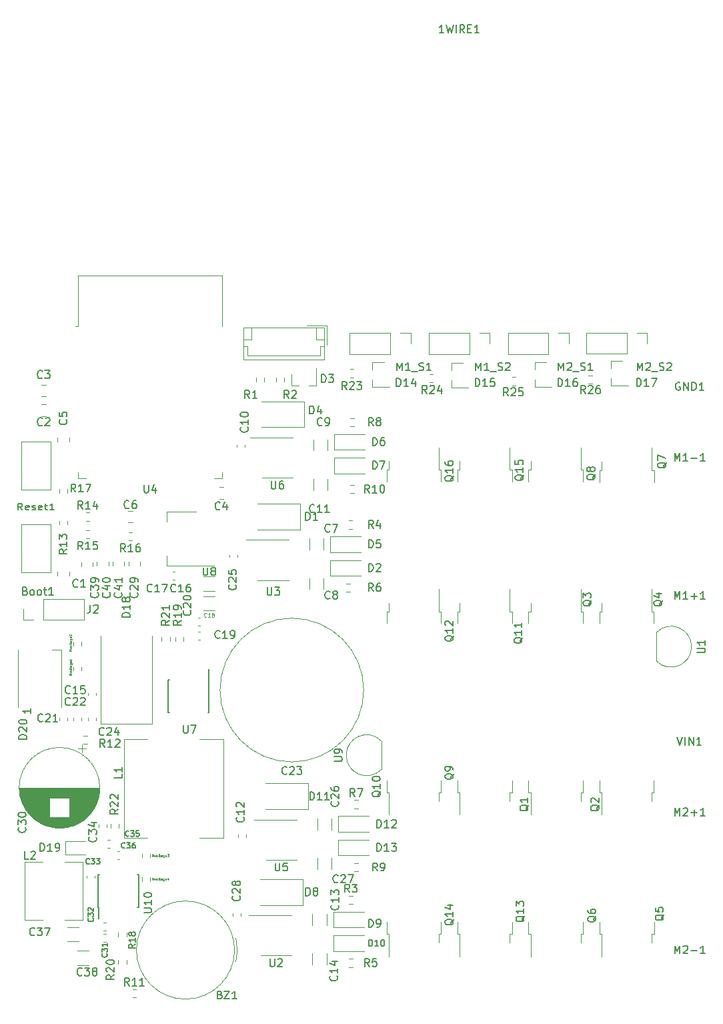
<source format=gbr>
%TF.GenerationSoftware,KiCad,Pcbnew,(6.0.0)*%
%TF.CreationDate,2022-01-17T01:15:48+01:00*%
%TF.ProjectId,DCMotorController,44434d6f-746f-4724-936f-6e74726f6c6c,rev?*%
%TF.SameCoordinates,Original*%
%TF.FileFunction,Legend,Top*%
%TF.FilePolarity,Positive*%
%FSLAX46Y46*%
G04 Gerber Fmt 4.6, Leading zero omitted, Abs format (unit mm)*
G04 Created by KiCad (PCBNEW (6.0.0)) date 2022-01-17 01:15:48*
%MOMM*%
%LPD*%
G01*
G04 APERTURE LIST*
%ADD10C,0.150000*%
%ADD11C,0.075000*%
%ADD12C,0.125000*%
%ADD13C,0.120000*%
G04 APERTURE END LIST*
D10*
%TO.C,1WIRE1*%
X95297619Y16910119D02*
X94726190Y16910119D01*
X95011904Y16910119D02*
X95011904Y17910119D01*
X94916666Y17767261D01*
X94821428Y17672023D01*
X94726190Y17624404D01*
X95630952Y17910119D02*
X95869047Y16910119D01*
X96059523Y17624404D01*
X96250000Y16910119D01*
X96488095Y17910119D01*
X96869047Y16910119D02*
X96869047Y17910119D01*
X97916666Y16910119D02*
X97583333Y17386309D01*
X97345238Y16910119D02*
X97345238Y17910119D01*
X97726190Y17910119D01*
X97821428Y17862500D01*
X97869047Y17814880D01*
X97916666Y17719642D01*
X97916666Y17576785D01*
X97869047Y17481547D01*
X97821428Y17433928D01*
X97726190Y17386309D01*
X97345238Y17386309D01*
X98345238Y17433928D02*
X98678571Y17433928D01*
X98821428Y16910119D02*
X98345238Y16910119D01*
X98345238Y17910119D01*
X98821428Y17910119D01*
X99773809Y16910119D02*
X99202380Y16910119D01*
X99488095Y16910119D02*
X99488095Y17910119D01*
X99392857Y17767261D01*
X99297619Y17672023D01*
X99202380Y17624404D01*
%TO.C,Boot1*%
X42154761Y-53928571D02*
X42297619Y-53976190D01*
X42345238Y-54023809D01*
X42392857Y-54119047D01*
X42392857Y-54261904D01*
X42345238Y-54357142D01*
X42297619Y-54404761D01*
X42202380Y-54452380D01*
X41821428Y-54452380D01*
X41821428Y-53452380D01*
X42154761Y-53452380D01*
X42250000Y-53500000D01*
X42297619Y-53547619D01*
X42345238Y-53642857D01*
X42345238Y-53738095D01*
X42297619Y-53833333D01*
X42250000Y-53880952D01*
X42154761Y-53928571D01*
X41821428Y-53928571D01*
X42964285Y-54452380D02*
X42869047Y-54404761D01*
X42821428Y-54357142D01*
X42773809Y-54261904D01*
X42773809Y-53976190D01*
X42821428Y-53880952D01*
X42869047Y-53833333D01*
X42964285Y-53785714D01*
X43107142Y-53785714D01*
X43202380Y-53833333D01*
X43250000Y-53880952D01*
X43297619Y-53976190D01*
X43297619Y-54261904D01*
X43250000Y-54357142D01*
X43202380Y-54404761D01*
X43107142Y-54452380D01*
X42964285Y-54452380D01*
X43869047Y-54452380D02*
X43773809Y-54404761D01*
X43726190Y-54357142D01*
X43678571Y-54261904D01*
X43678571Y-53976190D01*
X43726190Y-53880952D01*
X43773809Y-53833333D01*
X43869047Y-53785714D01*
X44011904Y-53785714D01*
X44107142Y-53833333D01*
X44154761Y-53880952D01*
X44202380Y-53976190D01*
X44202380Y-54261904D01*
X44154761Y-54357142D01*
X44107142Y-54404761D01*
X44011904Y-54452380D01*
X43869047Y-54452380D01*
X44488095Y-53785714D02*
X44869047Y-53785714D01*
X44630952Y-53452380D02*
X44630952Y-54309523D01*
X44678571Y-54404761D01*
X44773809Y-54452380D01*
X44869047Y-54452380D01*
X45726190Y-54452380D02*
X45154761Y-54452380D01*
X45440476Y-54452380D02*
X45440476Y-53452380D01*
X45345238Y-53595238D01*
X45250000Y-53690476D01*
X45154761Y-53738095D01*
%TO.C,C1*%
X48833333Y-53357142D02*
X48785714Y-53404761D01*
X48642857Y-53452380D01*
X48547619Y-53452380D01*
X48404761Y-53404761D01*
X48309523Y-53309523D01*
X48261904Y-53214285D01*
X48214285Y-53023809D01*
X48214285Y-52880952D01*
X48261904Y-52690476D01*
X48309523Y-52595238D01*
X48404761Y-52500000D01*
X48547619Y-52452380D01*
X48642857Y-52452380D01*
X48785714Y-52500000D01*
X48833333Y-52547619D01*
X49785714Y-53452380D02*
X49214285Y-53452380D01*
X49500000Y-53452380D02*
X49500000Y-52452380D01*
X49404761Y-52595238D01*
X49309523Y-52690476D01*
X49214285Y-52738095D01*
%TO.C,C2*%
X44333333Y-32857142D02*
X44285714Y-32904761D01*
X44142857Y-32952380D01*
X44047619Y-32952380D01*
X43904761Y-32904761D01*
X43809523Y-32809523D01*
X43761904Y-32714285D01*
X43714285Y-32523809D01*
X43714285Y-32380952D01*
X43761904Y-32190476D01*
X43809523Y-32095238D01*
X43904761Y-32000000D01*
X44047619Y-31952380D01*
X44142857Y-31952380D01*
X44285714Y-32000000D01*
X44333333Y-32047619D01*
X44714285Y-32047619D02*
X44761904Y-32000000D01*
X44857142Y-31952380D01*
X45095238Y-31952380D01*
X45190476Y-32000000D01*
X45238095Y-32047619D01*
X45285714Y-32142857D01*
X45285714Y-32238095D01*
X45238095Y-32380952D01*
X44666666Y-32952380D01*
X45285714Y-32952380D01*
%TO.C,C3*%
X44333333Y-26857142D02*
X44285714Y-26904761D01*
X44142857Y-26952380D01*
X44047619Y-26952380D01*
X43904761Y-26904761D01*
X43809523Y-26809523D01*
X43761904Y-26714285D01*
X43714285Y-26523809D01*
X43714285Y-26380952D01*
X43761904Y-26190476D01*
X43809523Y-26095238D01*
X43904761Y-26000000D01*
X44047619Y-25952380D01*
X44142857Y-25952380D01*
X44285714Y-26000000D01*
X44333333Y-26047619D01*
X44666666Y-25952380D02*
X45285714Y-25952380D01*
X44952380Y-26333333D01*
X45095238Y-26333333D01*
X45190476Y-26380952D01*
X45238095Y-26428571D01*
X45285714Y-26523809D01*
X45285714Y-26761904D01*
X45238095Y-26857142D01*
X45190476Y-26904761D01*
X45095238Y-26952380D01*
X44809523Y-26952380D01*
X44714285Y-26904761D01*
X44666666Y-26857142D01*
%TO.C,C4*%
X66883333Y-43537142D02*
X66835714Y-43584761D01*
X66692857Y-43632380D01*
X66597619Y-43632380D01*
X66454761Y-43584761D01*
X66359523Y-43489523D01*
X66311904Y-43394285D01*
X66264285Y-43203809D01*
X66264285Y-43060952D01*
X66311904Y-42870476D01*
X66359523Y-42775238D01*
X66454761Y-42680000D01*
X66597619Y-42632380D01*
X66692857Y-42632380D01*
X66835714Y-42680000D01*
X66883333Y-42727619D01*
X67740476Y-42965714D02*
X67740476Y-43632380D01*
X67502380Y-42584761D02*
X67264285Y-43299047D01*
X67883333Y-43299047D01*
%TO.C,C5*%
X47357142Y-32166666D02*
X47404761Y-32214285D01*
X47452380Y-32357142D01*
X47452380Y-32452380D01*
X47404761Y-32595238D01*
X47309523Y-32690476D01*
X47214285Y-32738095D01*
X47023809Y-32785714D01*
X46880952Y-32785714D01*
X46690476Y-32738095D01*
X46595238Y-32690476D01*
X46500000Y-32595238D01*
X46452380Y-32452380D01*
X46452380Y-32357142D01*
X46500000Y-32214285D01*
X46547619Y-32166666D01*
X46452380Y-31261904D02*
X46452380Y-31738095D01*
X46928571Y-31785714D01*
X46880952Y-31738095D01*
X46833333Y-31642857D01*
X46833333Y-31404761D01*
X46880952Y-31309523D01*
X46928571Y-31261904D01*
X47023809Y-31214285D01*
X47261904Y-31214285D01*
X47357142Y-31261904D01*
X47404761Y-31309523D01*
X47452380Y-31404761D01*
X47452380Y-31642857D01*
X47404761Y-31738095D01*
X47357142Y-31785714D01*
%TO.C,C6*%
X55333333Y-43357142D02*
X55285714Y-43404761D01*
X55142857Y-43452380D01*
X55047619Y-43452380D01*
X54904761Y-43404761D01*
X54809523Y-43309523D01*
X54761904Y-43214285D01*
X54714285Y-43023809D01*
X54714285Y-42880952D01*
X54761904Y-42690476D01*
X54809523Y-42595238D01*
X54904761Y-42500000D01*
X55047619Y-42452380D01*
X55142857Y-42452380D01*
X55285714Y-42500000D01*
X55333333Y-42547619D01*
X56190476Y-42452380D02*
X56000000Y-42452380D01*
X55904761Y-42500000D01*
X55857142Y-42547619D01*
X55761904Y-42690476D01*
X55714285Y-42880952D01*
X55714285Y-43261904D01*
X55761904Y-43357142D01*
X55809523Y-43404761D01*
X55904761Y-43452380D01*
X56095238Y-43452380D01*
X56190476Y-43404761D01*
X56238095Y-43357142D01*
X56285714Y-43261904D01*
X56285714Y-43023809D01*
X56238095Y-42928571D01*
X56190476Y-42880952D01*
X56095238Y-42833333D01*
X55904761Y-42833333D01*
X55809523Y-42880952D01*
X55761904Y-42928571D01*
X55714285Y-43023809D01*
%TO.C,C8*%
X80833333Y-54857142D02*
X80785714Y-54904761D01*
X80642857Y-54952380D01*
X80547619Y-54952380D01*
X80404761Y-54904761D01*
X80309523Y-54809523D01*
X80261904Y-54714285D01*
X80214285Y-54523809D01*
X80214285Y-54380952D01*
X80261904Y-54190476D01*
X80309523Y-54095238D01*
X80404761Y-54000000D01*
X80547619Y-53952380D01*
X80642857Y-53952380D01*
X80785714Y-54000000D01*
X80833333Y-54047619D01*
X81404761Y-54380952D02*
X81309523Y-54333333D01*
X81261904Y-54285714D01*
X81214285Y-54190476D01*
X81214285Y-54142857D01*
X81261904Y-54047619D01*
X81309523Y-54000000D01*
X81404761Y-53952380D01*
X81595238Y-53952380D01*
X81690476Y-54000000D01*
X81738095Y-54047619D01*
X81785714Y-54142857D01*
X81785714Y-54190476D01*
X81738095Y-54285714D01*
X81690476Y-54333333D01*
X81595238Y-54380952D01*
X81404761Y-54380952D01*
X81309523Y-54428571D01*
X81261904Y-54476190D01*
X81214285Y-54571428D01*
X81214285Y-54761904D01*
X81261904Y-54857142D01*
X81309523Y-54904761D01*
X81404761Y-54952380D01*
X81595238Y-54952380D01*
X81690476Y-54904761D01*
X81738095Y-54857142D01*
X81785714Y-54761904D01*
X81785714Y-54571428D01*
X81738095Y-54476190D01*
X81690476Y-54428571D01*
X81595238Y-54380952D01*
%TO.C,C10*%
X70367142Y-33142857D02*
X70414761Y-33190476D01*
X70462380Y-33333333D01*
X70462380Y-33428571D01*
X70414761Y-33571428D01*
X70319523Y-33666666D01*
X70224285Y-33714285D01*
X70033809Y-33761904D01*
X69890952Y-33761904D01*
X69700476Y-33714285D01*
X69605238Y-33666666D01*
X69510000Y-33571428D01*
X69462380Y-33428571D01*
X69462380Y-33333333D01*
X69510000Y-33190476D01*
X69557619Y-33142857D01*
X70462380Y-32190476D02*
X70462380Y-32761904D01*
X70462380Y-32476190D02*
X69462380Y-32476190D01*
X69605238Y-32571428D01*
X69700476Y-32666666D01*
X69748095Y-32761904D01*
X69462380Y-31571428D02*
X69462380Y-31476190D01*
X69510000Y-31380952D01*
X69557619Y-31333333D01*
X69652857Y-31285714D01*
X69843333Y-31238095D01*
X70081428Y-31238095D01*
X70271904Y-31285714D01*
X70367142Y-31333333D01*
X70414761Y-31380952D01*
X70462380Y-31476190D01*
X70462380Y-31571428D01*
X70414761Y-31666666D01*
X70367142Y-31714285D01*
X70271904Y-31761904D01*
X70081428Y-31809523D01*
X69843333Y-31809523D01*
X69652857Y-31761904D01*
X69557619Y-31714285D01*
X69510000Y-31666666D01*
X69462380Y-31571428D01*
%TO.C,D3*%
X79761904Y-27452380D02*
X79761904Y-26452380D01*
X80000000Y-26452380D01*
X80142857Y-26500000D01*
X80238095Y-26595238D01*
X80285714Y-26690476D01*
X80333333Y-26880952D01*
X80333333Y-27023809D01*
X80285714Y-27214285D01*
X80238095Y-27309523D01*
X80142857Y-27404761D01*
X80000000Y-27452380D01*
X79761904Y-27452380D01*
X80666666Y-26452380D02*
X81285714Y-26452380D01*
X80952380Y-26833333D01*
X81095238Y-26833333D01*
X81190476Y-26880952D01*
X81238095Y-26928571D01*
X81285714Y-27023809D01*
X81285714Y-27261904D01*
X81238095Y-27357142D01*
X81190476Y-27404761D01*
X81095238Y-27452380D01*
X80809523Y-27452380D01*
X80714285Y-27404761D01*
X80666666Y-27357142D01*
%TO.C,D14*%
X89285714Y-27952380D02*
X89285714Y-26952380D01*
X89523809Y-26952380D01*
X89666666Y-27000000D01*
X89761904Y-27095238D01*
X89809523Y-27190476D01*
X89857142Y-27380952D01*
X89857142Y-27523809D01*
X89809523Y-27714285D01*
X89761904Y-27809523D01*
X89666666Y-27904761D01*
X89523809Y-27952380D01*
X89285714Y-27952380D01*
X90809523Y-27952380D02*
X90238095Y-27952380D01*
X90523809Y-27952380D02*
X90523809Y-26952380D01*
X90428571Y-27095238D01*
X90333333Y-27190476D01*
X90238095Y-27238095D01*
X91666666Y-27285714D02*
X91666666Y-27952380D01*
X91428571Y-26904761D02*
X91190476Y-27619047D01*
X91809523Y-27619047D01*
%TO.C,D15*%
X99285714Y-27952380D02*
X99285714Y-26952380D01*
X99523809Y-26952380D01*
X99666666Y-27000000D01*
X99761904Y-27095238D01*
X99809523Y-27190476D01*
X99857142Y-27380952D01*
X99857142Y-27523809D01*
X99809523Y-27714285D01*
X99761904Y-27809523D01*
X99666666Y-27904761D01*
X99523809Y-27952380D01*
X99285714Y-27952380D01*
X100809523Y-27952380D02*
X100238095Y-27952380D01*
X100523809Y-27952380D02*
X100523809Y-26952380D01*
X100428571Y-27095238D01*
X100333333Y-27190476D01*
X100238095Y-27238095D01*
X101714285Y-26952380D02*
X101238095Y-26952380D01*
X101190476Y-27428571D01*
X101238095Y-27380952D01*
X101333333Y-27333333D01*
X101571428Y-27333333D01*
X101666666Y-27380952D01*
X101714285Y-27428571D01*
X101761904Y-27523809D01*
X101761904Y-27761904D01*
X101714285Y-27857142D01*
X101666666Y-27904761D01*
X101571428Y-27952380D01*
X101333333Y-27952380D01*
X101238095Y-27904761D01*
X101190476Y-27857142D01*
%TO.C,D16*%
X109785714Y-27952380D02*
X109785714Y-26952380D01*
X110023809Y-26952380D01*
X110166666Y-27000000D01*
X110261904Y-27095238D01*
X110309523Y-27190476D01*
X110357142Y-27380952D01*
X110357142Y-27523809D01*
X110309523Y-27714285D01*
X110261904Y-27809523D01*
X110166666Y-27904761D01*
X110023809Y-27952380D01*
X109785714Y-27952380D01*
X111309523Y-27952380D02*
X110738095Y-27952380D01*
X111023809Y-27952380D02*
X111023809Y-26952380D01*
X110928571Y-27095238D01*
X110833333Y-27190476D01*
X110738095Y-27238095D01*
X112166666Y-26952380D02*
X111976190Y-26952380D01*
X111880952Y-27000000D01*
X111833333Y-27047619D01*
X111738095Y-27190476D01*
X111690476Y-27380952D01*
X111690476Y-27761904D01*
X111738095Y-27857142D01*
X111785714Y-27904761D01*
X111880952Y-27952380D01*
X112071428Y-27952380D01*
X112166666Y-27904761D01*
X112214285Y-27857142D01*
X112261904Y-27761904D01*
X112261904Y-27523809D01*
X112214285Y-27428571D01*
X112166666Y-27380952D01*
X112071428Y-27333333D01*
X111880952Y-27333333D01*
X111785714Y-27380952D01*
X111738095Y-27428571D01*
X111690476Y-27523809D01*
%TO.C,D17*%
X119785714Y-27952380D02*
X119785714Y-26952380D01*
X120023809Y-26952380D01*
X120166666Y-27000000D01*
X120261904Y-27095238D01*
X120309523Y-27190476D01*
X120357142Y-27380952D01*
X120357142Y-27523809D01*
X120309523Y-27714285D01*
X120261904Y-27809523D01*
X120166666Y-27904761D01*
X120023809Y-27952380D01*
X119785714Y-27952380D01*
X121309523Y-27952380D02*
X120738095Y-27952380D01*
X121023809Y-27952380D02*
X121023809Y-26952380D01*
X120928571Y-27095238D01*
X120833333Y-27190476D01*
X120738095Y-27238095D01*
X121642857Y-26952380D02*
X122309523Y-26952380D01*
X121880952Y-27952380D01*
%TO.C,J2*%
X50416666Y-55702380D02*
X50416666Y-56416666D01*
X50369047Y-56559523D01*
X50273809Y-56654761D01*
X50130952Y-56702380D01*
X50035714Y-56702380D01*
X50845238Y-55797619D02*
X50892857Y-55750000D01*
X50988095Y-55702380D01*
X51226190Y-55702380D01*
X51321428Y-55750000D01*
X51369047Y-55797619D01*
X51416666Y-55892857D01*
X51416666Y-55988095D01*
X51369047Y-56130952D01*
X50797619Y-56702380D01*
X51416666Y-56702380D01*
%TO.C,Q3*%
X114047619Y-55095238D02*
X114000000Y-55190476D01*
X113904761Y-55285714D01*
X113761904Y-55428571D01*
X113714285Y-55523809D01*
X113714285Y-55619047D01*
X113952380Y-55571428D02*
X113904761Y-55666666D01*
X113809523Y-55761904D01*
X113619047Y-55809523D01*
X113285714Y-55809523D01*
X113095238Y-55761904D01*
X113000000Y-55666666D01*
X112952380Y-55571428D01*
X112952380Y-55380952D01*
X113000000Y-55285714D01*
X113095238Y-55190476D01*
X113285714Y-55142857D01*
X113619047Y-55142857D01*
X113809523Y-55190476D01*
X113904761Y-55285714D01*
X113952380Y-55380952D01*
X113952380Y-55571428D01*
X112952380Y-54809523D02*
X112952380Y-54190476D01*
X113333333Y-54523809D01*
X113333333Y-54380952D01*
X113380952Y-54285714D01*
X113428571Y-54238095D01*
X113523809Y-54190476D01*
X113761904Y-54190476D01*
X113857142Y-54238095D01*
X113904761Y-54285714D01*
X113952380Y-54380952D01*
X113952380Y-54666666D01*
X113904761Y-54761904D01*
X113857142Y-54809523D01*
%TO.C,Q4*%
X123047619Y-55095238D02*
X123000000Y-55190476D01*
X122904761Y-55285714D01*
X122761904Y-55428571D01*
X122714285Y-55523809D01*
X122714285Y-55619047D01*
X122952380Y-55571428D02*
X122904761Y-55666666D01*
X122809523Y-55761904D01*
X122619047Y-55809523D01*
X122285714Y-55809523D01*
X122095238Y-55761904D01*
X122000000Y-55666666D01*
X121952380Y-55571428D01*
X121952380Y-55380952D01*
X122000000Y-55285714D01*
X122095238Y-55190476D01*
X122285714Y-55142857D01*
X122619047Y-55142857D01*
X122809523Y-55190476D01*
X122904761Y-55285714D01*
X122952380Y-55380952D01*
X122952380Y-55571428D01*
X122285714Y-54285714D02*
X122952380Y-54285714D01*
X121904761Y-54523809D02*
X122619047Y-54761904D01*
X122619047Y-54142857D01*
%TO.C,Q7*%
X123547619Y-37595238D02*
X123500000Y-37690476D01*
X123404761Y-37785714D01*
X123261904Y-37928571D01*
X123214285Y-38023809D01*
X123214285Y-38119047D01*
X123452380Y-38071428D02*
X123404761Y-38166666D01*
X123309523Y-38261904D01*
X123119047Y-38309523D01*
X122785714Y-38309523D01*
X122595238Y-38261904D01*
X122500000Y-38166666D01*
X122452380Y-38071428D01*
X122452380Y-37880952D01*
X122500000Y-37785714D01*
X122595238Y-37690476D01*
X122785714Y-37642857D01*
X123119047Y-37642857D01*
X123309523Y-37690476D01*
X123404761Y-37785714D01*
X123452380Y-37880952D01*
X123452380Y-38071428D01*
X122452380Y-37309523D02*
X122452380Y-36642857D01*
X123452380Y-37071428D01*
%TO.C,Q8*%
X114547619Y-39095238D02*
X114500000Y-39190476D01*
X114404761Y-39285714D01*
X114261904Y-39428571D01*
X114214285Y-39523809D01*
X114214285Y-39619047D01*
X114452380Y-39571428D02*
X114404761Y-39666666D01*
X114309523Y-39761904D01*
X114119047Y-39809523D01*
X113785714Y-39809523D01*
X113595238Y-39761904D01*
X113500000Y-39666666D01*
X113452380Y-39571428D01*
X113452380Y-39380952D01*
X113500000Y-39285714D01*
X113595238Y-39190476D01*
X113785714Y-39142857D01*
X114119047Y-39142857D01*
X114309523Y-39190476D01*
X114404761Y-39285714D01*
X114452380Y-39380952D01*
X114452380Y-39571428D01*
X113880952Y-38571428D02*
X113833333Y-38666666D01*
X113785714Y-38714285D01*
X113690476Y-38761904D01*
X113642857Y-38761904D01*
X113547619Y-38714285D01*
X113500000Y-38666666D01*
X113452380Y-38571428D01*
X113452380Y-38380952D01*
X113500000Y-38285714D01*
X113547619Y-38238095D01*
X113642857Y-38190476D01*
X113690476Y-38190476D01*
X113785714Y-38238095D01*
X113833333Y-38285714D01*
X113880952Y-38380952D01*
X113880952Y-38571428D01*
X113928571Y-38666666D01*
X113976190Y-38714285D01*
X114071428Y-38761904D01*
X114261904Y-38761904D01*
X114357142Y-38714285D01*
X114404761Y-38666666D01*
X114452380Y-38571428D01*
X114452380Y-38380952D01*
X114404761Y-38285714D01*
X114357142Y-38238095D01*
X114261904Y-38190476D01*
X114071428Y-38190476D01*
X113976190Y-38238095D01*
X113928571Y-38285714D01*
X113880952Y-38380952D01*
%TO.C,Q11*%
X105297619Y-59821428D02*
X105250000Y-59916666D01*
X105154761Y-60011904D01*
X105011904Y-60154761D01*
X104964285Y-60250000D01*
X104964285Y-60345238D01*
X105202380Y-60297619D02*
X105154761Y-60392857D01*
X105059523Y-60488095D01*
X104869047Y-60535714D01*
X104535714Y-60535714D01*
X104345238Y-60488095D01*
X104250000Y-60392857D01*
X104202380Y-60297619D01*
X104202380Y-60107142D01*
X104250000Y-60011904D01*
X104345238Y-59916666D01*
X104535714Y-59869047D01*
X104869047Y-59869047D01*
X105059523Y-59916666D01*
X105154761Y-60011904D01*
X105202380Y-60107142D01*
X105202380Y-60297619D01*
X105202380Y-58916666D02*
X105202380Y-59488095D01*
X105202380Y-59202380D02*
X104202380Y-59202380D01*
X104345238Y-59297619D01*
X104440476Y-59392857D01*
X104488095Y-59488095D01*
X105202380Y-57964285D02*
X105202380Y-58535714D01*
X105202380Y-58250000D02*
X104202380Y-58250000D01*
X104345238Y-58345238D01*
X104440476Y-58440476D01*
X104488095Y-58535714D01*
%TO.C,Q12*%
X96547619Y-59571428D02*
X96500000Y-59666666D01*
X96404761Y-59761904D01*
X96261904Y-59904761D01*
X96214285Y-60000000D01*
X96214285Y-60095238D01*
X96452380Y-60047619D02*
X96404761Y-60142857D01*
X96309523Y-60238095D01*
X96119047Y-60285714D01*
X95785714Y-60285714D01*
X95595238Y-60238095D01*
X95500000Y-60142857D01*
X95452380Y-60047619D01*
X95452380Y-59857142D01*
X95500000Y-59761904D01*
X95595238Y-59666666D01*
X95785714Y-59619047D01*
X96119047Y-59619047D01*
X96309523Y-59666666D01*
X96404761Y-59761904D01*
X96452380Y-59857142D01*
X96452380Y-60047619D01*
X96452380Y-58666666D02*
X96452380Y-59238095D01*
X96452380Y-58952380D02*
X95452380Y-58952380D01*
X95595238Y-59047619D01*
X95690476Y-59142857D01*
X95738095Y-59238095D01*
X95547619Y-58285714D02*
X95500000Y-58238095D01*
X95452380Y-58142857D01*
X95452380Y-57904761D01*
X95500000Y-57809523D01*
X95547619Y-57761904D01*
X95642857Y-57714285D01*
X95738095Y-57714285D01*
X95880952Y-57761904D01*
X96452380Y-58333333D01*
X96452380Y-57714285D01*
%TO.C,Q15*%
X105447619Y-39171428D02*
X105400000Y-39266666D01*
X105304761Y-39361904D01*
X105161904Y-39504761D01*
X105114285Y-39600000D01*
X105114285Y-39695238D01*
X105352380Y-39647619D02*
X105304761Y-39742857D01*
X105209523Y-39838095D01*
X105019047Y-39885714D01*
X104685714Y-39885714D01*
X104495238Y-39838095D01*
X104400000Y-39742857D01*
X104352380Y-39647619D01*
X104352380Y-39457142D01*
X104400000Y-39361904D01*
X104495238Y-39266666D01*
X104685714Y-39219047D01*
X105019047Y-39219047D01*
X105209523Y-39266666D01*
X105304761Y-39361904D01*
X105352380Y-39457142D01*
X105352380Y-39647619D01*
X105352380Y-38266666D02*
X105352380Y-38838095D01*
X105352380Y-38552380D02*
X104352380Y-38552380D01*
X104495238Y-38647619D01*
X104590476Y-38742857D01*
X104638095Y-38838095D01*
X104352380Y-37361904D02*
X104352380Y-37838095D01*
X104828571Y-37885714D01*
X104780952Y-37838095D01*
X104733333Y-37742857D01*
X104733333Y-37504761D01*
X104780952Y-37409523D01*
X104828571Y-37361904D01*
X104923809Y-37314285D01*
X105161904Y-37314285D01*
X105257142Y-37361904D01*
X105304761Y-37409523D01*
X105352380Y-37504761D01*
X105352380Y-37742857D01*
X105304761Y-37838095D01*
X105257142Y-37885714D01*
%TO.C,Q16*%
X96547619Y-39271428D02*
X96500000Y-39366666D01*
X96404761Y-39461904D01*
X96261904Y-39604761D01*
X96214285Y-39700000D01*
X96214285Y-39795238D01*
X96452380Y-39747619D02*
X96404761Y-39842857D01*
X96309523Y-39938095D01*
X96119047Y-39985714D01*
X95785714Y-39985714D01*
X95595238Y-39938095D01*
X95500000Y-39842857D01*
X95452380Y-39747619D01*
X95452380Y-39557142D01*
X95500000Y-39461904D01*
X95595238Y-39366666D01*
X95785714Y-39319047D01*
X96119047Y-39319047D01*
X96309523Y-39366666D01*
X96404761Y-39461904D01*
X96452380Y-39557142D01*
X96452380Y-39747619D01*
X96452380Y-38366666D02*
X96452380Y-38938095D01*
X96452380Y-38652380D02*
X95452380Y-38652380D01*
X95595238Y-38747619D01*
X95690476Y-38842857D01*
X95738095Y-38938095D01*
X95452380Y-37509523D02*
X95452380Y-37700000D01*
X95500000Y-37795238D01*
X95547619Y-37842857D01*
X95690476Y-37938095D01*
X95880952Y-37985714D01*
X96261904Y-37985714D01*
X96357142Y-37938095D01*
X96404761Y-37890476D01*
X96452380Y-37795238D01*
X96452380Y-37604761D01*
X96404761Y-37509523D01*
X96357142Y-37461904D01*
X96261904Y-37414285D01*
X96023809Y-37414285D01*
X95928571Y-37461904D01*
X95880952Y-37509523D01*
X95833333Y-37604761D01*
X95833333Y-37795238D01*
X95880952Y-37890476D01*
X95928571Y-37938095D01*
X96023809Y-37985714D01*
%TO.C,R1*%
X70633333Y-29452380D02*
X70300000Y-28976190D01*
X70061904Y-29452380D02*
X70061904Y-28452380D01*
X70442857Y-28452380D01*
X70538095Y-28500000D01*
X70585714Y-28547619D01*
X70633333Y-28642857D01*
X70633333Y-28785714D01*
X70585714Y-28880952D01*
X70538095Y-28928571D01*
X70442857Y-28976190D01*
X70061904Y-28976190D01*
X71585714Y-29452380D02*
X71014285Y-29452380D01*
X71300000Y-29452380D02*
X71300000Y-28452380D01*
X71204761Y-28595238D01*
X71109523Y-28690476D01*
X71014285Y-28738095D01*
%TO.C,R2*%
X75633333Y-29452380D02*
X75300000Y-28976190D01*
X75061904Y-29452380D02*
X75061904Y-28452380D01*
X75442857Y-28452380D01*
X75538095Y-28500000D01*
X75585714Y-28547619D01*
X75633333Y-28642857D01*
X75633333Y-28785714D01*
X75585714Y-28880952D01*
X75538095Y-28928571D01*
X75442857Y-28976190D01*
X75061904Y-28976190D01*
X76014285Y-28547619D02*
X76061904Y-28500000D01*
X76157142Y-28452380D01*
X76395238Y-28452380D01*
X76490476Y-28500000D01*
X76538095Y-28547619D01*
X76585714Y-28642857D01*
X76585714Y-28738095D01*
X76538095Y-28880952D01*
X75966666Y-29452380D01*
X76585714Y-29452380D01*
%TO.C,R4*%
X86333333Y-45952380D02*
X86000000Y-45476190D01*
X85761904Y-45952380D02*
X85761904Y-44952380D01*
X86142857Y-44952380D01*
X86238095Y-45000000D01*
X86285714Y-45047619D01*
X86333333Y-45142857D01*
X86333333Y-45285714D01*
X86285714Y-45380952D01*
X86238095Y-45428571D01*
X86142857Y-45476190D01*
X85761904Y-45476190D01*
X87190476Y-45285714D02*
X87190476Y-45952380D01*
X86952380Y-44904761D02*
X86714285Y-45619047D01*
X87333333Y-45619047D01*
%TO.C,R6*%
X86333333Y-53952380D02*
X86000000Y-53476190D01*
X85761904Y-53952380D02*
X85761904Y-52952380D01*
X86142857Y-52952380D01*
X86238095Y-53000000D01*
X86285714Y-53047619D01*
X86333333Y-53142857D01*
X86333333Y-53285714D01*
X86285714Y-53380952D01*
X86238095Y-53428571D01*
X86142857Y-53476190D01*
X85761904Y-53476190D01*
X87190476Y-52952380D02*
X87000000Y-52952380D01*
X86904761Y-53000000D01*
X86857142Y-53047619D01*
X86761904Y-53190476D01*
X86714285Y-53380952D01*
X86714285Y-53761904D01*
X86761904Y-53857142D01*
X86809523Y-53904761D01*
X86904761Y-53952380D01*
X87095238Y-53952380D01*
X87190476Y-53904761D01*
X87238095Y-53857142D01*
X87285714Y-53761904D01*
X87285714Y-53523809D01*
X87238095Y-53428571D01*
X87190476Y-53380952D01*
X87095238Y-53333333D01*
X86904761Y-53333333D01*
X86809523Y-53380952D01*
X86761904Y-53428571D01*
X86714285Y-53523809D01*
%TO.C,R8*%
X86333333Y-32952380D02*
X86000000Y-32476190D01*
X85761904Y-32952380D02*
X85761904Y-31952380D01*
X86142857Y-31952380D01*
X86238095Y-32000000D01*
X86285714Y-32047619D01*
X86333333Y-32142857D01*
X86333333Y-32285714D01*
X86285714Y-32380952D01*
X86238095Y-32428571D01*
X86142857Y-32476190D01*
X85761904Y-32476190D01*
X86904761Y-32380952D02*
X86809523Y-32333333D01*
X86761904Y-32285714D01*
X86714285Y-32190476D01*
X86714285Y-32142857D01*
X86761904Y-32047619D01*
X86809523Y-32000000D01*
X86904761Y-31952380D01*
X87095238Y-31952380D01*
X87190476Y-32000000D01*
X87238095Y-32047619D01*
X87285714Y-32142857D01*
X87285714Y-32190476D01*
X87238095Y-32285714D01*
X87190476Y-32333333D01*
X87095238Y-32380952D01*
X86904761Y-32380952D01*
X86809523Y-32428571D01*
X86761904Y-32476190D01*
X86714285Y-32571428D01*
X86714285Y-32761904D01*
X86761904Y-32857142D01*
X86809523Y-32904761D01*
X86904761Y-32952380D01*
X87095238Y-32952380D01*
X87190476Y-32904761D01*
X87238095Y-32857142D01*
X87285714Y-32761904D01*
X87285714Y-32571428D01*
X87238095Y-32476190D01*
X87190476Y-32428571D01*
X87095238Y-32380952D01*
%TO.C,R10*%
X85857142Y-41452380D02*
X85523809Y-40976190D01*
X85285714Y-41452380D02*
X85285714Y-40452380D01*
X85666666Y-40452380D01*
X85761904Y-40500000D01*
X85809523Y-40547619D01*
X85857142Y-40642857D01*
X85857142Y-40785714D01*
X85809523Y-40880952D01*
X85761904Y-40928571D01*
X85666666Y-40976190D01*
X85285714Y-40976190D01*
X86809523Y-41452380D02*
X86238095Y-41452380D01*
X86523809Y-41452380D02*
X86523809Y-40452380D01*
X86428571Y-40595238D01*
X86333333Y-40690476D01*
X86238095Y-40738095D01*
X87428571Y-40452380D02*
X87523809Y-40452380D01*
X87619047Y-40500000D01*
X87666666Y-40547619D01*
X87714285Y-40642857D01*
X87761904Y-40833333D01*
X87761904Y-41071428D01*
X87714285Y-41261904D01*
X87666666Y-41357142D01*
X87619047Y-41404761D01*
X87523809Y-41452380D01*
X87428571Y-41452380D01*
X87333333Y-41404761D01*
X87285714Y-41357142D01*
X87238095Y-41261904D01*
X87190476Y-41071428D01*
X87190476Y-40833333D01*
X87238095Y-40642857D01*
X87285714Y-40547619D01*
X87333333Y-40500000D01*
X87428571Y-40452380D01*
%TO.C,R13*%
X47452380Y-48642857D02*
X46976190Y-48976190D01*
X47452380Y-49214285D02*
X46452380Y-49214285D01*
X46452380Y-48833333D01*
X46500000Y-48738095D01*
X46547619Y-48690476D01*
X46642857Y-48642857D01*
X46785714Y-48642857D01*
X46880952Y-48690476D01*
X46928571Y-48738095D01*
X46976190Y-48833333D01*
X46976190Y-49214285D01*
X47452380Y-47690476D02*
X47452380Y-48261904D01*
X47452380Y-47976190D02*
X46452380Y-47976190D01*
X46595238Y-48071428D01*
X46690476Y-48166666D01*
X46738095Y-48261904D01*
X46452380Y-47357142D02*
X46452380Y-46738095D01*
X46833333Y-47071428D01*
X46833333Y-46928571D01*
X46880952Y-46833333D01*
X46928571Y-46785714D01*
X47023809Y-46738095D01*
X47261904Y-46738095D01*
X47357142Y-46785714D01*
X47404761Y-46833333D01*
X47452380Y-46928571D01*
X47452380Y-47214285D01*
X47404761Y-47309523D01*
X47357142Y-47357142D01*
%TO.C,R14*%
X49444642Y-43522380D02*
X49111309Y-43046190D01*
X48873214Y-43522380D02*
X48873214Y-42522380D01*
X49254166Y-42522380D01*
X49349404Y-42570000D01*
X49397023Y-42617619D01*
X49444642Y-42712857D01*
X49444642Y-42855714D01*
X49397023Y-42950952D01*
X49349404Y-42998571D01*
X49254166Y-43046190D01*
X48873214Y-43046190D01*
X50397023Y-43522380D02*
X49825595Y-43522380D01*
X50111309Y-43522380D02*
X50111309Y-42522380D01*
X50016071Y-42665238D01*
X49920833Y-42760476D01*
X49825595Y-42808095D01*
X51254166Y-42855714D02*
X51254166Y-43522380D01*
X51016071Y-42474761D02*
X50777976Y-43189047D01*
X51397023Y-43189047D01*
%TO.C,R15*%
X49444642Y-48632380D02*
X49111309Y-48156190D01*
X48873214Y-48632380D02*
X48873214Y-47632380D01*
X49254166Y-47632380D01*
X49349404Y-47680000D01*
X49397023Y-47727619D01*
X49444642Y-47822857D01*
X49444642Y-47965714D01*
X49397023Y-48060952D01*
X49349404Y-48108571D01*
X49254166Y-48156190D01*
X48873214Y-48156190D01*
X50397023Y-48632380D02*
X49825595Y-48632380D01*
X50111309Y-48632380D02*
X50111309Y-47632380D01*
X50016071Y-47775238D01*
X49920833Y-47870476D01*
X49825595Y-47918095D01*
X51301785Y-47632380D02*
X50825595Y-47632380D01*
X50777976Y-48108571D01*
X50825595Y-48060952D01*
X50920833Y-48013333D01*
X51158928Y-48013333D01*
X51254166Y-48060952D01*
X51301785Y-48108571D01*
X51349404Y-48203809D01*
X51349404Y-48441904D01*
X51301785Y-48537142D01*
X51254166Y-48584761D01*
X51158928Y-48632380D01*
X50920833Y-48632380D01*
X50825595Y-48584761D01*
X50777976Y-48537142D01*
%TO.C,R16*%
X54857142Y-48952380D02*
X54523809Y-48476190D01*
X54285714Y-48952380D02*
X54285714Y-47952380D01*
X54666666Y-47952380D01*
X54761904Y-48000000D01*
X54809523Y-48047619D01*
X54857142Y-48142857D01*
X54857142Y-48285714D01*
X54809523Y-48380952D01*
X54761904Y-48428571D01*
X54666666Y-48476190D01*
X54285714Y-48476190D01*
X55809523Y-48952380D02*
X55238095Y-48952380D01*
X55523809Y-48952380D02*
X55523809Y-47952380D01*
X55428571Y-48095238D01*
X55333333Y-48190476D01*
X55238095Y-48238095D01*
X56666666Y-47952380D02*
X56476190Y-47952380D01*
X56380952Y-48000000D01*
X56333333Y-48047619D01*
X56238095Y-48190476D01*
X56190476Y-48380952D01*
X56190476Y-48761904D01*
X56238095Y-48857142D01*
X56285714Y-48904761D01*
X56380952Y-48952380D01*
X56571428Y-48952380D01*
X56666666Y-48904761D01*
X56714285Y-48857142D01*
X56761904Y-48761904D01*
X56761904Y-48523809D01*
X56714285Y-48428571D01*
X56666666Y-48380952D01*
X56571428Y-48333333D01*
X56380952Y-48333333D01*
X56285714Y-48380952D01*
X56238095Y-48428571D01*
X56190476Y-48523809D01*
%TO.C,R17*%
X48557142Y-41352380D02*
X48223809Y-40876190D01*
X47985714Y-41352380D02*
X47985714Y-40352380D01*
X48366666Y-40352380D01*
X48461904Y-40400000D01*
X48509523Y-40447619D01*
X48557142Y-40542857D01*
X48557142Y-40685714D01*
X48509523Y-40780952D01*
X48461904Y-40828571D01*
X48366666Y-40876190D01*
X47985714Y-40876190D01*
X49509523Y-41352380D02*
X48938095Y-41352380D01*
X49223809Y-41352380D02*
X49223809Y-40352380D01*
X49128571Y-40495238D01*
X49033333Y-40590476D01*
X48938095Y-40638095D01*
X49842857Y-40352380D02*
X50509523Y-40352380D01*
X50080952Y-41352380D01*
%TO.C,Reset1*%
X41785714Y-43611904D02*
X41452380Y-43230952D01*
X41214285Y-43611904D02*
X41214285Y-42811904D01*
X41595238Y-42811904D01*
X41690476Y-42850000D01*
X41738095Y-42888095D01*
X41785714Y-42964285D01*
X41785714Y-43078571D01*
X41738095Y-43154761D01*
X41690476Y-43192857D01*
X41595238Y-43230952D01*
X41214285Y-43230952D01*
X42595238Y-43573809D02*
X42500000Y-43611904D01*
X42309523Y-43611904D01*
X42214285Y-43573809D01*
X42166666Y-43497619D01*
X42166666Y-43192857D01*
X42214285Y-43116666D01*
X42309523Y-43078571D01*
X42500000Y-43078571D01*
X42595238Y-43116666D01*
X42642857Y-43192857D01*
X42642857Y-43269047D01*
X42166666Y-43345238D01*
X43023809Y-43573809D02*
X43119047Y-43611904D01*
X43309523Y-43611904D01*
X43404761Y-43573809D01*
X43452380Y-43497619D01*
X43452380Y-43459523D01*
X43404761Y-43383333D01*
X43309523Y-43345238D01*
X43166666Y-43345238D01*
X43071428Y-43307142D01*
X43023809Y-43230952D01*
X43023809Y-43192857D01*
X43071428Y-43116666D01*
X43166666Y-43078571D01*
X43309523Y-43078571D01*
X43404761Y-43116666D01*
X44261904Y-43573809D02*
X44166666Y-43611904D01*
X43976190Y-43611904D01*
X43880952Y-43573809D01*
X43833333Y-43497619D01*
X43833333Y-43192857D01*
X43880952Y-43116666D01*
X43976190Y-43078571D01*
X44166666Y-43078571D01*
X44261904Y-43116666D01*
X44309523Y-43192857D01*
X44309523Y-43269047D01*
X43833333Y-43345238D01*
X44595238Y-43078571D02*
X44976190Y-43078571D01*
X44738095Y-42811904D02*
X44738095Y-43497619D01*
X44785714Y-43573809D01*
X44880952Y-43611904D01*
X44976190Y-43611904D01*
X45833333Y-43611904D02*
X45261904Y-43611904D01*
X45547619Y-43611904D02*
X45547619Y-42811904D01*
X45452380Y-42926190D01*
X45357142Y-43002380D01*
X45261904Y-43040476D01*
%TO.C,U1*%
X127452380Y-61761904D02*
X128261904Y-61761904D01*
X128357142Y-61714285D01*
X128404761Y-61666666D01*
X128452380Y-61571428D01*
X128452380Y-61380952D01*
X128404761Y-61285714D01*
X128357142Y-61238095D01*
X128261904Y-61190476D01*
X127452380Y-61190476D01*
X128452380Y-60190476D02*
X128452380Y-60761904D01*
X128452380Y-60476190D02*
X127452380Y-60476190D01*
X127595238Y-60571428D01*
X127690476Y-60666666D01*
X127738095Y-60761904D01*
%TO.C,U3*%
X72865245Y-53452380D02*
X72865245Y-54261904D01*
X72912864Y-54357142D01*
X72960483Y-54404761D01*
X73055721Y-54452380D01*
X73246197Y-54452380D01*
X73341435Y-54404761D01*
X73389054Y-54357142D01*
X73436673Y-54261904D01*
X73436673Y-53452380D01*
X73817626Y-53452380D02*
X74436673Y-53452380D01*
X74103340Y-53833333D01*
X74246197Y-53833333D01*
X74341435Y-53880952D01*
X74389054Y-53928571D01*
X74436673Y-54023809D01*
X74436673Y-54261904D01*
X74389054Y-54357142D01*
X74341435Y-54404761D01*
X74246197Y-54452380D01*
X73960483Y-54452380D01*
X73865245Y-54404761D01*
X73817626Y-54357142D01*
%TO.C,U4*%
X57238095Y-40452380D02*
X57238095Y-41261904D01*
X57285714Y-41357142D01*
X57333333Y-41404761D01*
X57428571Y-41452380D01*
X57619047Y-41452380D01*
X57714285Y-41404761D01*
X57761904Y-41357142D01*
X57809523Y-41261904D01*
X57809523Y-40452380D01*
X58714285Y-40785714D02*
X58714285Y-41452380D01*
X58476190Y-40404761D02*
X58238095Y-41119047D01*
X58857142Y-41119047D01*
%TO.C,U6*%
X73388095Y-39952380D02*
X73388095Y-40761904D01*
X73435714Y-40857142D01*
X73483333Y-40904761D01*
X73578571Y-40952380D01*
X73769047Y-40952380D01*
X73864285Y-40904761D01*
X73911904Y-40857142D01*
X73959523Y-40761904D01*
X73959523Y-39952380D01*
X74864285Y-39952380D02*
X74673809Y-39952380D01*
X74578571Y-40000000D01*
X74530952Y-40047619D01*
X74435714Y-40190476D01*
X74388095Y-40380952D01*
X74388095Y-40761904D01*
X74435714Y-40857142D01*
X74483333Y-40904761D01*
X74578571Y-40952380D01*
X74769047Y-40952380D01*
X74864285Y-40904761D01*
X74911904Y-40857142D01*
X74959523Y-40761904D01*
X74959523Y-40523809D01*
X74911904Y-40428571D01*
X74864285Y-40380952D01*
X74769047Y-40333333D01*
X74578571Y-40333333D01*
X74483333Y-40380952D01*
X74435714Y-40428571D01*
X74388095Y-40523809D01*
%TO.C,U8*%
X64738095Y-50942380D02*
X64738095Y-51751904D01*
X64785714Y-51847142D01*
X64833333Y-51894761D01*
X64928571Y-51942380D01*
X65119047Y-51942380D01*
X65214285Y-51894761D01*
X65261904Y-51847142D01*
X65309523Y-51751904D01*
X65309523Y-50942380D01*
X65928571Y-51370952D02*
X65833333Y-51323333D01*
X65785714Y-51275714D01*
X65738095Y-51180476D01*
X65738095Y-51132857D01*
X65785714Y-51037619D01*
X65833333Y-50990000D01*
X65928571Y-50942380D01*
X66119047Y-50942380D01*
X66214285Y-50990000D01*
X66261904Y-51037619D01*
X66309523Y-51132857D01*
X66309523Y-51180476D01*
X66261904Y-51275714D01*
X66214285Y-51323333D01*
X66119047Y-51370952D01*
X65928571Y-51370952D01*
X65833333Y-51418571D01*
X65785714Y-51466190D01*
X65738095Y-51561428D01*
X65738095Y-51751904D01*
X65785714Y-51847142D01*
X65833333Y-51894761D01*
X65928571Y-51942380D01*
X66119047Y-51942380D01*
X66214285Y-51894761D01*
X66261904Y-51847142D01*
X66309523Y-51751904D01*
X66309523Y-51561428D01*
X66261904Y-51466190D01*
X66214285Y-51418571D01*
X66119047Y-51370952D01*
%TO.C,Q14*%
X96547619Y-95571428D02*
X96500000Y-95666666D01*
X96404761Y-95761904D01*
X96261904Y-95904761D01*
X96214285Y-96000000D01*
X96214285Y-96095238D01*
X96452380Y-96047619D02*
X96404761Y-96142857D01*
X96309523Y-96238095D01*
X96119047Y-96285714D01*
X95785714Y-96285714D01*
X95595238Y-96238095D01*
X95500000Y-96142857D01*
X95452380Y-96047619D01*
X95452380Y-95857142D01*
X95500000Y-95761904D01*
X95595238Y-95666666D01*
X95785714Y-95619047D01*
X96119047Y-95619047D01*
X96309523Y-95666666D01*
X96404761Y-95761904D01*
X96452380Y-95857142D01*
X96452380Y-96047619D01*
X96452380Y-94666666D02*
X96452380Y-95238095D01*
X96452380Y-94952380D02*
X95452380Y-94952380D01*
X95595238Y-95047619D01*
X95690476Y-95142857D01*
X95738095Y-95238095D01*
X95785714Y-93809523D02*
X96452380Y-93809523D01*
X95404761Y-94047619D02*
X96119047Y-94285714D01*
X96119047Y-93666666D01*
%TO.C,Q13*%
X105547619Y-95171428D02*
X105500000Y-95266666D01*
X105404761Y-95361904D01*
X105261904Y-95504761D01*
X105214285Y-95600000D01*
X105214285Y-95695238D01*
X105452380Y-95647619D02*
X105404761Y-95742857D01*
X105309523Y-95838095D01*
X105119047Y-95885714D01*
X104785714Y-95885714D01*
X104595238Y-95838095D01*
X104500000Y-95742857D01*
X104452380Y-95647619D01*
X104452380Y-95457142D01*
X104500000Y-95361904D01*
X104595238Y-95266666D01*
X104785714Y-95219047D01*
X105119047Y-95219047D01*
X105309523Y-95266666D01*
X105404761Y-95361904D01*
X105452380Y-95457142D01*
X105452380Y-95647619D01*
X105452380Y-94266666D02*
X105452380Y-94838095D01*
X105452380Y-94552380D02*
X104452380Y-94552380D01*
X104595238Y-94647619D01*
X104690476Y-94742857D01*
X104738095Y-94838095D01*
X104452380Y-93933333D02*
X104452380Y-93314285D01*
X104833333Y-93647619D01*
X104833333Y-93504761D01*
X104880952Y-93409523D01*
X104928571Y-93361904D01*
X105023809Y-93314285D01*
X105261904Y-93314285D01*
X105357142Y-93361904D01*
X105404761Y-93409523D01*
X105452380Y-93504761D01*
X105452380Y-93790476D01*
X105404761Y-93885714D01*
X105357142Y-93933333D01*
%TO.C,Q10*%
X87297619Y-79321428D02*
X87250000Y-79416666D01*
X87154761Y-79511904D01*
X87011904Y-79654761D01*
X86964285Y-79750000D01*
X86964285Y-79845238D01*
X87202380Y-79797619D02*
X87154761Y-79892857D01*
X87059523Y-79988095D01*
X86869047Y-80035714D01*
X86535714Y-80035714D01*
X86345238Y-79988095D01*
X86250000Y-79892857D01*
X86202380Y-79797619D01*
X86202380Y-79607142D01*
X86250000Y-79511904D01*
X86345238Y-79416666D01*
X86535714Y-79369047D01*
X86869047Y-79369047D01*
X87059523Y-79416666D01*
X87154761Y-79511904D01*
X87202380Y-79607142D01*
X87202380Y-79797619D01*
X87202380Y-78416666D02*
X87202380Y-78988095D01*
X87202380Y-78702380D02*
X86202380Y-78702380D01*
X86345238Y-78797619D01*
X86440476Y-78892857D01*
X86488095Y-78988095D01*
X86202380Y-77797619D02*
X86202380Y-77702380D01*
X86250000Y-77607142D01*
X86297619Y-77559523D01*
X86392857Y-77511904D01*
X86583333Y-77464285D01*
X86821428Y-77464285D01*
X87011904Y-77511904D01*
X87107142Y-77559523D01*
X87154761Y-77607142D01*
X87202380Y-77702380D01*
X87202380Y-77797619D01*
X87154761Y-77892857D01*
X87107142Y-77940476D01*
X87011904Y-77988095D01*
X86821428Y-78035714D01*
X86583333Y-78035714D01*
X86392857Y-77988095D01*
X86297619Y-77940476D01*
X86250000Y-77892857D01*
X86202380Y-77797619D01*
%TO.C,Q9*%
X96547619Y-77095238D02*
X96500000Y-77190476D01*
X96404761Y-77285714D01*
X96261904Y-77428571D01*
X96214285Y-77523809D01*
X96214285Y-77619047D01*
X96452380Y-77571428D02*
X96404761Y-77666666D01*
X96309523Y-77761904D01*
X96119047Y-77809523D01*
X95785714Y-77809523D01*
X95595238Y-77761904D01*
X95500000Y-77666666D01*
X95452380Y-77571428D01*
X95452380Y-77380952D01*
X95500000Y-77285714D01*
X95595238Y-77190476D01*
X95785714Y-77142857D01*
X96119047Y-77142857D01*
X96309523Y-77190476D01*
X96404761Y-77285714D01*
X96452380Y-77380952D01*
X96452380Y-77571428D01*
X96452380Y-76666666D02*
X96452380Y-76476190D01*
X96404761Y-76380952D01*
X96357142Y-76333333D01*
X96214285Y-76238095D01*
X96023809Y-76190476D01*
X95642857Y-76190476D01*
X95547619Y-76238095D01*
X95500000Y-76285714D01*
X95452380Y-76380952D01*
X95452380Y-76571428D01*
X95500000Y-76666666D01*
X95547619Y-76714285D01*
X95642857Y-76761904D01*
X95880952Y-76761904D01*
X95976190Y-76714285D01*
X96023809Y-76666666D01*
X96071428Y-76571428D01*
X96071428Y-76380952D01*
X96023809Y-76285714D01*
X95976190Y-76238095D01*
X95880952Y-76190476D01*
%TO.C,Q6*%
X114647619Y-95195238D02*
X114600000Y-95290476D01*
X114504761Y-95385714D01*
X114361904Y-95528571D01*
X114314285Y-95623809D01*
X114314285Y-95719047D01*
X114552380Y-95671428D02*
X114504761Y-95766666D01*
X114409523Y-95861904D01*
X114219047Y-95909523D01*
X113885714Y-95909523D01*
X113695238Y-95861904D01*
X113600000Y-95766666D01*
X113552380Y-95671428D01*
X113552380Y-95480952D01*
X113600000Y-95385714D01*
X113695238Y-95290476D01*
X113885714Y-95242857D01*
X114219047Y-95242857D01*
X114409523Y-95290476D01*
X114504761Y-95385714D01*
X114552380Y-95480952D01*
X114552380Y-95671428D01*
X113552380Y-94385714D02*
X113552380Y-94576190D01*
X113600000Y-94671428D01*
X113647619Y-94719047D01*
X113790476Y-94814285D01*
X113980952Y-94861904D01*
X114361904Y-94861904D01*
X114457142Y-94814285D01*
X114504761Y-94766666D01*
X114552380Y-94671428D01*
X114552380Y-94480952D01*
X114504761Y-94385714D01*
X114457142Y-94338095D01*
X114361904Y-94290476D01*
X114123809Y-94290476D01*
X114028571Y-94338095D01*
X113980952Y-94385714D01*
X113933333Y-94480952D01*
X113933333Y-94671428D01*
X113980952Y-94766666D01*
X114028571Y-94814285D01*
X114123809Y-94861904D01*
%TO.C,Q5*%
X123247619Y-94995238D02*
X123200000Y-95090476D01*
X123104761Y-95185714D01*
X122961904Y-95328571D01*
X122914285Y-95423809D01*
X122914285Y-95519047D01*
X123152380Y-95471428D02*
X123104761Y-95566666D01*
X123009523Y-95661904D01*
X122819047Y-95709523D01*
X122485714Y-95709523D01*
X122295238Y-95661904D01*
X122200000Y-95566666D01*
X122152380Y-95471428D01*
X122152380Y-95280952D01*
X122200000Y-95185714D01*
X122295238Y-95090476D01*
X122485714Y-95042857D01*
X122819047Y-95042857D01*
X123009523Y-95090476D01*
X123104761Y-95185714D01*
X123152380Y-95280952D01*
X123152380Y-95471428D01*
X122152380Y-94138095D02*
X122152380Y-94614285D01*
X122628571Y-94661904D01*
X122580952Y-94614285D01*
X122533333Y-94519047D01*
X122533333Y-94280952D01*
X122580952Y-94185714D01*
X122628571Y-94138095D01*
X122723809Y-94090476D01*
X122961904Y-94090476D01*
X123057142Y-94138095D01*
X123104761Y-94185714D01*
X123152380Y-94280952D01*
X123152380Y-94519047D01*
X123104761Y-94614285D01*
X123057142Y-94661904D01*
%TO.C,Q2*%
X115047619Y-81095238D02*
X115000000Y-81190476D01*
X114904761Y-81285714D01*
X114761904Y-81428571D01*
X114714285Y-81523809D01*
X114714285Y-81619047D01*
X114952380Y-81571428D02*
X114904761Y-81666666D01*
X114809523Y-81761904D01*
X114619047Y-81809523D01*
X114285714Y-81809523D01*
X114095238Y-81761904D01*
X114000000Y-81666666D01*
X113952380Y-81571428D01*
X113952380Y-81380952D01*
X114000000Y-81285714D01*
X114095238Y-81190476D01*
X114285714Y-81142857D01*
X114619047Y-81142857D01*
X114809523Y-81190476D01*
X114904761Y-81285714D01*
X114952380Y-81380952D01*
X114952380Y-81571428D01*
X114047619Y-80761904D02*
X114000000Y-80714285D01*
X113952380Y-80619047D01*
X113952380Y-80380952D01*
X114000000Y-80285714D01*
X114047619Y-80238095D01*
X114142857Y-80190476D01*
X114238095Y-80190476D01*
X114380952Y-80238095D01*
X114952380Y-80809523D01*
X114952380Y-80190476D01*
%TO.C,Q1*%
X106047619Y-81095238D02*
X106000000Y-81190476D01*
X105904761Y-81285714D01*
X105761904Y-81428571D01*
X105714285Y-81523809D01*
X105714285Y-81619047D01*
X105952380Y-81571428D02*
X105904761Y-81666666D01*
X105809523Y-81761904D01*
X105619047Y-81809523D01*
X105285714Y-81809523D01*
X105095238Y-81761904D01*
X105000000Y-81666666D01*
X104952380Y-81571428D01*
X104952380Y-81380952D01*
X105000000Y-81285714D01*
X105095238Y-81190476D01*
X105285714Y-81142857D01*
X105619047Y-81142857D01*
X105809523Y-81190476D01*
X105904761Y-81285714D01*
X105952380Y-81380952D01*
X105952380Y-81571428D01*
X105952380Y-80190476D02*
X105952380Y-80761904D01*
X105952380Y-80476190D02*
X104952380Y-80476190D01*
X105095238Y-80571428D01*
X105190476Y-80666666D01*
X105238095Y-80761904D01*
%TO.C,U5*%
X73888095Y-88452380D02*
X73888095Y-89261904D01*
X73935714Y-89357142D01*
X73983333Y-89404761D01*
X74078571Y-89452380D01*
X74269047Y-89452380D01*
X74364285Y-89404761D01*
X74411904Y-89357142D01*
X74459523Y-89261904D01*
X74459523Y-88452380D01*
X75411904Y-88452380D02*
X74935714Y-88452380D01*
X74888095Y-88928571D01*
X74935714Y-88880952D01*
X75030952Y-88833333D01*
X75269047Y-88833333D01*
X75364285Y-88880952D01*
X75411904Y-88928571D01*
X75459523Y-89023809D01*
X75459523Y-89261904D01*
X75411904Y-89357142D01*
X75364285Y-89404761D01*
X75269047Y-89452380D01*
X75030952Y-89452380D01*
X74935714Y-89404761D01*
X74888095Y-89357142D01*
%TO.C,R9*%
X86833333Y-89452380D02*
X86500000Y-88976190D01*
X86261904Y-89452380D02*
X86261904Y-88452380D01*
X86642857Y-88452380D01*
X86738095Y-88500000D01*
X86785714Y-88547619D01*
X86833333Y-88642857D01*
X86833333Y-88785714D01*
X86785714Y-88880952D01*
X86738095Y-88928571D01*
X86642857Y-88976190D01*
X86261904Y-88976190D01*
X87309523Y-89452380D02*
X87500000Y-89452380D01*
X87595238Y-89404761D01*
X87642857Y-89357142D01*
X87738095Y-89214285D01*
X87785714Y-89023809D01*
X87785714Y-88642857D01*
X87738095Y-88547619D01*
X87690476Y-88500000D01*
X87595238Y-88452380D01*
X87404761Y-88452380D01*
X87309523Y-88500000D01*
X87261904Y-88547619D01*
X87214285Y-88642857D01*
X87214285Y-88880952D01*
X87261904Y-88976190D01*
X87309523Y-89023809D01*
X87404761Y-89071428D01*
X87595238Y-89071428D01*
X87690476Y-89023809D01*
X87738095Y-88976190D01*
X87785714Y-88880952D01*
%TO.C,U2*%
X73238095Y-100587380D02*
X73238095Y-101396904D01*
X73285714Y-101492142D01*
X73333333Y-101539761D01*
X73428571Y-101587380D01*
X73619047Y-101587380D01*
X73714285Y-101539761D01*
X73761904Y-101492142D01*
X73809523Y-101396904D01*
X73809523Y-100587380D01*
X74238095Y-100682619D02*
X74285714Y-100635000D01*
X74380952Y-100587380D01*
X74619047Y-100587380D01*
X74714285Y-100635000D01*
X74761904Y-100682619D01*
X74809523Y-100777857D01*
X74809523Y-100873095D01*
X74761904Y-101015952D01*
X74190476Y-101587380D01*
X74809523Y-101587380D01*
%TO.C,U9*%
X81392380Y-75531904D02*
X82201904Y-75531904D01*
X82297142Y-75484285D01*
X82344761Y-75436666D01*
X82392380Y-75341428D01*
X82392380Y-75150952D01*
X82344761Y-75055714D01*
X82297142Y-75008095D01*
X82201904Y-74960476D01*
X81392380Y-74960476D01*
X82392380Y-74436666D02*
X82392380Y-74246190D01*
X82344761Y-74150952D01*
X82297142Y-74103333D01*
X82154285Y-74008095D01*
X81963809Y-73960476D01*
X81582857Y-73960476D01*
X81487619Y-74008095D01*
X81440000Y-74055714D01*
X81392380Y-74150952D01*
X81392380Y-74341428D01*
X81440000Y-74436666D01*
X81487619Y-74484285D01*
X81582857Y-74531904D01*
X81820952Y-74531904D01*
X81916190Y-74484285D01*
X81963809Y-74436666D01*
X82011428Y-74341428D01*
X82011428Y-74150952D01*
X81963809Y-74055714D01*
X81916190Y-74008095D01*
X81820952Y-73960476D01*
%TO.C,M1_S1*%
X89357142Y-25952380D02*
X89357142Y-24952380D01*
X89690476Y-25666666D01*
X90023809Y-24952380D01*
X90023809Y-25952380D01*
X91023809Y-25952380D02*
X90452380Y-25952380D01*
X90738095Y-25952380D02*
X90738095Y-24952380D01*
X90642857Y-25095238D01*
X90547619Y-25190476D01*
X90452380Y-25238095D01*
X91214285Y-26047619D02*
X91976190Y-26047619D01*
X92166666Y-25904761D02*
X92309523Y-25952380D01*
X92547619Y-25952380D01*
X92642857Y-25904761D01*
X92690476Y-25857142D01*
X92738095Y-25761904D01*
X92738095Y-25666666D01*
X92690476Y-25571428D01*
X92642857Y-25523809D01*
X92547619Y-25476190D01*
X92357142Y-25428571D01*
X92261904Y-25380952D01*
X92214285Y-25333333D01*
X92166666Y-25238095D01*
X92166666Y-25142857D01*
X92214285Y-25047619D01*
X92261904Y-25000000D01*
X92357142Y-24952380D01*
X92595238Y-24952380D01*
X92738095Y-25000000D01*
X93690476Y-25952380D02*
X93119047Y-25952380D01*
X93404761Y-25952380D02*
X93404761Y-24952380D01*
X93309523Y-25095238D01*
X93214285Y-25190476D01*
X93119047Y-25238095D01*
%TO.C,M1_S2*%
X99357142Y-25952380D02*
X99357142Y-24952380D01*
X99690476Y-25666666D01*
X100023809Y-24952380D01*
X100023809Y-25952380D01*
X101023809Y-25952380D02*
X100452380Y-25952380D01*
X100738095Y-25952380D02*
X100738095Y-24952380D01*
X100642857Y-25095238D01*
X100547619Y-25190476D01*
X100452380Y-25238095D01*
X101214285Y-26047619D02*
X101976190Y-26047619D01*
X102166666Y-25904761D02*
X102309523Y-25952380D01*
X102547619Y-25952380D01*
X102642857Y-25904761D01*
X102690476Y-25857142D01*
X102738095Y-25761904D01*
X102738095Y-25666666D01*
X102690476Y-25571428D01*
X102642857Y-25523809D01*
X102547619Y-25476190D01*
X102357142Y-25428571D01*
X102261904Y-25380952D01*
X102214285Y-25333333D01*
X102166666Y-25238095D01*
X102166666Y-25142857D01*
X102214285Y-25047619D01*
X102261904Y-25000000D01*
X102357142Y-24952380D01*
X102595238Y-24952380D01*
X102738095Y-25000000D01*
X103119047Y-25047619D02*
X103166666Y-25000000D01*
X103261904Y-24952380D01*
X103500000Y-24952380D01*
X103595238Y-25000000D01*
X103642857Y-25047619D01*
X103690476Y-25142857D01*
X103690476Y-25238095D01*
X103642857Y-25380952D01*
X103071428Y-25952380D01*
X103690476Y-25952380D01*
%TO.C,M2_S1*%
X109857142Y-25952380D02*
X109857142Y-24952380D01*
X110190476Y-25666666D01*
X110523809Y-24952380D01*
X110523809Y-25952380D01*
X110952380Y-25047619D02*
X111000000Y-25000000D01*
X111095238Y-24952380D01*
X111333333Y-24952380D01*
X111428571Y-25000000D01*
X111476190Y-25047619D01*
X111523809Y-25142857D01*
X111523809Y-25238095D01*
X111476190Y-25380952D01*
X110904761Y-25952380D01*
X111523809Y-25952380D01*
X111714285Y-26047619D02*
X112476190Y-26047619D01*
X112666666Y-25904761D02*
X112809523Y-25952380D01*
X113047619Y-25952380D01*
X113142857Y-25904761D01*
X113190476Y-25857142D01*
X113238095Y-25761904D01*
X113238095Y-25666666D01*
X113190476Y-25571428D01*
X113142857Y-25523809D01*
X113047619Y-25476190D01*
X112857142Y-25428571D01*
X112761904Y-25380952D01*
X112714285Y-25333333D01*
X112666666Y-25238095D01*
X112666666Y-25142857D01*
X112714285Y-25047619D01*
X112761904Y-25000000D01*
X112857142Y-24952380D01*
X113095238Y-24952380D01*
X113238095Y-25000000D01*
X114190476Y-25952380D02*
X113619047Y-25952380D01*
X113904761Y-25952380D02*
X113904761Y-24952380D01*
X113809523Y-25095238D01*
X113714285Y-25190476D01*
X113619047Y-25238095D01*
%TO.C,M2_S2*%
X119857142Y-25952380D02*
X119857142Y-24952380D01*
X120190476Y-25666666D01*
X120523809Y-24952380D01*
X120523809Y-25952380D01*
X120952380Y-25047619D02*
X121000000Y-25000000D01*
X121095238Y-24952380D01*
X121333333Y-24952380D01*
X121428571Y-25000000D01*
X121476190Y-25047619D01*
X121523809Y-25142857D01*
X121523809Y-25238095D01*
X121476190Y-25380952D01*
X120904761Y-25952380D01*
X121523809Y-25952380D01*
X121714285Y-26047619D02*
X122476190Y-26047619D01*
X122666666Y-25904761D02*
X122809523Y-25952380D01*
X123047619Y-25952380D01*
X123142857Y-25904761D01*
X123190476Y-25857142D01*
X123238095Y-25761904D01*
X123238095Y-25666666D01*
X123190476Y-25571428D01*
X123142857Y-25523809D01*
X123047619Y-25476190D01*
X122857142Y-25428571D01*
X122761904Y-25380952D01*
X122714285Y-25333333D01*
X122666666Y-25238095D01*
X122666666Y-25142857D01*
X122714285Y-25047619D01*
X122761904Y-25000000D01*
X122857142Y-24952380D01*
X123095238Y-24952380D01*
X123238095Y-25000000D01*
X123619047Y-25047619D02*
X123666666Y-25000000D01*
X123761904Y-24952380D01*
X124000000Y-24952380D01*
X124095238Y-25000000D01*
X124142857Y-25047619D01*
X124190476Y-25142857D01*
X124190476Y-25238095D01*
X124142857Y-25380952D01*
X123571428Y-25952380D01*
X124190476Y-25952380D01*
%TO.C,C23*%
X75357142Y-77107142D02*
X75309523Y-77154761D01*
X75166666Y-77202380D01*
X75071428Y-77202380D01*
X74928571Y-77154761D01*
X74833333Y-77059523D01*
X74785714Y-76964285D01*
X74738095Y-76773809D01*
X74738095Y-76630952D01*
X74785714Y-76440476D01*
X74833333Y-76345238D01*
X74928571Y-76250000D01*
X75071428Y-76202380D01*
X75166666Y-76202380D01*
X75309523Y-76250000D01*
X75357142Y-76297619D01*
X75738095Y-76297619D02*
X75785714Y-76250000D01*
X75880952Y-76202380D01*
X76119047Y-76202380D01*
X76214285Y-76250000D01*
X76261904Y-76297619D01*
X76309523Y-76392857D01*
X76309523Y-76488095D01*
X76261904Y-76630952D01*
X75690476Y-77202380D01*
X76309523Y-77202380D01*
X76642857Y-76202380D02*
X77261904Y-76202380D01*
X76928571Y-76583333D01*
X77071428Y-76583333D01*
X77166666Y-76630952D01*
X77214285Y-76678571D01*
X77261904Y-76773809D01*
X77261904Y-77011904D01*
X77214285Y-77107142D01*
X77166666Y-77154761D01*
X77071428Y-77202380D01*
X76785714Y-77202380D01*
X76690476Y-77154761D01*
X76642857Y-77107142D01*
%TO.C,D9*%
X85761904Y-96587380D02*
X85761904Y-95587380D01*
X86000000Y-95587380D01*
X86142857Y-95635000D01*
X86238095Y-95730238D01*
X86285714Y-95825476D01*
X86333333Y-96015952D01*
X86333333Y-96158809D01*
X86285714Y-96349285D01*
X86238095Y-96444523D01*
X86142857Y-96539761D01*
X86000000Y-96587380D01*
X85761904Y-96587380D01*
X86809523Y-96587380D02*
X87000000Y-96587380D01*
X87095238Y-96539761D01*
X87142857Y-96492142D01*
X87238095Y-96349285D01*
X87285714Y-96158809D01*
X87285714Y-95777857D01*
X87238095Y-95682619D01*
X87190476Y-95635000D01*
X87095238Y-95587380D01*
X86904761Y-95587380D01*
X86809523Y-95635000D01*
X86761904Y-95682619D01*
X86714285Y-95777857D01*
X86714285Y-96015952D01*
X86761904Y-96111190D01*
X86809523Y-96158809D01*
X86904761Y-96206428D01*
X87095238Y-96206428D01*
X87190476Y-96158809D01*
X87238095Y-96111190D01*
X87285714Y-96015952D01*
%TO.C,R18*%
X56111904Y-98764285D02*
X55730952Y-99030952D01*
X56111904Y-99221428D02*
X55311904Y-99221428D01*
X55311904Y-98916666D01*
X55350000Y-98840476D01*
X55388095Y-98802380D01*
X55464285Y-98764285D01*
X55578571Y-98764285D01*
X55654761Y-98802380D01*
X55692857Y-98840476D01*
X55730952Y-98916666D01*
X55730952Y-99221428D01*
X56111904Y-98002380D02*
X56111904Y-98459523D01*
X56111904Y-98230952D02*
X55311904Y-98230952D01*
X55426190Y-98307142D01*
X55502380Y-98383333D01*
X55540476Y-98459523D01*
X55654761Y-97545238D02*
X55616666Y-97621428D01*
X55578571Y-97659523D01*
X55502380Y-97697619D01*
X55464285Y-97697619D01*
X55388095Y-97659523D01*
X55350000Y-97621428D01*
X55311904Y-97545238D01*
X55311904Y-97392857D01*
X55350000Y-97316666D01*
X55388095Y-97278571D01*
X55464285Y-97240476D01*
X55502380Y-97240476D01*
X55578571Y-97278571D01*
X55616666Y-97316666D01*
X55654761Y-97392857D01*
X55654761Y-97545238D01*
X55692857Y-97621428D01*
X55730952Y-97659523D01*
X55807142Y-97697619D01*
X55959523Y-97697619D01*
X56035714Y-97659523D01*
X56073809Y-97621428D01*
X56111904Y-97545238D01*
X56111904Y-97392857D01*
X56073809Y-97316666D01*
X56035714Y-97278571D01*
X55959523Y-97240476D01*
X55807142Y-97240476D01*
X55730952Y-97278571D01*
X55692857Y-97316666D01*
X55654761Y-97392857D01*
%TO.C,C36*%
X54800000Y-86500000D02*
X54766666Y-86533333D01*
X54666666Y-86566666D01*
X54600000Y-86566666D01*
X54500000Y-86533333D01*
X54433333Y-86466666D01*
X54400000Y-86400000D01*
X54366666Y-86266666D01*
X54366666Y-86166666D01*
X54400000Y-86033333D01*
X54433333Y-85966666D01*
X54500000Y-85900000D01*
X54600000Y-85866666D01*
X54666666Y-85866666D01*
X54766666Y-85900000D01*
X54800000Y-85933333D01*
X55033333Y-85866666D02*
X55466666Y-85866666D01*
X55233333Y-86133333D01*
X55333333Y-86133333D01*
X55400000Y-86166666D01*
X55433333Y-86200000D01*
X55466666Y-86266666D01*
X55466666Y-86433333D01*
X55433333Y-86500000D01*
X55400000Y-86533333D01*
X55333333Y-86566666D01*
X55133333Y-86566666D01*
X55066666Y-86533333D01*
X55033333Y-86500000D01*
X56066666Y-85866666D02*
X55933333Y-85866666D01*
X55866666Y-85900000D01*
X55833333Y-85933333D01*
X55766666Y-86033333D01*
X55733333Y-86166666D01*
X55733333Y-86433333D01*
X55766666Y-86500000D01*
X55800000Y-86533333D01*
X55866666Y-86566666D01*
X56000000Y-86566666D01*
X56066666Y-86533333D01*
X56100000Y-86500000D01*
X56133333Y-86433333D01*
X56133333Y-86266666D01*
X56100000Y-86200000D01*
X56066666Y-86166666D01*
X56000000Y-86133333D01*
X55866666Y-86133333D01*
X55800000Y-86166666D01*
X55766666Y-86200000D01*
X55733333Y-86266666D01*
%TO.C,D13*%
X86785714Y-86952380D02*
X86785714Y-85952380D01*
X87023809Y-85952380D01*
X87166666Y-86000000D01*
X87261904Y-86095238D01*
X87309523Y-86190476D01*
X87357142Y-86380952D01*
X87357142Y-86523809D01*
X87309523Y-86714285D01*
X87261904Y-86809523D01*
X87166666Y-86904761D01*
X87023809Y-86952380D01*
X86785714Y-86952380D01*
X88309523Y-86952380D02*
X87738095Y-86952380D01*
X88023809Y-86952380D02*
X88023809Y-85952380D01*
X87928571Y-86095238D01*
X87833333Y-86190476D01*
X87738095Y-86238095D01*
X88642857Y-85952380D02*
X89261904Y-85952380D01*
X88928571Y-86333333D01*
X89071428Y-86333333D01*
X89166666Y-86380952D01*
X89214285Y-86428571D01*
X89261904Y-86523809D01*
X89261904Y-86761904D01*
X89214285Y-86857142D01*
X89166666Y-86904761D01*
X89071428Y-86952380D01*
X88785714Y-86952380D01*
X88690476Y-86904761D01*
X88642857Y-86857142D01*
%TO.C,C35*%
X55300000Y-85000000D02*
X55266666Y-85033333D01*
X55166666Y-85066666D01*
X55100000Y-85066666D01*
X55000000Y-85033333D01*
X54933333Y-84966666D01*
X54900000Y-84900000D01*
X54866666Y-84766666D01*
X54866666Y-84666666D01*
X54900000Y-84533333D01*
X54933333Y-84466666D01*
X55000000Y-84400000D01*
X55100000Y-84366666D01*
X55166666Y-84366666D01*
X55266666Y-84400000D01*
X55300000Y-84433333D01*
X55533333Y-84366666D02*
X55966666Y-84366666D01*
X55733333Y-84633333D01*
X55833333Y-84633333D01*
X55900000Y-84666666D01*
X55933333Y-84700000D01*
X55966666Y-84766666D01*
X55966666Y-84933333D01*
X55933333Y-85000000D01*
X55900000Y-85033333D01*
X55833333Y-85066666D01*
X55633333Y-85066666D01*
X55566666Y-85033333D01*
X55533333Y-85000000D01*
X56600000Y-84366666D02*
X56266666Y-84366666D01*
X56233333Y-84700000D01*
X56266666Y-84666666D01*
X56333333Y-84633333D01*
X56500000Y-84633333D01*
X56566666Y-84666666D01*
X56600000Y-84700000D01*
X56633333Y-84766666D01*
X56633333Y-84933333D01*
X56600000Y-85000000D01*
X56566666Y-85033333D01*
X56500000Y-85066666D01*
X56333333Y-85066666D01*
X56266666Y-85033333D01*
X56233333Y-85000000D01*
%TO.C,C22*%
X47857142Y-68357142D02*
X47809523Y-68404761D01*
X47666666Y-68452380D01*
X47571428Y-68452380D01*
X47428571Y-68404761D01*
X47333333Y-68309523D01*
X47285714Y-68214285D01*
X47238095Y-68023809D01*
X47238095Y-67880952D01*
X47285714Y-67690476D01*
X47333333Y-67595238D01*
X47428571Y-67500000D01*
X47571428Y-67452380D01*
X47666666Y-67452380D01*
X47809523Y-67500000D01*
X47857142Y-67547619D01*
X48238095Y-67547619D02*
X48285714Y-67500000D01*
X48380952Y-67452380D01*
X48619047Y-67452380D01*
X48714285Y-67500000D01*
X48761904Y-67547619D01*
X48809523Y-67642857D01*
X48809523Y-67738095D01*
X48761904Y-67880952D01*
X48190476Y-68452380D01*
X48809523Y-68452380D01*
X49190476Y-67547619D02*
X49238095Y-67500000D01*
X49333333Y-67452380D01*
X49571428Y-67452380D01*
X49666666Y-67500000D01*
X49714285Y-67547619D01*
X49761904Y-67642857D01*
X49761904Y-67738095D01*
X49714285Y-67880952D01*
X49142857Y-68452380D01*
X49761904Y-68452380D01*
%TO.C,VIN1*%
X124928571Y-72452380D02*
X125261904Y-73452380D01*
X125595238Y-72452380D01*
X125928571Y-73452380D02*
X125928571Y-72452380D01*
X126404761Y-73452380D02*
X126404761Y-72452380D01*
X126976190Y-73452380D01*
X126976190Y-72452380D01*
X127976190Y-73452380D02*
X127404761Y-73452380D01*
X127690476Y-73452380D02*
X127690476Y-72452380D01*
X127595238Y-72595238D01*
X127500000Y-72690476D01*
X127404761Y-72738095D01*
%TO.C,C19*%
X66857142Y-59857142D02*
X66809523Y-59904761D01*
X66666666Y-59952380D01*
X66571428Y-59952380D01*
X66428571Y-59904761D01*
X66333333Y-59809523D01*
X66285714Y-59714285D01*
X66238095Y-59523809D01*
X66238095Y-59380952D01*
X66285714Y-59190476D01*
X66333333Y-59095238D01*
X66428571Y-59000000D01*
X66571428Y-58952380D01*
X66666666Y-58952380D01*
X66809523Y-59000000D01*
X66857142Y-59047619D01*
X67809523Y-59952380D02*
X67238095Y-59952380D01*
X67523809Y-59952380D02*
X67523809Y-58952380D01*
X67428571Y-59095238D01*
X67333333Y-59190476D01*
X67238095Y-59238095D01*
X68285714Y-59952380D02*
X68476190Y-59952380D01*
X68571428Y-59904761D01*
X68619047Y-59857142D01*
X68714285Y-59714285D01*
X68761904Y-59523809D01*
X68761904Y-59142857D01*
X68714285Y-59047619D01*
X68666666Y-59000000D01*
X68571428Y-58952380D01*
X68380952Y-58952380D01*
X68285714Y-59000000D01*
X68238095Y-59047619D01*
X68190476Y-59142857D01*
X68190476Y-59380952D01*
X68238095Y-59476190D01*
X68285714Y-59523809D01*
X68380952Y-59571428D01*
X68571428Y-59571428D01*
X68666666Y-59523809D01*
X68714285Y-59476190D01*
X68761904Y-59380952D01*
%TO.C,C17*%
X58257142Y-53957142D02*
X58209523Y-54004761D01*
X58066666Y-54052380D01*
X57971428Y-54052380D01*
X57828571Y-54004761D01*
X57733333Y-53909523D01*
X57685714Y-53814285D01*
X57638095Y-53623809D01*
X57638095Y-53480952D01*
X57685714Y-53290476D01*
X57733333Y-53195238D01*
X57828571Y-53100000D01*
X57971428Y-53052380D01*
X58066666Y-53052380D01*
X58209523Y-53100000D01*
X58257142Y-53147619D01*
X59209523Y-54052380D02*
X58638095Y-54052380D01*
X58923809Y-54052380D02*
X58923809Y-53052380D01*
X58828571Y-53195238D01*
X58733333Y-53290476D01*
X58638095Y-53338095D01*
X59542857Y-53052380D02*
X60209523Y-53052380D01*
X59780952Y-54052380D01*
%TO.C,C26*%
X81857142Y-80642857D02*
X81904761Y-80690476D01*
X81952380Y-80833333D01*
X81952380Y-80928571D01*
X81904761Y-81071428D01*
X81809523Y-81166666D01*
X81714285Y-81214285D01*
X81523809Y-81261904D01*
X81380952Y-81261904D01*
X81190476Y-81214285D01*
X81095238Y-81166666D01*
X81000000Y-81071428D01*
X80952380Y-80928571D01*
X80952380Y-80833333D01*
X81000000Y-80690476D01*
X81047619Y-80642857D01*
X81047619Y-80261904D02*
X81000000Y-80214285D01*
X80952380Y-80119047D01*
X80952380Y-79880952D01*
X81000000Y-79785714D01*
X81047619Y-79738095D01*
X81142857Y-79690476D01*
X81238095Y-79690476D01*
X81380952Y-79738095D01*
X81952380Y-80309523D01*
X81952380Y-79690476D01*
X80952380Y-78833333D02*
X80952380Y-79023809D01*
X81000000Y-79119047D01*
X81047619Y-79166666D01*
X81190476Y-79261904D01*
X81380952Y-79309523D01*
X81761904Y-79309523D01*
X81857142Y-79261904D01*
X81904761Y-79214285D01*
X81952380Y-79119047D01*
X81952380Y-78928571D01*
X81904761Y-78833333D01*
X81857142Y-78785714D01*
X81761904Y-78738095D01*
X81523809Y-78738095D01*
X81428571Y-78785714D01*
X81380952Y-78833333D01*
X81333333Y-78928571D01*
X81333333Y-79119047D01*
X81380952Y-79214285D01*
X81428571Y-79261904D01*
X81523809Y-79309523D01*
%TO.C,D7*%
X86261904Y-38452380D02*
X86261904Y-37452380D01*
X86500000Y-37452380D01*
X86642857Y-37500000D01*
X86738095Y-37595238D01*
X86785714Y-37690476D01*
X86833333Y-37880952D01*
X86833333Y-38023809D01*
X86785714Y-38214285D01*
X86738095Y-38309523D01*
X86642857Y-38404761D01*
X86500000Y-38452380D01*
X86261904Y-38452380D01*
X87166666Y-37452380D02*
X87833333Y-37452380D01*
X87404761Y-38452380D01*
%TO.C,C39*%
X51357142Y-54142857D02*
X51404761Y-54190476D01*
X51452380Y-54333333D01*
X51452380Y-54428571D01*
X51404761Y-54571428D01*
X51309523Y-54666666D01*
X51214285Y-54714285D01*
X51023809Y-54761904D01*
X50880952Y-54761904D01*
X50690476Y-54714285D01*
X50595238Y-54666666D01*
X50500000Y-54571428D01*
X50452380Y-54428571D01*
X50452380Y-54333333D01*
X50500000Y-54190476D01*
X50547619Y-54142857D01*
X50452380Y-53809523D02*
X50452380Y-53190476D01*
X50833333Y-53523809D01*
X50833333Y-53380952D01*
X50880952Y-53285714D01*
X50928571Y-53238095D01*
X51023809Y-53190476D01*
X51261904Y-53190476D01*
X51357142Y-53238095D01*
X51404761Y-53285714D01*
X51452380Y-53380952D01*
X51452380Y-53666666D01*
X51404761Y-53761904D01*
X51357142Y-53809523D01*
X51452380Y-52714285D02*
X51452380Y-52523809D01*
X51404761Y-52428571D01*
X51357142Y-52380952D01*
X51214285Y-52285714D01*
X51023809Y-52238095D01*
X50642857Y-52238095D01*
X50547619Y-52285714D01*
X50500000Y-52333333D01*
X50452380Y-52428571D01*
X50452380Y-52619047D01*
X50500000Y-52714285D01*
X50547619Y-52761904D01*
X50642857Y-52809523D01*
X50880952Y-52809523D01*
X50976190Y-52761904D01*
X51023809Y-52714285D01*
X51071428Y-52619047D01*
X51071428Y-52428571D01*
X51023809Y-52333333D01*
X50976190Y-52285714D01*
X50880952Y-52238095D01*
%TO.C,R12*%
X52257142Y-73752380D02*
X51923809Y-73276190D01*
X51685714Y-73752380D02*
X51685714Y-72752380D01*
X52066666Y-72752380D01*
X52161904Y-72800000D01*
X52209523Y-72847619D01*
X52257142Y-72942857D01*
X52257142Y-73085714D01*
X52209523Y-73180952D01*
X52161904Y-73228571D01*
X52066666Y-73276190D01*
X51685714Y-73276190D01*
X53209523Y-73752380D02*
X52638095Y-73752380D01*
X52923809Y-73752380D02*
X52923809Y-72752380D01*
X52828571Y-72895238D01*
X52733333Y-72990476D01*
X52638095Y-73038095D01*
X53590476Y-72847619D02*
X53638095Y-72800000D01*
X53733333Y-72752380D01*
X53971428Y-72752380D01*
X54066666Y-72800000D01*
X54114285Y-72847619D01*
X54161904Y-72942857D01*
X54161904Y-73038095D01*
X54114285Y-73180952D01*
X53542857Y-73752380D01*
X54161904Y-73752380D01*
%TO.C,R7*%
X83983333Y-80022380D02*
X83650000Y-79546190D01*
X83411904Y-80022380D02*
X83411904Y-79022380D01*
X83792857Y-79022380D01*
X83888095Y-79070000D01*
X83935714Y-79117619D01*
X83983333Y-79212857D01*
X83983333Y-79355714D01*
X83935714Y-79450952D01*
X83888095Y-79498571D01*
X83792857Y-79546190D01*
X83411904Y-79546190D01*
X84316666Y-79022380D02*
X84983333Y-79022380D01*
X84554761Y-80022380D01*
D11*
%TO.C,Rvoltage4*%
X58435714Y-90635714D02*
X58335714Y-90492857D01*
X58264285Y-90635714D02*
X58264285Y-90335714D01*
X58378571Y-90335714D01*
X58407142Y-90350000D01*
X58421428Y-90364285D01*
X58435714Y-90392857D01*
X58435714Y-90435714D01*
X58421428Y-90464285D01*
X58407142Y-90478571D01*
X58378571Y-90492857D01*
X58264285Y-90492857D01*
X58535714Y-90435714D02*
X58607142Y-90635714D01*
X58678571Y-90435714D01*
X58835714Y-90635714D02*
X58807142Y-90621428D01*
X58792857Y-90607142D01*
X58778571Y-90578571D01*
X58778571Y-90492857D01*
X58792857Y-90464285D01*
X58807142Y-90450000D01*
X58835714Y-90435714D01*
X58878571Y-90435714D01*
X58907142Y-90450000D01*
X58921428Y-90464285D01*
X58935714Y-90492857D01*
X58935714Y-90578571D01*
X58921428Y-90607142D01*
X58907142Y-90621428D01*
X58878571Y-90635714D01*
X58835714Y-90635714D01*
X59107142Y-90635714D02*
X59078571Y-90621428D01*
X59064285Y-90592857D01*
X59064285Y-90335714D01*
X59178571Y-90435714D02*
X59292857Y-90435714D01*
X59221428Y-90335714D02*
X59221428Y-90592857D01*
X59235714Y-90621428D01*
X59264285Y-90635714D01*
X59292857Y-90635714D01*
X59521428Y-90635714D02*
X59521428Y-90478571D01*
X59507142Y-90450000D01*
X59478571Y-90435714D01*
X59421428Y-90435714D01*
X59392857Y-90450000D01*
X59521428Y-90621428D02*
X59492857Y-90635714D01*
X59421428Y-90635714D01*
X59392857Y-90621428D01*
X59378571Y-90592857D01*
X59378571Y-90564285D01*
X59392857Y-90535714D01*
X59421428Y-90521428D01*
X59492857Y-90521428D01*
X59521428Y-90507142D01*
X59792857Y-90435714D02*
X59792857Y-90678571D01*
X59778571Y-90707142D01*
X59764285Y-90721428D01*
X59735714Y-90735714D01*
X59692857Y-90735714D01*
X59664285Y-90721428D01*
X59792857Y-90621428D02*
X59764285Y-90635714D01*
X59707142Y-90635714D01*
X59678571Y-90621428D01*
X59664285Y-90607142D01*
X59650000Y-90578571D01*
X59650000Y-90492857D01*
X59664285Y-90464285D01*
X59678571Y-90450000D01*
X59707142Y-90435714D01*
X59764285Y-90435714D01*
X59792857Y-90450000D01*
X60050000Y-90621428D02*
X60021428Y-90635714D01*
X59964285Y-90635714D01*
X59935714Y-90621428D01*
X59921428Y-90592857D01*
X59921428Y-90478571D01*
X59935714Y-90450000D01*
X59964285Y-90435714D01*
X60021428Y-90435714D01*
X60050000Y-90450000D01*
X60064285Y-90478571D01*
X60064285Y-90507142D01*
X59921428Y-90535714D01*
X60321428Y-90435714D02*
X60321428Y-90635714D01*
X60250000Y-90321428D02*
X60178571Y-90535714D01*
X60364285Y-90535714D01*
D10*
%TO.C,M1-1*%
X124595238Y-37452380D02*
X124595238Y-36452380D01*
X124928571Y-37166666D01*
X125261904Y-36452380D01*
X125261904Y-37452380D01*
X126261904Y-37452380D02*
X125690476Y-37452380D01*
X125976190Y-37452380D02*
X125976190Y-36452380D01*
X125880952Y-36595238D01*
X125785714Y-36690476D01*
X125690476Y-36738095D01*
X126690476Y-37071428D02*
X127452380Y-37071428D01*
X128452380Y-37452380D02*
X127880952Y-37452380D01*
X128166666Y-37452380D02*
X128166666Y-36452380D01*
X128071428Y-36595238D01*
X127976190Y-36690476D01*
X127880952Y-36738095D01*
%TO.C,R21*%
X60452380Y-57642857D02*
X59976190Y-57976190D01*
X60452380Y-58214285D02*
X59452380Y-58214285D01*
X59452380Y-57833333D01*
X59500000Y-57738095D01*
X59547619Y-57690476D01*
X59642857Y-57642857D01*
X59785714Y-57642857D01*
X59880952Y-57690476D01*
X59928571Y-57738095D01*
X59976190Y-57833333D01*
X59976190Y-58214285D01*
X59547619Y-57261904D02*
X59500000Y-57214285D01*
X59452380Y-57119047D01*
X59452380Y-56880952D01*
X59500000Y-56785714D01*
X59547619Y-56738095D01*
X59642857Y-56690476D01*
X59738095Y-56690476D01*
X59880952Y-56738095D01*
X60452380Y-57309523D01*
X60452380Y-56690476D01*
X60452380Y-55738095D02*
X60452380Y-56309523D01*
X60452380Y-56023809D02*
X59452380Y-56023809D01*
X59595238Y-56119047D01*
X59690476Y-56214285D01*
X59738095Y-56309523D01*
%TO.C,C28*%
X69357142Y-92642857D02*
X69404761Y-92690476D01*
X69452380Y-92833333D01*
X69452380Y-92928571D01*
X69404761Y-93071428D01*
X69309523Y-93166666D01*
X69214285Y-93214285D01*
X69023809Y-93261904D01*
X68880952Y-93261904D01*
X68690476Y-93214285D01*
X68595238Y-93166666D01*
X68500000Y-93071428D01*
X68452380Y-92928571D01*
X68452380Y-92833333D01*
X68500000Y-92690476D01*
X68547619Y-92642857D01*
X68547619Y-92261904D02*
X68500000Y-92214285D01*
X68452380Y-92119047D01*
X68452380Y-91880952D01*
X68500000Y-91785714D01*
X68547619Y-91738095D01*
X68642857Y-91690476D01*
X68738095Y-91690476D01*
X68880952Y-91738095D01*
X69452380Y-92309523D01*
X69452380Y-91690476D01*
X68880952Y-91119047D02*
X68833333Y-91214285D01*
X68785714Y-91261904D01*
X68690476Y-91309523D01*
X68642857Y-91309523D01*
X68547619Y-91261904D01*
X68500000Y-91214285D01*
X68452380Y-91119047D01*
X68452380Y-90928571D01*
X68500000Y-90833333D01*
X68547619Y-90785714D01*
X68642857Y-90738095D01*
X68690476Y-90738095D01*
X68785714Y-90785714D01*
X68833333Y-90833333D01*
X68880952Y-90928571D01*
X68880952Y-91119047D01*
X68928571Y-91214285D01*
X68976190Y-91261904D01*
X69071428Y-91309523D01*
X69261904Y-91309523D01*
X69357142Y-91261904D01*
X69404761Y-91214285D01*
X69452380Y-91119047D01*
X69452380Y-90928571D01*
X69404761Y-90833333D01*
X69357142Y-90785714D01*
X69261904Y-90738095D01*
X69071428Y-90738095D01*
X68976190Y-90785714D01*
X68928571Y-90833333D01*
X68880952Y-90928571D01*
%TO.C,R23*%
X82957142Y-28352380D02*
X82623809Y-27876190D01*
X82385714Y-28352380D02*
X82385714Y-27352380D01*
X82766666Y-27352380D01*
X82861904Y-27400000D01*
X82909523Y-27447619D01*
X82957142Y-27542857D01*
X82957142Y-27685714D01*
X82909523Y-27780952D01*
X82861904Y-27828571D01*
X82766666Y-27876190D01*
X82385714Y-27876190D01*
X83338095Y-27447619D02*
X83385714Y-27400000D01*
X83480952Y-27352380D01*
X83719047Y-27352380D01*
X83814285Y-27400000D01*
X83861904Y-27447619D01*
X83909523Y-27542857D01*
X83909523Y-27638095D01*
X83861904Y-27780952D01*
X83290476Y-28352380D01*
X83909523Y-28352380D01*
X84242857Y-27352380D02*
X84861904Y-27352380D01*
X84528571Y-27733333D01*
X84671428Y-27733333D01*
X84766666Y-27780952D01*
X84814285Y-27828571D01*
X84861904Y-27923809D01*
X84861904Y-28161904D01*
X84814285Y-28257142D01*
X84766666Y-28304761D01*
X84671428Y-28352380D01*
X84385714Y-28352380D01*
X84290476Y-28304761D01*
X84242857Y-28257142D01*
%TO.C,D2*%
X85761904Y-51452380D02*
X85761904Y-50452380D01*
X86000000Y-50452380D01*
X86142857Y-50500000D01*
X86238095Y-50595238D01*
X86285714Y-50690476D01*
X86333333Y-50880952D01*
X86333333Y-51023809D01*
X86285714Y-51214285D01*
X86238095Y-51309523D01*
X86142857Y-51404761D01*
X86000000Y-51452380D01*
X85761904Y-51452380D01*
X86714285Y-50547619D02*
X86761904Y-50500000D01*
X86857142Y-50452380D01*
X87095238Y-50452380D01*
X87190476Y-50500000D01*
X87238095Y-50547619D01*
X87285714Y-50642857D01*
X87285714Y-50738095D01*
X87238095Y-50880952D01*
X86666666Y-51452380D01*
X87285714Y-51452380D01*
%TO.C,C15*%
X47857142Y-66857142D02*
X47809523Y-66904761D01*
X47666666Y-66952380D01*
X47571428Y-66952380D01*
X47428571Y-66904761D01*
X47333333Y-66809523D01*
X47285714Y-66714285D01*
X47238095Y-66523809D01*
X47238095Y-66380952D01*
X47285714Y-66190476D01*
X47333333Y-66095238D01*
X47428571Y-66000000D01*
X47571428Y-65952380D01*
X47666666Y-65952380D01*
X47809523Y-66000000D01*
X47857142Y-66047619D01*
X48809523Y-66952380D02*
X48238095Y-66952380D01*
X48523809Y-66952380D02*
X48523809Y-65952380D01*
X48428571Y-66095238D01*
X48333333Y-66190476D01*
X48238095Y-66238095D01*
X49714285Y-65952380D02*
X49238095Y-65952380D01*
X49190476Y-66428571D01*
X49238095Y-66380952D01*
X49333333Y-66333333D01*
X49571428Y-66333333D01*
X49666666Y-66380952D01*
X49714285Y-66428571D01*
X49761904Y-66523809D01*
X49761904Y-66761904D01*
X49714285Y-66857142D01*
X49666666Y-66904761D01*
X49571428Y-66952380D01*
X49333333Y-66952380D01*
X49238095Y-66904761D01*
X49190476Y-66857142D01*
%TO.C,R25*%
X103457142Y-29152380D02*
X103123809Y-28676190D01*
X102885714Y-29152380D02*
X102885714Y-28152380D01*
X103266666Y-28152380D01*
X103361904Y-28200000D01*
X103409523Y-28247619D01*
X103457142Y-28342857D01*
X103457142Y-28485714D01*
X103409523Y-28580952D01*
X103361904Y-28628571D01*
X103266666Y-28676190D01*
X102885714Y-28676190D01*
X103838095Y-28247619D02*
X103885714Y-28200000D01*
X103980952Y-28152380D01*
X104219047Y-28152380D01*
X104314285Y-28200000D01*
X104361904Y-28247619D01*
X104409523Y-28342857D01*
X104409523Y-28438095D01*
X104361904Y-28580952D01*
X103790476Y-29152380D01*
X104409523Y-29152380D01*
X105314285Y-28152380D02*
X104838095Y-28152380D01*
X104790476Y-28628571D01*
X104838095Y-28580952D01*
X104933333Y-28533333D01*
X105171428Y-28533333D01*
X105266666Y-28580952D01*
X105314285Y-28628571D01*
X105361904Y-28723809D01*
X105361904Y-28961904D01*
X105314285Y-29057142D01*
X105266666Y-29104761D01*
X105171428Y-29152380D01*
X104933333Y-29152380D01*
X104838095Y-29104761D01*
X104790476Y-29057142D01*
%TO.C,D18*%
X55452380Y-57214285D02*
X54452380Y-57214285D01*
X54452380Y-56976190D01*
X54500000Y-56833333D01*
X54595238Y-56738095D01*
X54690476Y-56690476D01*
X54880952Y-56642857D01*
X55023809Y-56642857D01*
X55214285Y-56690476D01*
X55309523Y-56738095D01*
X55404761Y-56833333D01*
X55452380Y-56976190D01*
X55452380Y-57214285D01*
X55452380Y-55690476D02*
X55452380Y-56261904D01*
X55452380Y-55976190D02*
X54452380Y-55976190D01*
X54595238Y-56071428D01*
X54690476Y-56166666D01*
X54738095Y-56261904D01*
X54880952Y-55119047D02*
X54833333Y-55214285D01*
X54785714Y-55261904D01*
X54690476Y-55309523D01*
X54642857Y-55309523D01*
X54547619Y-55261904D01*
X54500000Y-55214285D01*
X54452380Y-55119047D01*
X54452380Y-54928571D01*
X54500000Y-54833333D01*
X54547619Y-54785714D01*
X54642857Y-54738095D01*
X54690476Y-54738095D01*
X54785714Y-54785714D01*
X54833333Y-54833333D01*
X54880952Y-54928571D01*
X54880952Y-55119047D01*
X54928571Y-55214285D01*
X54976190Y-55261904D01*
X55071428Y-55309523D01*
X55261904Y-55309523D01*
X55357142Y-55261904D01*
X55404761Y-55214285D01*
X55452380Y-55119047D01*
X55452380Y-54928571D01*
X55404761Y-54833333D01*
X55357142Y-54785714D01*
X55261904Y-54738095D01*
X55071428Y-54738095D01*
X54976190Y-54785714D01*
X54928571Y-54833333D01*
X54880952Y-54928571D01*
%TO.C,R5*%
X85833333Y-101587380D02*
X85500000Y-101111190D01*
X85261904Y-101587380D02*
X85261904Y-100587380D01*
X85642857Y-100587380D01*
X85738095Y-100635000D01*
X85785714Y-100682619D01*
X85833333Y-100777857D01*
X85833333Y-100920714D01*
X85785714Y-101015952D01*
X85738095Y-101063571D01*
X85642857Y-101111190D01*
X85261904Y-101111190D01*
X86738095Y-100587380D02*
X86261904Y-100587380D01*
X86214285Y-101063571D01*
X86261904Y-101015952D01*
X86357142Y-100968333D01*
X86595238Y-100968333D01*
X86690476Y-101015952D01*
X86738095Y-101063571D01*
X86785714Y-101158809D01*
X86785714Y-101396904D01*
X86738095Y-101492142D01*
X86690476Y-101539761D01*
X86595238Y-101587380D01*
X86357142Y-101587380D01*
X86261904Y-101539761D01*
X86214285Y-101492142D01*
%TO.C,M2+1*%
X124595238Y-82452380D02*
X124595238Y-81452380D01*
X124928571Y-82166666D01*
X125261904Y-81452380D01*
X125261904Y-82452380D01*
X125690476Y-81547619D02*
X125738095Y-81500000D01*
X125833333Y-81452380D01*
X126071428Y-81452380D01*
X126166666Y-81500000D01*
X126214285Y-81547619D01*
X126261904Y-81642857D01*
X126261904Y-81738095D01*
X126214285Y-81880952D01*
X125642857Y-82452380D01*
X126261904Y-82452380D01*
X126690476Y-82071428D02*
X127452380Y-82071428D01*
X127071428Y-82452380D02*
X127071428Y-81690476D01*
X128452380Y-82452380D02*
X127880952Y-82452380D01*
X128166666Y-82452380D02*
X128166666Y-81452380D01*
X128071428Y-81595238D01*
X127976190Y-81690476D01*
X127880952Y-81738095D01*
%TO.C,C9*%
X79833333Y-32857142D02*
X79785714Y-32904761D01*
X79642857Y-32952380D01*
X79547619Y-32952380D01*
X79404761Y-32904761D01*
X79309523Y-32809523D01*
X79261904Y-32714285D01*
X79214285Y-32523809D01*
X79214285Y-32380952D01*
X79261904Y-32190476D01*
X79309523Y-32095238D01*
X79404761Y-32000000D01*
X79547619Y-31952380D01*
X79642857Y-31952380D01*
X79785714Y-32000000D01*
X79833333Y-32047619D01*
X80309523Y-32952380D02*
X80500000Y-32952380D01*
X80595238Y-32904761D01*
X80642857Y-32857142D01*
X80738095Y-32714285D01*
X80785714Y-32523809D01*
X80785714Y-32142857D01*
X80738095Y-32047619D01*
X80690476Y-32000000D01*
X80595238Y-31952380D01*
X80404761Y-31952380D01*
X80309523Y-32000000D01*
X80261904Y-32047619D01*
X80214285Y-32142857D01*
X80214285Y-32380952D01*
X80261904Y-32476190D01*
X80309523Y-32523809D01*
X80404761Y-32571428D01*
X80595238Y-32571428D01*
X80690476Y-32523809D01*
X80738095Y-32476190D01*
X80785714Y-32380952D01*
%TO.C,M2-1*%
X124595238Y-99952380D02*
X124595238Y-98952380D01*
X124928571Y-99666666D01*
X125261904Y-98952380D01*
X125261904Y-99952380D01*
X125690476Y-99047619D02*
X125738095Y-99000000D01*
X125833333Y-98952380D01*
X126071428Y-98952380D01*
X126166666Y-99000000D01*
X126214285Y-99047619D01*
X126261904Y-99142857D01*
X126261904Y-99238095D01*
X126214285Y-99380952D01*
X125642857Y-99952380D01*
X126261904Y-99952380D01*
X126690476Y-99571428D02*
X127452380Y-99571428D01*
X128452380Y-99952380D02*
X127880952Y-99952380D01*
X128166666Y-99952380D02*
X128166666Y-98952380D01*
X128071428Y-99095238D01*
X127976190Y-99190476D01*
X127880952Y-99238095D01*
%TO.C,C29*%
X56357142Y-54142857D02*
X56404761Y-54190476D01*
X56452380Y-54333333D01*
X56452380Y-54428571D01*
X56404761Y-54571428D01*
X56309523Y-54666666D01*
X56214285Y-54714285D01*
X56023809Y-54761904D01*
X55880952Y-54761904D01*
X55690476Y-54714285D01*
X55595238Y-54666666D01*
X55500000Y-54571428D01*
X55452380Y-54428571D01*
X55452380Y-54333333D01*
X55500000Y-54190476D01*
X55547619Y-54142857D01*
X55547619Y-53761904D02*
X55500000Y-53714285D01*
X55452380Y-53619047D01*
X55452380Y-53380952D01*
X55500000Y-53285714D01*
X55547619Y-53238095D01*
X55642857Y-53190476D01*
X55738095Y-53190476D01*
X55880952Y-53238095D01*
X56452380Y-53809523D01*
X56452380Y-53190476D01*
X56452380Y-52714285D02*
X56452380Y-52523809D01*
X56404761Y-52428571D01*
X56357142Y-52380952D01*
X56214285Y-52285714D01*
X56023809Y-52238095D01*
X55642857Y-52238095D01*
X55547619Y-52285714D01*
X55500000Y-52333333D01*
X55452380Y-52428571D01*
X55452380Y-52619047D01*
X55500000Y-52714285D01*
X55547619Y-52761904D01*
X55642857Y-52809523D01*
X55880952Y-52809523D01*
X55976190Y-52761904D01*
X56023809Y-52714285D01*
X56071428Y-52619047D01*
X56071428Y-52428571D01*
X56023809Y-52333333D01*
X55976190Y-52285714D01*
X55880952Y-52238095D01*
%TO.C,C40*%
X52857142Y-54142857D02*
X52904761Y-54190476D01*
X52952380Y-54333333D01*
X52952380Y-54428571D01*
X52904761Y-54571428D01*
X52809523Y-54666666D01*
X52714285Y-54714285D01*
X52523809Y-54761904D01*
X52380952Y-54761904D01*
X52190476Y-54714285D01*
X52095238Y-54666666D01*
X52000000Y-54571428D01*
X51952380Y-54428571D01*
X51952380Y-54333333D01*
X52000000Y-54190476D01*
X52047619Y-54142857D01*
X52285714Y-53285714D02*
X52952380Y-53285714D01*
X51904761Y-53523809D02*
X52619047Y-53761904D01*
X52619047Y-53142857D01*
X51952380Y-52571428D02*
X51952380Y-52476190D01*
X52000000Y-52380952D01*
X52047619Y-52333333D01*
X52142857Y-52285714D01*
X52333333Y-52238095D01*
X52571428Y-52238095D01*
X52761904Y-52285714D01*
X52857142Y-52333333D01*
X52904761Y-52380952D01*
X52952380Y-52476190D01*
X52952380Y-52571428D01*
X52904761Y-52666666D01*
X52857142Y-52714285D01*
X52761904Y-52761904D01*
X52571428Y-52809523D01*
X52333333Y-52809523D01*
X52142857Y-52761904D01*
X52047619Y-52714285D01*
X52000000Y-52666666D01*
X51952380Y-52571428D01*
%TO.C,C11*%
X78857142Y-43857142D02*
X78809523Y-43904761D01*
X78666666Y-43952380D01*
X78571428Y-43952380D01*
X78428571Y-43904761D01*
X78333333Y-43809523D01*
X78285714Y-43714285D01*
X78238095Y-43523809D01*
X78238095Y-43380952D01*
X78285714Y-43190476D01*
X78333333Y-43095238D01*
X78428571Y-43000000D01*
X78571428Y-42952380D01*
X78666666Y-42952380D01*
X78809523Y-43000000D01*
X78857142Y-43047619D01*
X79809523Y-43952380D02*
X79238095Y-43952380D01*
X79523809Y-43952380D02*
X79523809Y-42952380D01*
X79428571Y-43095238D01*
X79333333Y-43190476D01*
X79238095Y-43238095D01*
X80761904Y-43952380D02*
X80190476Y-43952380D01*
X80476190Y-43952380D02*
X80476190Y-42952380D01*
X80380952Y-43095238D01*
X80285714Y-43190476D01*
X80190476Y-43238095D01*
%TO.C,D10*%
X85778571Y-98996904D02*
X85778571Y-98196904D01*
X85969047Y-98196904D01*
X86083333Y-98235000D01*
X86159523Y-98311190D01*
X86197619Y-98387380D01*
X86235714Y-98539761D01*
X86235714Y-98654047D01*
X86197619Y-98806428D01*
X86159523Y-98882619D01*
X86083333Y-98958809D01*
X85969047Y-98996904D01*
X85778571Y-98996904D01*
X86997619Y-98996904D02*
X86540476Y-98996904D01*
X86769047Y-98996904D02*
X86769047Y-98196904D01*
X86692857Y-98311190D01*
X86616666Y-98387380D01*
X86540476Y-98425476D01*
X87492857Y-98196904D02*
X87569047Y-98196904D01*
X87645238Y-98235000D01*
X87683333Y-98273095D01*
X87721428Y-98349285D01*
X87759523Y-98501666D01*
X87759523Y-98692142D01*
X87721428Y-98844523D01*
X87683333Y-98920714D01*
X87645238Y-98958809D01*
X87569047Y-98996904D01*
X87492857Y-98996904D01*
X87416666Y-98958809D01*
X87378571Y-98920714D01*
X87340476Y-98844523D01*
X87302380Y-98692142D01*
X87302380Y-98501666D01*
X87340476Y-98349285D01*
X87378571Y-98273095D01*
X87416666Y-98235000D01*
X87492857Y-98196904D01*
%TO.C,C27*%
X81857142Y-90857142D02*
X81809523Y-90904761D01*
X81666666Y-90952380D01*
X81571428Y-90952380D01*
X81428571Y-90904761D01*
X81333333Y-90809523D01*
X81285714Y-90714285D01*
X81238095Y-90523809D01*
X81238095Y-90380952D01*
X81285714Y-90190476D01*
X81333333Y-90095238D01*
X81428571Y-90000000D01*
X81571428Y-89952380D01*
X81666666Y-89952380D01*
X81809523Y-90000000D01*
X81857142Y-90047619D01*
X82238095Y-90047619D02*
X82285714Y-90000000D01*
X82380952Y-89952380D01*
X82619047Y-89952380D01*
X82714285Y-90000000D01*
X82761904Y-90047619D01*
X82809523Y-90142857D01*
X82809523Y-90238095D01*
X82761904Y-90380952D01*
X82190476Y-90952380D01*
X82809523Y-90952380D01*
X83142857Y-89952380D02*
X83809523Y-89952380D01*
X83380952Y-90952380D01*
%TO.C,L1*%
X54452380Y-77166666D02*
X54452380Y-77642857D01*
X53452380Y-77642857D01*
X54452380Y-76309523D02*
X54452380Y-76880952D01*
X54452380Y-76595238D02*
X53452380Y-76595238D01*
X53595238Y-76690476D01*
X53690476Y-76785714D01*
X53738095Y-76880952D01*
%TO.C,BZ1*%
X66869047Y-105178571D02*
X67011904Y-105226190D01*
X67059523Y-105273809D01*
X67107142Y-105369047D01*
X67107142Y-105511904D01*
X67059523Y-105607142D01*
X67011904Y-105654761D01*
X66916666Y-105702380D01*
X66535714Y-105702380D01*
X66535714Y-104702380D01*
X66869047Y-104702380D01*
X66964285Y-104750000D01*
X67011904Y-104797619D01*
X67059523Y-104892857D01*
X67059523Y-104988095D01*
X67011904Y-105083333D01*
X66964285Y-105130952D01*
X66869047Y-105178571D01*
X66535714Y-105178571D01*
X67440476Y-104702380D02*
X68107142Y-104702380D01*
X67440476Y-105702380D01*
X68107142Y-105702380D01*
X69011904Y-105702380D02*
X68440476Y-105702380D01*
X68726190Y-105702380D02*
X68726190Y-104702380D01*
X68630952Y-104845238D01*
X68535714Y-104940476D01*
X68440476Y-104988095D01*
%TO.C,C33*%
X50300000Y-88500000D02*
X50266666Y-88533333D01*
X50166666Y-88566666D01*
X50100000Y-88566666D01*
X50000000Y-88533333D01*
X49933333Y-88466666D01*
X49900000Y-88400000D01*
X49866666Y-88266666D01*
X49866666Y-88166666D01*
X49900000Y-88033333D01*
X49933333Y-87966666D01*
X50000000Y-87900000D01*
X50100000Y-87866666D01*
X50166666Y-87866666D01*
X50266666Y-87900000D01*
X50300000Y-87933333D01*
X50533333Y-87866666D02*
X50966666Y-87866666D01*
X50733333Y-88133333D01*
X50833333Y-88133333D01*
X50900000Y-88166666D01*
X50933333Y-88200000D01*
X50966666Y-88266666D01*
X50966666Y-88433333D01*
X50933333Y-88500000D01*
X50900000Y-88533333D01*
X50833333Y-88566666D01*
X50633333Y-88566666D01*
X50566666Y-88533333D01*
X50533333Y-88500000D01*
X51200000Y-87866666D02*
X51633333Y-87866666D01*
X51400000Y-88133333D01*
X51500000Y-88133333D01*
X51566666Y-88166666D01*
X51600000Y-88200000D01*
X51633333Y-88266666D01*
X51633333Y-88433333D01*
X51600000Y-88500000D01*
X51566666Y-88533333D01*
X51500000Y-88566666D01*
X51300000Y-88566666D01*
X51233333Y-88533333D01*
X51200000Y-88500000D01*
%TO.C,R20*%
X53452380Y-102642857D02*
X52976190Y-102976190D01*
X53452380Y-103214285D02*
X52452380Y-103214285D01*
X52452380Y-102833333D01*
X52500000Y-102738095D01*
X52547619Y-102690476D01*
X52642857Y-102642857D01*
X52785714Y-102642857D01*
X52880952Y-102690476D01*
X52928571Y-102738095D01*
X52976190Y-102833333D01*
X52976190Y-103214285D01*
X52547619Y-102261904D02*
X52500000Y-102214285D01*
X52452380Y-102119047D01*
X52452380Y-101880952D01*
X52500000Y-101785714D01*
X52547619Y-101738095D01*
X52642857Y-101690476D01*
X52738095Y-101690476D01*
X52880952Y-101738095D01*
X53452380Y-102309523D01*
X53452380Y-101690476D01*
X52452380Y-101071428D02*
X52452380Y-100976190D01*
X52500000Y-100880952D01*
X52547619Y-100833333D01*
X52642857Y-100785714D01*
X52833333Y-100738095D01*
X53071428Y-100738095D01*
X53261904Y-100785714D01*
X53357142Y-100833333D01*
X53404761Y-100880952D01*
X53452380Y-100976190D01*
X53452380Y-101071428D01*
X53404761Y-101166666D01*
X53357142Y-101214285D01*
X53261904Y-101261904D01*
X53071428Y-101309523D01*
X52833333Y-101309523D01*
X52642857Y-101261904D01*
X52547619Y-101214285D01*
X52500000Y-101166666D01*
X52452380Y-101071428D01*
%TO.C,C41*%
X54357142Y-54142857D02*
X54404761Y-54190476D01*
X54452380Y-54333333D01*
X54452380Y-54428571D01*
X54404761Y-54571428D01*
X54309523Y-54666666D01*
X54214285Y-54714285D01*
X54023809Y-54761904D01*
X53880952Y-54761904D01*
X53690476Y-54714285D01*
X53595238Y-54666666D01*
X53500000Y-54571428D01*
X53452380Y-54428571D01*
X53452380Y-54333333D01*
X53500000Y-54190476D01*
X53547619Y-54142857D01*
X53785714Y-53285714D02*
X54452380Y-53285714D01*
X53404761Y-53523809D02*
X54119047Y-53761904D01*
X54119047Y-53142857D01*
X54452380Y-52238095D02*
X54452380Y-52809523D01*
X54452380Y-52523809D02*
X53452380Y-52523809D01*
X53595238Y-52619047D01*
X53690476Y-52714285D01*
X53738095Y-52809523D01*
%TO.C,R19*%
X61952380Y-57642857D02*
X61476190Y-57976190D01*
X61952380Y-58214285D02*
X60952380Y-58214285D01*
X60952380Y-57833333D01*
X61000000Y-57738095D01*
X61047619Y-57690476D01*
X61142857Y-57642857D01*
X61285714Y-57642857D01*
X61380952Y-57690476D01*
X61428571Y-57738095D01*
X61476190Y-57833333D01*
X61476190Y-58214285D01*
X61952380Y-56690476D02*
X61952380Y-57261904D01*
X61952380Y-56976190D02*
X60952380Y-56976190D01*
X61095238Y-57071428D01*
X61190476Y-57166666D01*
X61238095Y-57261904D01*
X61952380Y-56214285D02*
X61952380Y-56023809D01*
X61904761Y-55928571D01*
X61857142Y-55880952D01*
X61714285Y-55785714D01*
X61523809Y-55738095D01*
X61142857Y-55738095D01*
X61047619Y-55785714D01*
X61000000Y-55833333D01*
X60952380Y-55928571D01*
X60952380Y-56119047D01*
X61000000Y-56214285D01*
X61047619Y-56261904D01*
X61142857Y-56309523D01*
X61380952Y-56309523D01*
X61476190Y-56261904D01*
X61523809Y-56214285D01*
X61571428Y-56119047D01*
X61571428Y-55928571D01*
X61523809Y-55833333D01*
X61476190Y-55785714D01*
X61380952Y-55738095D01*
%TO.C,C7*%
X80833333Y-46357142D02*
X80785714Y-46404761D01*
X80642857Y-46452380D01*
X80547619Y-46452380D01*
X80404761Y-46404761D01*
X80309523Y-46309523D01*
X80261904Y-46214285D01*
X80214285Y-46023809D01*
X80214285Y-45880952D01*
X80261904Y-45690476D01*
X80309523Y-45595238D01*
X80404761Y-45500000D01*
X80547619Y-45452380D01*
X80642857Y-45452380D01*
X80785714Y-45500000D01*
X80833333Y-45547619D01*
X81166666Y-45452380D02*
X81833333Y-45452380D01*
X81404761Y-46452380D01*
%TO.C,C14*%
X81707142Y-102777857D02*
X81754761Y-102825476D01*
X81802380Y-102968333D01*
X81802380Y-103063571D01*
X81754761Y-103206428D01*
X81659523Y-103301666D01*
X81564285Y-103349285D01*
X81373809Y-103396904D01*
X81230952Y-103396904D01*
X81040476Y-103349285D01*
X80945238Y-103301666D01*
X80850000Y-103206428D01*
X80802380Y-103063571D01*
X80802380Y-102968333D01*
X80850000Y-102825476D01*
X80897619Y-102777857D01*
X81802380Y-101825476D02*
X81802380Y-102396904D01*
X81802380Y-102111190D02*
X80802380Y-102111190D01*
X80945238Y-102206428D01*
X81040476Y-102301666D01*
X81088095Y-102396904D01*
X81135714Y-100968333D02*
X81802380Y-100968333D01*
X80754761Y-101206428D02*
X81469047Y-101444523D01*
X81469047Y-100825476D01*
%TO.C,GND1*%
X125261904Y-27500000D02*
X125166666Y-27452380D01*
X125023809Y-27452380D01*
X124880952Y-27500000D01*
X124785714Y-27595238D01*
X124738095Y-27690476D01*
X124690476Y-27880952D01*
X124690476Y-28023809D01*
X124738095Y-28214285D01*
X124785714Y-28309523D01*
X124880952Y-28404761D01*
X125023809Y-28452380D01*
X125119047Y-28452380D01*
X125261904Y-28404761D01*
X125309523Y-28357142D01*
X125309523Y-28023809D01*
X125119047Y-28023809D01*
X125738095Y-28452380D02*
X125738095Y-27452380D01*
X126309523Y-28452380D01*
X126309523Y-27452380D01*
X126785714Y-28452380D02*
X126785714Y-27452380D01*
X127023809Y-27452380D01*
X127166666Y-27500000D01*
X127261904Y-27595238D01*
X127309523Y-27690476D01*
X127357142Y-27880952D01*
X127357142Y-28023809D01*
X127309523Y-28214285D01*
X127261904Y-28309523D01*
X127166666Y-28404761D01*
X127023809Y-28452380D01*
X126785714Y-28452380D01*
X128309523Y-28452380D02*
X127738095Y-28452380D01*
X128023809Y-28452380D02*
X128023809Y-27452380D01*
X127928571Y-27595238D01*
X127833333Y-27690476D01*
X127738095Y-27738095D01*
%TO.C,C24*%
X52157142Y-72157142D02*
X52109523Y-72204761D01*
X51966666Y-72252380D01*
X51871428Y-72252380D01*
X51728571Y-72204761D01*
X51633333Y-72109523D01*
X51585714Y-72014285D01*
X51538095Y-71823809D01*
X51538095Y-71680952D01*
X51585714Y-71490476D01*
X51633333Y-71395238D01*
X51728571Y-71300000D01*
X51871428Y-71252380D01*
X51966666Y-71252380D01*
X52109523Y-71300000D01*
X52157142Y-71347619D01*
X52538095Y-71347619D02*
X52585714Y-71300000D01*
X52680952Y-71252380D01*
X52919047Y-71252380D01*
X53014285Y-71300000D01*
X53061904Y-71347619D01*
X53109523Y-71442857D01*
X53109523Y-71538095D01*
X53061904Y-71680952D01*
X52490476Y-72252380D01*
X53109523Y-72252380D01*
X53966666Y-71585714D02*
X53966666Y-72252380D01*
X53728571Y-71204761D02*
X53490476Y-71919047D01*
X54109523Y-71919047D01*
D11*
%TO.C,Rvoltage1*%
X48035714Y-64464285D02*
X47892857Y-64564285D01*
X48035714Y-64635714D02*
X47735714Y-64635714D01*
X47735714Y-64521428D01*
X47750000Y-64492857D01*
X47764285Y-64478571D01*
X47792857Y-64464285D01*
X47835714Y-64464285D01*
X47864285Y-64478571D01*
X47878571Y-64492857D01*
X47892857Y-64521428D01*
X47892857Y-64635714D01*
X47835714Y-64364285D02*
X48035714Y-64292857D01*
X47835714Y-64221428D01*
X48035714Y-64064285D02*
X48021428Y-64092857D01*
X48007142Y-64107142D01*
X47978571Y-64121428D01*
X47892857Y-64121428D01*
X47864285Y-64107142D01*
X47850000Y-64092857D01*
X47835714Y-64064285D01*
X47835714Y-64021428D01*
X47850000Y-63992857D01*
X47864285Y-63978571D01*
X47892857Y-63964285D01*
X47978571Y-63964285D01*
X48007142Y-63978571D01*
X48021428Y-63992857D01*
X48035714Y-64021428D01*
X48035714Y-64064285D01*
X48035714Y-63792857D02*
X48021428Y-63821428D01*
X47992857Y-63835714D01*
X47735714Y-63835714D01*
X47835714Y-63721428D02*
X47835714Y-63607142D01*
X47735714Y-63678571D02*
X47992857Y-63678571D01*
X48021428Y-63664285D01*
X48035714Y-63635714D01*
X48035714Y-63607142D01*
X48035714Y-63378571D02*
X47878571Y-63378571D01*
X47850000Y-63392857D01*
X47835714Y-63421428D01*
X47835714Y-63478571D01*
X47850000Y-63507142D01*
X48021428Y-63378571D02*
X48035714Y-63407142D01*
X48035714Y-63478571D01*
X48021428Y-63507142D01*
X47992857Y-63521428D01*
X47964285Y-63521428D01*
X47935714Y-63507142D01*
X47921428Y-63478571D01*
X47921428Y-63407142D01*
X47907142Y-63378571D01*
X47835714Y-63107142D02*
X48078571Y-63107142D01*
X48107142Y-63121428D01*
X48121428Y-63135714D01*
X48135714Y-63164285D01*
X48135714Y-63207142D01*
X48121428Y-63235714D01*
X48021428Y-63107142D02*
X48035714Y-63135714D01*
X48035714Y-63192857D01*
X48021428Y-63221428D01*
X48007142Y-63235714D01*
X47978571Y-63250000D01*
X47892857Y-63250000D01*
X47864285Y-63235714D01*
X47850000Y-63221428D01*
X47835714Y-63192857D01*
X47835714Y-63135714D01*
X47850000Y-63107142D01*
X48021428Y-62850000D02*
X48035714Y-62878571D01*
X48035714Y-62935714D01*
X48021428Y-62964285D01*
X47992857Y-62978571D01*
X47878571Y-62978571D01*
X47850000Y-62964285D01*
X47835714Y-62935714D01*
X47835714Y-62878571D01*
X47850000Y-62850000D01*
X47878571Y-62835714D01*
X47907142Y-62835714D01*
X47935714Y-62978571D01*
X48035714Y-62550000D02*
X48035714Y-62721428D01*
X48035714Y-62635714D02*
X47735714Y-62635714D01*
X47778571Y-62664285D01*
X47807142Y-62692857D01*
X47821428Y-62721428D01*
D10*
%TO.C,D8*%
X77761904Y-92587380D02*
X77761904Y-91587380D01*
X78000000Y-91587380D01*
X78142857Y-91635000D01*
X78238095Y-91730238D01*
X78285714Y-91825476D01*
X78333333Y-92015952D01*
X78333333Y-92158809D01*
X78285714Y-92349285D01*
X78238095Y-92444523D01*
X78142857Y-92539761D01*
X78000000Y-92587380D01*
X77761904Y-92587380D01*
X78904761Y-92015952D02*
X78809523Y-91968333D01*
X78761904Y-91920714D01*
X78714285Y-91825476D01*
X78714285Y-91777857D01*
X78761904Y-91682619D01*
X78809523Y-91635000D01*
X78904761Y-91587380D01*
X79095238Y-91587380D01*
X79190476Y-91635000D01*
X79238095Y-91682619D01*
X79285714Y-91777857D01*
X79285714Y-91825476D01*
X79238095Y-91920714D01*
X79190476Y-91968333D01*
X79095238Y-92015952D01*
X78904761Y-92015952D01*
X78809523Y-92063571D01*
X78761904Y-92111190D01*
X78714285Y-92206428D01*
X78714285Y-92396904D01*
X78761904Y-92492142D01*
X78809523Y-92539761D01*
X78904761Y-92587380D01*
X79095238Y-92587380D01*
X79190476Y-92539761D01*
X79238095Y-92492142D01*
X79285714Y-92396904D01*
X79285714Y-92206428D01*
X79238095Y-92111190D01*
X79190476Y-92063571D01*
X79095238Y-92015952D01*
%TO.C,D6*%
X86261904Y-35452380D02*
X86261904Y-34452380D01*
X86500000Y-34452380D01*
X86642857Y-34500000D01*
X86738095Y-34595238D01*
X86785714Y-34690476D01*
X86833333Y-34880952D01*
X86833333Y-35023809D01*
X86785714Y-35214285D01*
X86738095Y-35309523D01*
X86642857Y-35404761D01*
X86500000Y-35452380D01*
X86261904Y-35452380D01*
X87690476Y-34452380D02*
X87500000Y-34452380D01*
X87404761Y-34500000D01*
X87357142Y-34547619D01*
X87261904Y-34690476D01*
X87214285Y-34880952D01*
X87214285Y-35261904D01*
X87261904Y-35357142D01*
X87309523Y-35404761D01*
X87404761Y-35452380D01*
X87595238Y-35452380D01*
X87690476Y-35404761D01*
X87738095Y-35357142D01*
X87785714Y-35261904D01*
X87785714Y-35023809D01*
X87738095Y-34928571D01*
X87690476Y-34880952D01*
X87595238Y-34833333D01*
X87404761Y-34833333D01*
X87309523Y-34880952D01*
X87261904Y-34928571D01*
X87214285Y-35023809D01*
%TO.C,C25*%
X68857142Y-53142857D02*
X68904761Y-53190476D01*
X68952380Y-53333333D01*
X68952380Y-53428571D01*
X68904761Y-53571428D01*
X68809523Y-53666666D01*
X68714285Y-53714285D01*
X68523809Y-53761904D01*
X68380952Y-53761904D01*
X68190476Y-53714285D01*
X68095238Y-53666666D01*
X68000000Y-53571428D01*
X67952380Y-53428571D01*
X67952380Y-53333333D01*
X68000000Y-53190476D01*
X68047619Y-53142857D01*
X68047619Y-52761904D02*
X68000000Y-52714285D01*
X67952380Y-52619047D01*
X67952380Y-52380952D01*
X68000000Y-52285714D01*
X68047619Y-52238095D01*
X68142857Y-52190476D01*
X68238095Y-52190476D01*
X68380952Y-52238095D01*
X68952380Y-52809523D01*
X68952380Y-52190476D01*
X67952380Y-51285714D02*
X67952380Y-51761904D01*
X68428571Y-51809523D01*
X68380952Y-51761904D01*
X68333333Y-51666666D01*
X68333333Y-51428571D01*
X68380952Y-51333333D01*
X68428571Y-51285714D01*
X68523809Y-51238095D01*
X68761904Y-51238095D01*
X68857142Y-51285714D01*
X68904761Y-51333333D01*
X68952380Y-51428571D01*
X68952380Y-51666666D01*
X68904761Y-51761904D01*
X68857142Y-51809523D01*
%TO.C,D20*%
X42352380Y-72714285D02*
X41352380Y-72714285D01*
X41352380Y-72476190D01*
X41400000Y-72333333D01*
X41495238Y-72238095D01*
X41590476Y-72190476D01*
X41780952Y-72142857D01*
X41923809Y-72142857D01*
X42114285Y-72190476D01*
X42209523Y-72238095D01*
X42304761Y-72333333D01*
X42352380Y-72476190D01*
X42352380Y-72714285D01*
X41447619Y-71761904D02*
X41400000Y-71714285D01*
X41352380Y-71619047D01*
X41352380Y-71380952D01*
X41400000Y-71285714D01*
X41447619Y-71238095D01*
X41542857Y-71190476D01*
X41638095Y-71190476D01*
X41780952Y-71238095D01*
X42352380Y-71809523D01*
X42352380Y-71190476D01*
X41352380Y-70571428D02*
X41352380Y-70476190D01*
X41400000Y-70380952D01*
X41447619Y-70333333D01*
X41542857Y-70285714D01*
X41733333Y-70238095D01*
X41971428Y-70238095D01*
X42161904Y-70285714D01*
X42257142Y-70333333D01*
X42304761Y-70380952D01*
X42352380Y-70476190D01*
X42352380Y-70571428D01*
X42304761Y-70666666D01*
X42257142Y-70714285D01*
X42161904Y-70761904D01*
X41971428Y-70809523D01*
X41733333Y-70809523D01*
X41542857Y-70761904D01*
X41447619Y-70714285D01*
X41400000Y-70666666D01*
X41352380Y-70571428D01*
X42852380Y-68864285D02*
X42852380Y-69435714D01*
X42852380Y-69150000D02*
X41852380Y-69150000D01*
X41995238Y-69245238D01*
X42090476Y-69340476D01*
X42138095Y-69435714D01*
%TO.C,R11*%
X55357142Y-104022380D02*
X55023809Y-103546190D01*
X54785714Y-104022380D02*
X54785714Y-103022380D01*
X55166666Y-103022380D01*
X55261904Y-103070000D01*
X55309523Y-103117619D01*
X55357142Y-103212857D01*
X55357142Y-103355714D01*
X55309523Y-103450952D01*
X55261904Y-103498571D01*
X55166666Y-103546190D01*
X54785714Y-103546190D01*
X56309523Y-104022380D02*
X55738095Y-104022380D01*
X56023809Y-104022380D02*
X56023809Y-103022380D01*
X55928571Y-103165238D01*
X55833333Y-103260476D01*
X55738095Y-103308095D01*
X57261904Y-104022380D02*
X56690476Y-104022380D01*
X56976190Y-104022380D02*
X56976190Y-103022380D01*
X56880952Y-103165238D01*
X56785714Y-103260476D01*
X56690476Y-103308095D01*
%TO.C,D12*%
X86785714Y-83952380D02*
X86785714Y-82952380D01*
X87023809Y-82952380D01*
X87166666Y-83000000D01*
X87261904Y-83095238D01*
X87309523Y-83190476D01*
X87357142Y-83380952D01*
X87357142Y-83523809D01*
X87309523Y-83714285D01*
X87261904Y-83809523D01*
X87166666Y-83904761D01*
X87023809Y-83952380D01*
X86785714Y-83952380D01*
X88309523Y-83952380D02*
X87738095Y-83952380D01*
X88023809Y-83952380D02*
X88023809Y-82952380D01*
X87928571Y-83095238D01*
X87833333Y-83190476D01*
X87738095Y-83238095D01*
X88690476Y-83047619D02*
X88738095Y-83000000D01*
X88833333Y-82952380D01*
X89071428Y-82952380D01*
X89166666Y-83000000D01*
X89214285Y-83047619D01*
X89261904Y-83142857D01*
X89261904Y-83238095D01*
X89214285Y-83380952D01*
X88642857Y-83952380D01*
X89261904Y-83952380D01*
%TO.C,C16*%
X61257142Y-53957142D02*
X61209523Y-54004761D01*
X61066666Y-54052380D01*
X60971428Y-54052380D01*
X60828571Y-54004761D01*
X60733333Y-53909523D01*
X60685714Y-53814285D01*
X60638095Y-53623809D01*
X60638095Y-53480952D01*
X60685714Y-53290476D01*
X60733333Y-53195238D01*
X60828571Y-53100000D01*
X60971428Y-53052380D01*
X61066666Y-53052380D01*
X61209523Y-53100000D01*
X61257142Y-53147619D01*
X62209523Y-54052380D02*
X61638095Y-54052380D01*
X61923809Y-54052380D02*
X61923809Y-53052380D01*
X61828571Y-53195238D01*
X61733333Y-53290476D01*
X61638095Y-53338095D01*
X63066666Y-53052380D02*
X62876190Y-53052380D01*
X62780952Y-53100000D01*
X62733333Y-53147619D01*
X62638095Y-53290476D01*
X62590476Y-53480952D01*
X62590476Y-53861904D01*
X62638095Y-53957142D01*
X62685714Y-54004761D01*
X62780952Y-54052380D01*
X62971428Y-54052380D01*
X63066666Y-54004761D01*
X63114285Y-53957142D01*
X63161904Y-53861904D01*
X63161904Y-53623809D01*
X63114285Y-53528571D01*
X63066666Y-53480952D01*
X62971428Y-53433333D01*
X62780952Y-53433333D01*
X62685714Y-53480952D01*
X62638095Y-53528571D01*
X62590476Y-53623809D01*
%TO.C,D5*%
X85761904Y-48452380D02*
X85761904Y-47452380D01*
X86000000Y-47452380D01*
X86142857Y-47500000D01*
X86238095Y-47595238D01*
X86285714Y-47690476D01*
X86333333Y-47880952D01*
X86333333Y-48023809D01*
X86285714Y-48214285D01*
X86238095Y-48309523D01*
X86142857Y-48404761D01*
X86000000Y-48452380D01*
X85761904Y-48452380D01*
X87238095Y-47452380D02*
X86761904Y-47452380D01*
X86714285Y-47928571D01*
X86761904Y-47880952D01*
X86857142Y-47833333D01*
X87095238Y-47833333D01*
X87190476Y-47880952D01*
X87238095Y-47928571D01*
X87285714Y-48023809D01*
X87285714Y-48261904D01*
X87238095Y-48357142D01*
X87190476Y-48404761D01*
X87095238Y-48452380D01*
X86857142Y-48452380D01*
X86761904Y-48404761D01*
X86714285Y-48357142D01*
%TO.C,C32*%
X50750000Y-95450000D02*
X50783333Y-95483333D01*
X50816666Y-95583333D01*
X50816666Y-95650000D01*
X50783333Y-95750000D01*
X50716666Y-95816666D01*
X50650000Y-95850000D01*
X50516666Y-95883333D01*
X50416666Y-95883333D01*
X50283333Y-95850000D01*
X50216666Y-95816666D01*
X50150000Y-95750000D01*
X50116666Y-95650000D01*
X50116666Y-95583333D01*
X50150000Y-95483333D01*
X50183333Y-95450000D01*
X50116666Y-95216666D02*
X50116666Y-94783333D01*
X50383333Y-95016666D01*
X50383333Y-94916666D01*
X50416666Y-94850000D01*
X50450000Y-94816666D01*
X50516666Y-94783333D01*
X50683333Y-94783333D01*
X50750000Y-94816666D01*
X50783333Y-94850000D01*
X50816666Y-94916666D01*
X50816666Y-95116666D01*
X50783333Y-95183333D01*
X50750000Y-95216666D01*
X50183333Y-94516666D02*
X50150000Y-94483333D01*
X50116666Y-94416666D01*
X50116666Y-94250000D01*
X50150000Y-94183333D01*
X50183333Y-94150000D01*
X50250000Y-94116666D01*
X50316666Y-94116666D01*
X50416666Y-94150000D01*
X50816666Y-94550000D01*
X50816666Y-94116666D01*
%TO.C,C30*%
X42157142Y-83942857D02*
X42204761Y-83990476D01*
X42252380Y-84133333D01*
X42252380Y-84228571D01*
X42204761Y-84371428D01*
X42109523Y-84466666D01*
X42014285Y-84514285D01*
X41823809Y-84561904D01*
X41680952Y-84561904D01*
X41490476Y-84514285D01*
X41395238Y-84466666D01*
X41300000Y-84371428D01*
X41252380Y-84228571D01*
X41252380Y-84133333D01*
X41300000Y-83990476D01*
X41347619Y-83942857D01*
X41252380Y-83609523D02*
X41252380Y-82990476D01*
X41633333Y-83323809D01*
X41633333Y-83180952D01*
X41680952Y-83085714D01*
X41728571Y-83038095D01*
X41823809Y-82990476D01*
X42061904Y-82990476D01*
X42157142Y-83038095D01*
X42204761Y-83085714D01*
X42252380Y-83180952D01*
X42252380Y-83466666D01*
X42204761Y-83561904D01*
X42157142Y-83609523D01*
X41252380Y-82371428D02*
X41252380Y-82276190D01*
X41300000Y-82180952D01*
X41347619Y-82133333D01*
X41442857Y-82085714D01*
X41633333Y-82038095D01*
X41871428Y-82038095D01*
X42061904Y-82085714D01*
X42157142Y-82133333D01*
X42204761Y-82180952D01*
X42252380Y-82276190D01*
X42252380Y-82371428D01*
X42204761Y-82466666D01*
X42157142Y-82514285D01*
X42061904Y-82561904D01*
X41871428Y-82609523D01*
X41633333Y-82609523D01*
X41442857Y-82561904D01*
X41347619Y-82514285D01*
X41300000Y-82466666D01*
X41252380Y-82371428D01*
%TO.C,R26*%
X113257142Y-28852380D02*
X112923809Y-28376190D01*
X112685714Y-28852380D02*
X112685714Y-27852380D01*
X113066666Y-27852380D01*
X113161904Y-27900000D01*
X113209523Y-27947619D01*
X113257142Y-28042857D01*
X113257142Y-28185714D01*
X113209523Y-28280952D01*
X113161904Y-28328571D01*
X113066666Y-28376190D01*
X112685714Y-28376190D01*
X113638095Y-27947619D02*
X113685714Y-27900000D01*
X113780952Y-27852380D01*
X114019047Y-27852380D01*
X114114285Y-27900000D01*
X114161904Y-27947619D01*
X114209523Y-28042857D01*
X114209523Y-28138095D01*
X114161904Y-28280952D01*
X113590476Y-28852380D01*
X114209523Y-28852380D01*
X115066666Y-27852380D02*
X114876190Y-27852380D01*
X114780952Y-27900000D01*
X114733333Y-27947619D01*
X114638095Y-28090476D01*
X114590476Y-28280952D01*
X114590476Y-28661904D01*
X114638095Y-28757142D01*
X114685714Y-28804761D01*
X114780952Y-28852380D01*
X114971428Y-28852380D01*
X115066666Y-28804761D01*
X115114285Y-28757142D01*
X115161904Y-28661904D01*
X115161904Y-28423809D01*
X115114285Y-28328571D01*
X115066666Y-28280952D01*
X114971428Y-28233333D01*
X114780952Y-28233333D01*
X114685714Y-28280952D01*
X114638095Y-28328571D01*
X114590476Y-28423809D01*
%TO.C,M1+1*%
X124595238Y-54952380D02*
X124595238Y-53952380D01*
X124928571Y-54666666D01*
X125261904Y-53952380D01*
X125261904Y-54952380D01*
X126261904Y-54952380D02*
X125690476Y-54952380D01*
X125976190Y-54952380D02*
X125976190Y-53952380D01*
X125880952Y-54095238D01*
X125785714Y-54190476D01*
X125690476Y-54238095D01*
X126690476Y-54571428D02*
X127452380Y-54571428D01*
X127071428Y-54952380D02*
X127071428Y-54190476D01*
X128452380Y-54952380D02*
X127880952Y-54952380D01*
X128166666Y-54952380D02*
X128166666Y-53952380D01*
X128071428Y-54095238D01*
X127976190Y-54190476D01*
X127880952Y-54238095D01*
%TO.C,C12*%
X69857142Y-82642857D02*
X69904761Y-82690476D01*
X69952380Y-82833333D01*
X69952380Y-82928571D01*
X69904761Y-83071428D01*
X69809523Y-83166666D01*
X69714285Y-83214285D01*
X69523809Y-83261904D01*
X69380952Y-83261904D01*
X69190476Y-83214285D01*
X69095238Y-83166666D01*
X69000000Y-83071428D01*
X68952380Y-82928571D01*
X68952380Y-82833333D01*
X69000000Y-82690476D01*
X69047619Y-82642857D01*
X69952380Y-81690476D02*
X69952380Y-82261904D01*
X69952380Y-81976190D02*
X68952380Y-81976190D01*
X69095238Y-82071428D01*
X69190476Y-82166666D01*
X69238095Y-82261904D01*
X69047619Y-81309523D02*
X69000000Y-81261904D01*
X68952380Y-81166666D01*
X68952380Y-80928571D01*
X69000000Y-80833333D01*
X69047619Y-80785714D01*
X69142857Y-80738095D01*
X69238095Y-80738095D01*
X69380952Y-80785714D01*
X69952380Y-81357142D01*
X69952380Y-80738095D01*
D12*
%TO.C,C18*%
X65178571Y-57178571D02*
X65154761Y-57202380D01*
X65083333Y-57226190D01*
X65035714Y-57226190D01*
X64964285Y-57202380D01*
X64916666Y-57154761D01*
X64892857Y-57107142D01*
X64869047Y-57011904D01*
X64869047Y-56940476D01*
X64892857Y-56845238D01*
X64916666Y-56797619D01*
X64964285Y-56750000D01*
X65035714Y-56726190D01*
X65083333Y-56726190D01*
X65154761Y-56750000D01*
X65178571Y-56773809D01*
X65654761Y-57226190D02*
X65369047Y-57226190D01*
X65511904Y-57226190D02*
X65511904Y-56726190D01*
X65464285Y-56797619D01*
X65416666Y-56845238D01*
X65369047Y-56869047D01*
X65940476Y-56940476D02*
X65892857Y-56916666D01*
X65869047Y-56892857D01*
X65845238Y-56845238D01*
X65845238Y-56821428D01*
X65869047Y-56773809D01*
X65892857Y-56750000D01*
X65940476Y-56726190D01*
X66035714Y-56726190D01*
X66083333Y-56750000D01*
X66107142Y-56773809D01*
X66130952Y-56821428D01*
X66130952Y-56845238D01*
X66107142Y-56892857D01*
X66083333Y-56916666D01*
X66035714Y-56940476D01*
X65940476Y-56940476D01*
X65892857Y-56964285D01*
X65869047Y-56988095D01*
X65845238Y-57035714D01*
X65845238Y-57130952D01*
X65869047Y-57178571D01*
X65892857Y-57202380D01*
X65940476Y-57226190D01*
X66035714Y-57226190D01*
X66083333Y-57202380D01*
X66107142Y-57178571D01*
X66130952Y-57130952D01*
X66130952Y-57035714D01*
X66107142Y-56988095D01*
X66083333Y-56964285D01*
X66035714Y-56940476D01*
D10*
%TO.C,C38*%
X49357142Y-102657142D02*
X49309523Y-102704761D01*
X49166666Y-102752380D01*
X49071428Y-102752380D01*
X48928571Y-102704761D01*
X48833333Y-102609523D01*
X48785714Y-102514285D01*
X48738095Y-102323809D01*
X48738095Y-102180952D01*
X48785714Y-101990476D01*
X48833333Y-101895238D01*
X48928571Y-101800000D01*
X49071428Y-101752380D01*
X49166666Y-101752380D01*
X49309523Y-101800000D01*
X49357142Y-101847619D01*
X49690476Y-101752380D02*
X50309523Y-101752380D01*
X49976190Y-102133333D01*
X50119047Y-102133333D01*
X50214285Y-102180952D01*
X50261904Y-102228571D01*
X50309523Y-102323809D01*
X50309523Y-102561904D01*
X50261904Y-102657142D01*
X50214285Y-102704761D01*
X50119047Y-102752380D01*
X49833333Y-102752380D01*
X49738095Y-102704761D01*
X49690476Y-102657142D01*
X50880952Y-102180952D02*
X50785714Y-102133333D01*
X50738095Y-102085714D01*
X50690476Y-101990476D01*
X50690476Y-101942857D01*
X50738095Y-101847619D01*
X50785714Y-101800000D01*
X50880952Y-101752380D01*
X51071428Y-101752380D01*
X51166666Y-101800000D01*
X51214285Y-101847619D01*
X51261904Y-101942857D01*
X51261904Y-101990476D01*
X51214285Y-102085714D01*
X51166666Y-102133333D01*
X51071428Y-102180952D01*
X50880952Y-102180952D01*
X50785714Y-102228571D01*
X50738095Y-102276190D01*
X50690476Y-102371428D01*
X50690476Y-102561904D01*
X50738095Y-102657142D01*
X50785714Y-102704761D01*
X50880952Y-102752380D01*
X51071428Y-102752380D01*
X51166666Y-102704761D01*
X51214285Y-102657142D01*
X51261904Y-102561904D01*
X51261904Y-102371428D01*
X51214285Y-102276190D01*
X51166666Y-102228571D01*
X51071428Y-102180952D01*
%TO.C,D1*%
X77761904Y-44952380D02*
X77761904Y-43952380D01*
X78000000Y-43952380D01*
X78142857Y-44000000D01*
X78238095Y-44095238D01*
X78285714Y-44190476D01*
X78333333Y-44380952D01*
X78333333Y-44523809D01*
X78285714Y-44714285D01*
X78238095Y-44809523D01*
X78142857Y-44904761D01*
X78000000Y-44952380D01*
X77761904Y-44952380D01*
X79285714Y-44952380D02*
X78714285Y-44952380D01*
X79000000Y-44952380D02*
X79000000Y-43952380D01*
X78904761Y-44095238D01*
X78809523Y-44190476D01*
X78714285Y-44238095D01*
D11*
%TO.C,Rvoltage3*%
X58435714Y-87635714D02*
X58335714Y-87492857D01*
X58264285Y-87635714D02*
X58264285Y-87335714D01*
X58378571Y-87335714D01*
X58407142Y-87350000D01*
X58421428Y-87364285D01*
X58435714Y-87392857D01*
X58435714Y-87435714D01*
X58421428Y-87464285D01*
X58407142Y-87478571D01*
X58378571Y-87492857D01*
X58264285Y-87492857D01*
X58535714Y-87435714D02*
X58607142Y-87635714D01*
X58678571Y-87435714D01*
X58835714Y-87635714D02*
X58807142Y-87621428D01*
X58792857Y-87607142D01*
X58778571Y-87578571D01*
X58778571Y-87492857D01*
X58792857Y-87464285D01*
X58807142Y-87450000D01*
X58835714Y-87435714D01*
X58878571Y-87435714D01*
X58907142Y-87450000D01*
X58921428Y-87464285D01*
X58935714Y-87492857D01*
X58935714Y-87578571D01*
X58921428Y-87607142D01*
X58907142Y-87621428D01*
X58878571Y-87635714D01*
X58835714Y-87635714D01*
X59107142Y-87635714D02*
X59078571Y-87621428D01*
X59064285Y-87592857D01*
X59064285Y-87335714D01*
X59178571Y-87435714D02*
X59292857Y-87435714D01*
X59221428Y-87335714D02*
X59221428Y-87592857D01*
X59235714Y-87621428D01*
X59264285Y-87635714D01*
X59292857Y-87635714D01*
X59521428Y-87635714D02*
X59521428Y-87478571D01*
X59507142Y-87450000D01*
X59478571Y-87435714D01*
X59421428Y-87435714D01*
X59392857Y-87450000D01*
X59521428Y-87621428D02*
X59492857Y-87635714D01*
X59421428Y-87635714D01*
X59392857Y-87621428D01*
X59378571Y-87592857D01*
X59378571Y-87564285D01*
X59392857Y-87535714D01*
X59421428Y-87521428D01*
X59492857Y-87521428D01*
X59521428Y-87507142D01*
X59792857Y-87435714D02*
X59792857Y-87678571D01*
X59778571Y-87707142D01*
X59764285Y-87721428D01*
X59735714Y-87735714D01*
X59692857Y-87735714D01*
X59664285Y-87721428D01*
X59792857Y-87621428D02*
X59764285Y-87635714D01*
X59707142Y-87635714D01*
X59678571Y-87621428D01*
X59664285Y-87607142D01*
X59650000Y-87578571D01*
X59650000Y-87492857D01*
X59664285Y-87464285D01*
X59678571Y-87450000D01*
X59707142Y-87435714D01*
X59764285Y-87435714D01*
X59792857Y-87450000D01*
X60050000Y-87621428D02*
X60021428Y-87635714D01*
X59964285Y-87635714D01*
X59935714Y-87621428D01*
X59921428Y-87592857D01*
X59921428Y-87478571D01*
X59935714Y-87450000D01*
X59964285Y-87435714D01*
X60021428Y-87435714D01*
X60050000Y-87450000D01*
X60064285Y-87478571D01*
X60064285Y-87507142D01*
X59921428Y-87535714D01*
X60164285Y-87335714D02*
X60350000Y-87335714D01*
X60250000Y-87450000D01*
X60292857Y-87450000D01*
X60321428Y-87464285D01*
X60335714Y-87478571D01*
X60350000Y-87507142D01*
X60350000Y-87578571D01*
X60335714Y-87607142D01*
X60321428Y-87621428D01*
X60292857Y-87635714D01*
X60207142Y-87635714D01*
X60178571Y-87621428D01*
X60164285Y-87607142D01*
D10*
%TO.C,L2*%
X42583333Y-87952380D02*
X42107142Y-87952380D01*
X42107142Y-86952380D01*
X42869047Y-87047619D02*
X42916666Y-87000000D01*
X43011904Y-86952380D01*
X43250000Y-86952380D01*
X43345238Y-87000000D01*
X43392857Y-87047619D01*
X43440476Y-87142857D01*
X43440476Y-87238095D01*
X43392857Y-87380952D01*
X42821428Y-87952380D01*
X43440476Y-87952380D01*
%TO.C,U7*%
X62238095Y-70952380D02*
X62238095Y-71761904D01*
X62285714Y-71857142D01*
X62333333Y-71904761D01*
X62428571Y-71952380D01*
X62619047Y-71952380D01*
X62714285Y-71904761D01*
X62761904Y-71857142D01*
X62809523Y-71761904D01*
X62809523Y-70952380D01*
X63190476Y-70952380D02*
X63857142Y-70952380D01*
X63428571Y-71952380D01*
D11*
%TO.C,Rvoltage2*%
X48035714Y-61364285D02*
X47892857Y-61464285D01*
X48035714Y-61535714D02*
X47735714Y-61535714D01*
X47735714Y-61421428D01*
X47750000Y-61392857D01*
X47764285Y-61378571D01*
X47792857Y-61364285D01*
X47835714Y-61364285D01*
X47864285Y-61378571D01*
X47878571Y-61392857D01*
X47892857Y-61421428D01*
X47892857Y-61535714D01*
X47835714Y-61264285D02*
X48035714Y-61192857D01*
X47835714Y-61121428D01*
X48035714Y-60964285D02*
X48021428Y-60992857D01*
X48007142Y-61007142D01*
X47978571Y-61021428D01*
X47892857Y-61021428D01*
X47864285Y-61007142D01*
X47850000Y-60992857D01*
X47835714Y-60964285D01*
X47835714Y-60921428D01*
X47850000Y-60892857D01*
X47864285Y-60878571D01*
X47892857Y-60864285D01*
X47978571Y-60864285D01*
X48007142Y-60878571D01*
X48021428Y-60892857D01*
X48035714Y-60921428D01*
X48035714Y-60964285D01*
X48035714Y-60692857D02*
X48021428Y-60721428D01*
X47992857Y-60735714D01*
X47735714Y-60735714D01*
X47835714Y-60621428D02*
X47835714Y-60507142D01*
X47735714Y-60578571D02*
X47992857Y-60578571D01*
X48021428Y-60564285D01*
X48035714Y-60535714D01*
X48035714Y-60507142D01*
X48035714Y-60278571D02*
X47878571Y-60278571D01*
X47850000Y-60292857D01*
X47835714Y-60321428D01*
X47835714Y-60378571D01*
X47850000Y-60407142D01*
X48021428Y-60278571D02*
X48035714Y-60307142D01*
X48035714Y-60378571D01*
X48021428Y-60407142D01*
X47992857Y-60421428D01*
X47964285Y-60421428D01*
X47935714Y-60407142D01*
X47921428Y-60378571D01*
X47921428Y-60307142D01*
X47907142Y-60278571D01*
X47835714Y-60007142D02*
X48078571Y-60007142D01*
X48107142Y-60021428D01*
X48121428Y-60035714D01*
X48135714Y-60064285D01*
X48135714Y-60107142D01*
X48121428Y-60135714D01*
X48021428Y-60007142D02*
X48035714Y-60035714D01*
X48035714Y-60092857D01*
X48021428Y-60121428D01*
X48007142Y-60135714D01*
X47978571Y-60150000D01*
X47892857Y-60150000D01*
X47864285Y-60135714D01*
X47850000Y-60121428D01*
X47835714Y-60092857D01*
X47835714Y-60035714D01*
X47850000Y-60007142D01*
X48021428Y-59750000D02*
X48035714Y-59778571D01*
X48035714Y-59835714D01*
X48021428Y-59864285D01*
X47992857Y-59878571D01*
X47878571Y-59878571D01*
X47850000Y-59864285D01*
X47835714Y-59835714D01*
X47835714Y-59778571D01*
X47850000Y-59750000D01*
X47878571Y-59735714D01*
X47907142Y-59735714D01*
X47935714Y-59878571D01*
X47764285Y-59621428D02*
X47750000Y-59607142D01*
X47735714Y-59578571D01*
X47735714Y-59507142D01*
X47750000Y-59478571D01*
X47764285Y-59464285D01*
X47792857Y-59450000D01*
X47821428Y-59450000D01*
X47864285Y-59464285D01*
X48035714Y-59635714D01*
X48035714Y-59450000D01*
D10*
%TO.C,R24*%
X93157142Y-28852380D02*
X92823809Y-28376190D01*
X92585714Y-28852380D02*
X92585714Y-27852380D01*
X92966666Y-27852380D01*
X93061904Y-27900000D01*
X93109523Y-27947619D01*
X93157142Y-28042857D01*
X93157142Y-28185714D01*
X93109523Y-28280952D01*
X93061904Y-28328571D01*
X92966666Y-28376190D01*
X92585714Y-28376190D01*
X93538095Y-27947619D02*
X93585714Y-27900000D01*
X93680952Y-27852380D01*
X93919047Y-27852380D01*
X94014285Y-27900000D01*
X94061904Y-27947619D01*
X94109523Y-28042857D01*
X94109523Y-28138095D01*
X94061904Y-28280952D01*
X93490476Y-28852380D01*
X94109523Y-28852380D01*
X94966666Y-28185714D02*
X94966666Y-28852380D01*
X94728571Y-27804761D02*
X94490476Y-28519047D01*
X95109523Y-28519047D01*
%TO.C,C31*%
X52500000Y-99950000D02*
X52533333Y-99983333D01*
X52566666Y-100083333D01*
X52566666Y-100150000D01*
X52533333Y-100250000D01*
X52466666Y-100316666D01*
X52400000Y-100350000D01*
X52266666Y-100383333D01*
X52166666Y-100383333D01*
X52033333Y-100350000D01*
X51966666Y-100316666D01*
X51900000Y-100250000D01*
X51866666Y-100150000D01*
X51866666Y-100083333D01*
X51900000Y-99983333D01*
X51933333Y-99950000D01*
X51866666Y-99716666D02*
X51866666Y-99283333D01*
X52133333Y-99516666D01*
X52133333Y-99416666D01*
X52166666Y-99350000D01*
X52200000Y-99316666D01*
X52266666Y-99283333D01*
X52433333Y-99283333D01*
X52500000Y-99316666D01*
X52533333Y-99350000D01*
X52566666Y-99416666D01*
X52566666Y-99616666D01*
X52533333Y-99683333D01*
X52500000Y-99716666D01*
X52566666Y-98616666D02*
X52566666Y-99016666D01*
X52566666Y-98816666D02*
X51866666Y-98816666D01*
X51966666Y-98883333D01*
X52033333Y-98950000D01*
X52066666Y-99016666D01*
%TO.C,D11*%
X78285714Y-80452380D02*
X78285714Y-79452380D01*
X78523809Y-79452380D01*
X78666666Y-79500000D01*
X78761904Y-79595238D01*
X78809523Y-79690476D01*
X78857142Y-79880952D01*
X78857142Y-80023809D01*
X78809523Y-80214285D01*
X78761904Y-80309523D01*
X78666666Y-80404761D01*
X78523809Y-80452380D01*
X78285714Y-80452380D01*
X79809523Y-80452380D02*
X79238095Y-80452380D01*
X79523809Y-80452380D02*
X79523809Y-79452380D01*
X79428571Y-79595238D01*
X79333333Y-79690476D01*
X79238095Y-79738095D01*
X80761904Y-80452380D02*
X80190476Y-80452380D01*
X80476190Y-80452380D02*
X80476190Y-79452380D01*
X80380952Y-79595238D01*
X80285714Y-79690476D01*
X80190476Y-79738095D01*
%TO.C,C20*%
X63107142Y-56392857D02*
X63154761Y-56440476D01*
X63202380Y-56583333D01*
X63202380Y-56678571D01*
X63154761Y-56821428D01*
X63059523Y-56916666D01*
X62964285Y-56964285D01*
X62773809Y-57011904D01*
X62630952Y-57011904D01*
X62440476Y-56964285D01*
X62345238Y-56916666D01*
X62250000Y-56821428D01*
X62202380Y-56678571D01*
X62202380Y-56583333D01*
X62250000Y-56440476D01*
X62297619Y-56392857D01*
X62297619Y-56011904D02*
X62250000Y-55964285D01*
X62202380Y-55869047D01*
X62202380Y-55630952D01*
X62250000Y-55535714D01*
X62297619Y-55488095D01*
X62392857Y-55440476D01*
X62488095Y-55440476D01*
X62630952Y-55488095D01*
X63202380Y-56059523D01*
X63202380Y-55440476D01*
X62202380Y-54821428D02*
X62202380Y-54726190D01*
X62250000Y-54630952D01*
X62297619Y-54583333D01*
X62392857Y-54535714D01*
X62583333Y-54488095D01*
X62821428Y-54488095D01*
X63011904Y-54535714D01*
X63107142Y-54583333D01*
X63154761Y-54630952D01*
X63202380Y-54726190D01*
X63202380Y-54821428D01*
X63154761Y-54916666D01*
X63107142Y-54964285D01*
X63011904Y-55011904D01*
X62821428Y-55059523D01*
X62583333Y-55059523D01*
X62392857Y-55011904D01*
X62297619Y-54964285D01*
X62250000Y-54916666D01*
X62202380Y-54821428D01*
%TO.C,C37*%
X43357142Y-97557142D02*
X43309523Y-97604761D01*
X43166666Y-97652380D01*
X43071428Y-97652380D01*
X42928571Y-97604761D01*
X42833333Y-97509523D01*
X42785714Y-97414285D01*
X42738095Y-97223809D01*
X42738095Y-97080952D01*
X42785714Y-96890476D01*
X42833333Y-96795238D01*
X42928571Y-96700000D01*
X43071428Y-96652380D01*
X43166666Y-96652380D01*
X43309523Y-96700000D01*
X43357142Y-96747619D01*
X43690476Y-96652380D02*
X44309523Y-96652380D01*
X43976190Y-97033333D01*
X44119047Y-97033333D01*
X44214285Y-97080952D01*
X44261904Y-97128571D01*
X44309523Y-97223809D01*
X44309523Y-97461904D01*
X44261904Y-97557142D01*
X44214285Y-97604761D01*
X44119047Y-97652380D01*
X43833333Y-97652380D01*
X43738095Y-97604761D01*
X43690476Y-97557142D01*
X44642857Y-96652380D02*
X45309523Y-96652380D01*
X44880952Y-97652380D01*
%TO.C,C21*%
X44357142Y-70416562D02*
X44309523Y-70464181D01*
X44166666Y-70511800D01*
X44071428Y-70511800D01*
X43928571Y-70464181D01*
X43833333Y-70368943D01*
X43785714Y-70273705D01*
X43738095Y-70083229D01*
X43738095Y-69940372D01*
X43785714Y-69749896D01*
X43833333Y-69654658D01*
X43928571Y-69559420D01*
X44071428Y-69511800D01*
X44166666Y-69511800D01*
X44309523Y-69559420D01*
X44357142Y-69607039D01*
X44738095Y-69607039D02*
X44785714Y-69559420D01*
X44880952Y-69511800D01*
X45119047Y-69511800D01*
X45214285Y-69559420D01*
X45261904Y-69607039D01*
X45309523Y-69702277D01*
X45309523Y-69797515D01*
X45261904Y-69940372D01*
X44690476Y-70511800D01*
X45309523Y-70511800D01*
X46261904Y-70511800D02*
X45690476Y-70511800D01*
X45976190Y-70511800D02*
X45976190Y-69511800D01*
X45880952Y-69654658D01*
X45785714Y-69749896D01*
X45690476Y-69797515D01*
%TO.C,C13*%
X81857142Y-93777857D02*
X81904761Y-93825476D01*
X81952380Y-93968333D01*
X81952380Y-94063571D01*
X81904761Y-94206428D01*
X81809523Y-94301666D01*
X81714285Y-94349285D01*
X81523809Y-94396904D01*
X81380952Y-94396904D01*
X81190476Y-94349285D01*
X81095238Y-94301666D01*
X81000000Y-94206428D01*
X80952380Y-94063571D01*
X80952380Y-93968333D01*
X81000000Y-93825476D01*
X81047619Y-93777857D01*
X81952380Y-92825476D02*
X81952380Y-93396904D01*
X81952380Y-93111190D02*
X80952380Y-93111190D01*
X81095238Y-93206428D01*
X81190476Y-93301666D01*
X81238095Y-93396904D01*
X80952380Y-92492142D02*
X80952380Y-91873095D01*
X81333333Y-92206428D01*
X81333333Y-92063571D01*
X81380952Y-91968333D01*
X81428571Y-91920714D01*
X81523809Y-91873095D01*
X81761904Y-91873095D01*
X81857142Y-91920714D01*
X81904761Y-91968333D01*
X81952380Y-92063571D01*
X81952380Y-92349285D01*
X81904761Y-92444523D01*
X81857142Y-92492142D01*
%TO.C,R3*%
X83333333Y-92157380D02*
X83000000Y-91681190D01*
X82761904Y-92157380D02*
X82761904Y-91157380D01*
X83142857Y-91157380D01*
X83238095Y-91205000D01*
X83285714Y-91252619D01*
X83333333Y-91347857D01*
X83333333Y-91490714D01*
X83285714Y-91585952D01*
X83238095Y-91633571D01*
X83142857Y-91681190D01*
X82761904Y-91681190D01*
X83666666Y-91157380D02*
X84285714Y-91157380D01*
X83952380Y-91538333D01*
X84095238Y-91538333D01*
X84190476Y-91585952D01*
X84238095Y-91633571D01*
X84285714Y-91728809D01*
X84285714Y-91966904D01*
X84238095Y-92062142D01*
X84190476Y-92109761D01*
X84095238Y-92157380D01*
X83809523Y-92157380D01*
X83714285Y-92109761D01*
X83666666Y-92062142D01*
%TO.C,C34*%
X51107142Y-85142857D02*
X51154761Y-85190476D01*
X51202380Y-85333333D01*
X51202380Y-85428571D01*
X51154761Y-85571428D01*
X51059523Y-85666666D01*
X50964285Y-85714285D01*
X50773809Y-85761904D01*
X50630952Y-85761904D01*
X50440476Y-85714285D01*
X50345238Y-85666666D01*
X50250000Y-85571428D01*
X50202380Y-85428571D01*
X50202380Y-85333333D01*
X50250000Y-85190476D01*
X50297619Y-85142857D01*
X50202380Y-84809523D02*
X50202380Y-84190476D01*
X50583333Y-84523809D01*
X50583333Y-84380952D01*
X50630952Y-84285714D01*
X50678571Y-84238095D01*
X50773809Y-84190476D01*
X51011904Y-84190476D01*
X51107142Y-84238095D01*
X51154761Y-84285714D01*
X51202380Y-84380952D01*
X51202380Y-84666666D01*
X51154761Y-84761904D01*
X51107142Y-84809523D01*
X50535714Y-83333333D02*
X51202380Y-83333333D01*
X50154761Y-83571428D02*
X50869047Y-83809523D01*
X50869047Y-83190476D01*
%TO.C,D19*%
X44035714Y-86952380D02*
X44035714Y-85952380D01*
X44273809Y-85952380D01*
X44416666Y-86000000D01*
X44511904Y-86095238D01*
X44559523Y-86190476D01*
X44607142Y-86380952D01*
X44607142Y-86523809D01*
X44559523Y-86714285D01*
X44511904Y-86809523D01*
X44416666Y-86904761D01*
X44273809Y-86952380D01*
X44035714Y-86952380D01*
X45559523Y-86952380D02*
X44988095Y-86952380D01*
X45273809Y-86952380D02*
X45273809Y-85952380D01*
X45178571Y-86095238D01*
X45083333Y-86190476D01*
X44988095Y-86238095D01*
X46035714Y-86952380D02*
X46226190Y-86952380D01*
X46321428Y-86904761D01*
X46369047Y-86857142D01*
X46464285Y-86714285D01*
X46511904Y-86523809D01*
X46511904Y-86142857D01*
X46464285Y-86047619D01*
X46416666Y-86000000D01*
X46321428Y-85952380D01*
X46130952Y-85952380D01*
X46035714Y-86000000D01*
X45988095Y-86047619D01*
X45940476Y-86142857D01*
X45940476Y-86380952D01*
X45988095Y-86476190D01*
X46035714Y-86523809D01*
X46130952Y-86571428D01*
X46321428Y-86571428D01*
X46416666Y-86523809D01*
X46464285Y-86476190D01*
X46511904Y-86380952D01*
%TO.C,R22*%
X53952380Y-81642857D02*
X53476190Y-81976190D01*
X53952380Y-82214285D02*
X52952380Y-82214285D01*
X52952380Y-81833333D01*
X53000000Y-81738095D01*
X53047619Y-81690476D01*
X53142857Y-81642857D01*
X53285714Y-81642857D01*
X53380952Y-81690476D01*
X53428571Y-81738095D01*
X53476190Y-81833333D01*
X53476190Y-82214285D01*
X53047619Y-81261904D02*
X53000000Y-81214285D01*
X52952380Y-81119047D01*
X52952380Y-80880952D01*
X53000000Y-80785714D01*
X53047619Y-80738095D01*
X53142857Y-80690476D01*
X53238095Y-80690476D01*
X53380952Y-80738095D01*
X53952380Y-81309523D01*
X53952380Y-80690476D01*
X53047619Y-80309523D02*
X53000000Y-80261904D01*
X52952380Y-80166666D01*
X52952380Y-79928571D01*
X53000000Y-79833333D01*
X53047619Y-79785714D01*
X53142857Y-79738095D01*
X53238095Y-79738095D01*
X53380952Y-79785714D01*
X53952380Y-80357142D01*
X53952380Y-79738095D01*
%TO.C,D4*%
X78261904Y-31452380D02*
X78261904Y-30452380D01*
X78500000Y-30452380D01*
X78642857Y-30500000D01*
X78738095Y-30595238D01*
X78785714Y-30690476D01*
X78833333Y-30880952D01*
X78833333Y-31023809D01*
X78785714Y-31214285D01*
X78738095Y-31309523D01*
X78642857Y-31404761D01*
X78500000Y-31452380D01*
X78261904Y-31452380D01*
X79690476Y-30785714D02*
X79690476Y-31452380D01*
X79452380Y-30404761D02*
X79214285Y-31119047D01*
X79833333Y-31119047D01*
%TO.C,U10*%
X57202380Y-94738095D02*
X58011904Y-94738095D01*
X58107142Y-94690476D01*
X58154761Y-94642857D01*
X58202380Y-94547619D01*
X58202380Y-94357142D01*
X58154761Y-94261904D01*
X58107142Y-94214285D01*
X58011904Y-94166666D01*
X57202380Y-94166666D01*
X58202380Y-93166666D02*
X58202380Y-93738095D01*
X58202380Y-93452380D02*
X57202380Y-93452380D01*
X57345238Y-93547619D01*
X57440476Y-93642857D01*
X57488095Y-93738095D01*
X57202380Y-92547619D02*
X57202380Y-92452380D01*
X57250000Y-92357142D01*
X57297619Y-92309523D01*
X57392857Y-92261904D01*
X57583333Y-92214285D01*
X57821428Y-92214285D01*
X58011904Y-92261904D01*
X58107142Y-92309523D01*
X58154761Y-92357142D01*
X58202380Y-92452380D01*
X58202380Y-92547619D01*
X58154761Y-92642857D01*
X58107142Y-92690476D01*
X58011904Y-92738095D01*
X57821428Y-92785714D01*
X57583333Y-92785714D01*
X57392857Y-92738095D01*
X57297619Y-92690476D01*
X57250000Y-92642857D01*
X57202380Y-92547619D01*
D13*
%TO.C,1WIRE1*%
X69890000Y-24547500D02*
X80110000Y-24547500D01*
X80110000Y-20527500D02*
X69890000Y-20527500D01*
X70390000Y-22837500D02*
X69890000Y-22837500D01*
X79110000Y-22027500D02*
X79110000Y-20527500D01*
X80110000Y-24547500D02*
X80110000Y-20527500D01*
X70890000Y-22027500D02*
X70890000Y-20527500D01*
X69890000Y-22027500D02*
X70890000Y-22027500D01*
X80410000Y-20227500D02*
X77910000Y-20227500D01*
X79610000Y-24047500D02*
X70390000Y-24047500D01*
X69890000Y-20527500D02*
X69890000Y-24547500D01*
X80110000Y-22027500D02*
X79110000Y-22027500D01*
X70390000Y-24047500D02*
X70390000Y-22837500D01*
X79610000Y-22837500D02*
X79610000Y-24047500D01*
X80410000Y-22727500D02*
X80410000Y-20227500D01*
X80110000Y-22837500D02*
X79610000Y-22837500D01*
%TO.C,Boot1*%
X41650000Y-45440000D02*
X45350000Y-45440000D01*
X41650000Y-51560000D02*
X41650000Y-45440000D01*
X45350000Y-45440000D02*
X45350000Y-51560000D01*
X45350000Y-51560000D02*
X41650000Y-51560000D01*
%TO.C,C1*%
X46265000Y-52011252D02*
X46265000Y-51488748D01*
X47735000Y-52011252D02*
X47735000Y-51488748D01*
%TO.C,C2*%
X44238748Y-30265000D02*
X44761252Y-30265000D01*
X44238748Y-31735000D02*
X44761252Y-31735000D01*
%TO.C,C3*%
X44761252Y-29235000D02*
X44238748Y-29235000D01*
X44761252Y-27765000D02*
X44238748Y-27765000D01*
%TO.C,C4*%
X67311252Y-42235000D02*
X66788748Y-42235000D01*
X67311252Y-40765000D02*
X66788748Y-40765000D01*
%TO.C,C5*%
X47735000Y-34488748D02*
X47735000Y-35011252D01*
X46265000Y-34488748D02*
X46265000Y-35011252D01*
%TO.C,C6*%
X55761252Y-45235000D02*
X55238748Y-45235000D01*
X55761252Y-43765000D02*
X55238748Y-43765000D01*
%TO.C,C8*%
X80037150Y-52288748D02*
X80037150Y-53711252D01*
X78217150Y-52288748D02*
X78217150Y-53711252D01*
%TO.C,C10*%
X70010000Y-35359420D02*
X70010000Y-35640580D01*
X68990000Y-35359420D02*
X68990000Y-35640580D01*
%TO.C,D3*%
X75920000Y-27847500D02*
X75920000Y-26387500D01*
X79080000Y-27847500D02*
X78150000Y-27847500D01*
X75920000Y-27847500D02*
X76850000Y-27847500D01*
X79080000Y-27847500D02*
X79080000Y-25687500D01*
%TO.C,D14*%
X86235000Y-24865978D02*
X86235000Y-25795978D01*
X86235000Y-28025978D02*
X86235000Y-27095978D01*
X86235000Y-24865978D02*
X87695000Y-24865978D01*
X86235000Y-28025978D02*
X88395000Y-28025978D01*
%TO.C,D15*%
X96260000Y-24940000D02*
X97720000Y-24940000D01*
X96260000Y-24940000D02*
X96260000Y-25870000D01*
X96260000Y-28100000D02*
X98420000Y-28100000D01*
X96260000Y-28100000D02*
X96260000Y-27170000D01*
%TO.C,D16*%
X106815000Y-28050000D02*
X106815000Y-27120000D01*
X106815000Y-28050000D02*
X108975000Y-28050000D01*
X106815000Y-24890000D02*
X108275000Y-24890000D01*
X106815000Y-24890000D02*
X106815000Y-25820000D01*
%TO.C,D17*%
X116530000Y-27880000D02*
X116530000Y-26950000D01*
X116530000Y-27880000D02*
X118690000Y-27880000D01*
X116530000Y-24720000D02*
X116530000Y-25650000D01*
X116530000Y-24720000D02*
X117990000Y-24720000D01*
%TO.C,J2*%
X44495000Y-54920000D02*
X49635000Y-54920000D01*
X41895000Y-57580000D02*
X41895000Y-56250000D01*
X43225000Y-57580000D02*
X41895000Y-57580000D01*
X49635000Y-57580000D02*
X49635000Y-54920000D01*
X44495000Y-57580000D02*
X49635000Y-57580000D01*
X44495000Y-57580000D02*
X44495000Y-54920000D01*
%TO.C,Q3*%
X106320000Y-56530000D02*
X106320000Y-55430000D01*
X112950000Y-56530000D02*
X112680000Y-56530000D01*
X112680000Y-56530000D02*
X112680000Y-53700000D01*
X106050000Y-56530000D02*
X106320000Y-56530000D01*
X106050000Y-58030000D02*
X106050000Y-56530000D01*
X112950000Y-58030000D02*
X112950000Y-56530000D01*
%TO.C,Q4*%
X121950000Y-58030000D02*
X121950000Y-56530000D01*
X115050000Y-56530000D02*
X115320000Y-56530000D01*
X121680000Y-56530000D02*
X121680000Y-53700000D01*
X115320000Y-56530000D02*
X115320000Y-55430000D01*
X115050000Y-58030000D02*
X115050000Y-56530000D01*
X121950000Y-56530000D02*
X121680000Y-56530000D01*
%TO.C,Q7*%
X121705000Y-38605000D02*
X121705000Y-35775000D01*
X121975000Y-40105000D02*
X121975000Y-38605000D01*
X115075000Y-38605000D02*
X115345000Y-38605000D01*
X115075000Y-40105000D02*
X115075000Y-38605000D01*
X121975000Y-38605000D02*
X121705000Y-38605000D01*
X115345000Y-38605000D02*
X115345000Y-37505000D01*
%TO.C,Q8*%
X106050000Y-40030000D02*
X106050000Y-38530000D01*
X106320000Y-38530000D02*
X106320000Y-37430000D01*
X112680000Y-38530000D02*
X112680000Y-35700000D01*
X112950000Y-38530000D02*
X112680000Y-38530000D01*
X106050000Y-38530000D02*
X106320000Y-38530000D01*
X112950000Y-40030000D02*
X112950000Y-38530000D01*
%TO.C,Q11*%
X103950000Y-56530000D02*
X103680000Y-56530000D01*
X103950000Y-58030000D02*
X103950000Y-56530000D01*
X97050000Y-58030000D02*
X97050000Y-56530000D01*
X97320000Y-56530000D02*
X97320000Y-55430000D01*
X103680000Y-56530000D02*
X103680000Y-53700000D01*
X97050000Y-56530000D02*
X97320000Y-56530000D01*
%TO.C,Q12*%
X94950000Y-56530000D02*
X94680000Y-56530000D01*
X94680000Y-56530000D02*
X94680000Y-53700000D01*
X88320000Y-56530000D02*
X88320000Y-55430000D01*
X88050000Y-58030000D02*
X88050000Y-56530000D01*
X94950000Y-58030000D02*
X94950000Y-56530000D01*
X88050000Y-56530000D02*
X88320000Y-56530000D01*
%TO.C,Q15*%
X103950000Y-38530000D02*
X103680000Y-38530000D01*
X103950000Y-40030000D02*
X103950000Y-38530000D01*
X103680000Y-38530000D02*
X103680000Y-35700000D01*
X97050000Y-38530000D02*
X97320000Y-38530000D01*
X97050000Y-40030000D02*
X97050000Y-38530000D01*
X97320000Y-38530000D02*
X97320000Y-37430000D01*
%TO.C,Q16*%
X94680000Y-38530000D02*
X94680000Y-35700000D01*
X88320000Y-38530000D02*
X88320000Y-37430000D01*
X88050000Y-38530000D02*
X88320000Y-38530000D01*
X94950000Y-40030000D02*
X94950000Y-38530000D01*
X88050000Y-40030000D02*
X88050000Y-38530000D01*
X94950000Y-38530000D02*
X94680000Y-38530000D01*
%TO.C,R1*%
X72522500Y-27324758D02*
X72522500Y-26850242D01*
X71477500Y-27324758D02*
X71477500Y-26850242D01*
%TO.C,R2*%
X75022500Y-27324758D02*
X75022500Y-26850242D01*
X73977500Y-27324758D02*
X73977500Y-26850242D01*
%TO.C,R4*%
X83214892Y-46022500D02*
X83689408Y-46022500D01*
X83214892Y-44977500D02*
X83689408Y-44977500D01*
%TO.C,R6*%
X82889892Y-52977500D02*
X83364408Y-52977500D01*
X82889892Y-54022500D02*
X83364408Y-54022500D01*
%TO.C,R8*%
X83412742Y-31977500D02*
X83887258Y-31977500D01*
X83412742Y-33022500D02*
X83887258Y-33022500D01*
%TO.C,R10*%
X83412742Y-40477500D02*
X83887258Y-40477500D01*
X83412742Y-41522500D02*
X83887258Y-41522500D01*
%TO.C,R13*%
X46477500Y-45012742D02*
X46477500Y-45487258D01*
X47522500Y-45012742D02*
X47522500Y-45487258D01*
%TO.C,R14*%
X49850242Y-45022500D02*
X50324758Y-45022500D01*
X49850242Y-43977500D02*
X50324758Y-43977500D01*
%TO.C,R15*%
X50324758Y-47272500D02*
X49850242Y-47272500D01*
X50324758Y-46227500D02*
X49850242Y-46227500D01*
%TO.C,R16*%
X55262742Y-47522500D02*
X55737258Y-47522500D01*
X55262742Y-46477500D02*
X55737258Y-46477500D01*
%TO.C,R17*%
X47522500Y-41487258D02*
X47522500Y-41012742D01*
X46477500Y-41487258D02*
X46477500Y-41012742D01*
%TO.C,Reset1*%
X41650000Y-41060000D02*
X41650000Y-34940000D01*
X45350000Y-41060000D02*
X41650000Y-41060000D01*
X45350000Y-34940000D02*
X45350000Y-41060000D01*
X41650000Y-34940000D02*
X45350000Y-34940000D01*
%TO.C,U1*%
X122290000Y-59200000D02*
X122290000Y-62800000D01*
X122301522Y-62838478D02*
G75*
G03*
X126740000Y-61000000I1838478J1838478D01*
G01*
X126740001Y-61000000D02*
G75*
G03*
X122301522Y-59161522I-2600001J0D01*
G01*
%TO.C,U3*%
X73627150Y-52560000D02*
X75577150Y-52560000D01*
X73627150Y-47440000D02*
X75577150Y-47440000D01*
X73627150Y-52560000D02*
X71677150Y-52560000D01*
X73627150Y-47440000D02*
X70177150Y-47440000D01*
%TO.C,U4*%
X67120000Y-39630000D02*
X66120000Y-39630000D01*
X48880000Y-13885000D02*
X67120000Y-13885000D01*
X48880000Y-20305000D02*
X48500000Y-20305000D01*
X48880000Y-13885000D02*
X48880000Y-20305000D01*
X67120000Y-13885000D02*
X67120000Y-20305000D01*
X48880000Y-39630000D02*
X49880000Y-39630000D01*
X48880000Y-38850000D02*
X48880000Y-39630000D01*
X67120000Y-38850000D02*
X67120000Y-39630000D01*
%TO.C,U6*%
X74150000Y-34440000D02*
X70700000Y-34440000D01*
X74150000Y-34440000D02*
X76100000Y-34440000D01*
X74150000Y-39560000D02*
X76100000Y-39560000D01*
X74150000Y-39560000D02*
X72200000Y-39560000D01*
%TO.C,U8*%
X63850000Y-43865000D02*
X60090000Y-43865000D01*
X60090000Y-50685000D02*
X60090000Y-49425000D01*
X66100000Y-50685000D02*
X60090000Y-50685000D01*
X60090000Y-43865000D02*
X60090000Y-45125000D01*
%TO.C,Q14*%
X88050000Y-97470000D02*
X88320000Y-97470000D01*
X94680000Y-97470000D02*
X94680000Y-98570000D01*
X94950000Y-97470000D02*
X94680000Y-97470000D01*
X88320000Y-97470000D02*
X88320000Y-100300000D01*
X94950000Y-95970000D02*
X94950000Y-97470000D01*
X88050000Y-95970000D02*
X88050000Y-97470000D01*
%TO.C,Q13*%
X97320000Y-97470000D02*
X97320000Y-100300000D01*
X97050000Y-95970000D02*
X97050000Y-97470000D01*
X103950000Y-97470000D02*
X103680000Y-97470000D01*
X103680000Y-97470000D02*
X103680000Y-98570000D01*
X97050000Y-97470000D02*
X97320000Y-97470000D01*
X103950000Y-95970000D02*
X103950000Y-97470000D01*
%TO.C,Q10*%
X88050000Y-79470000D02*
X88320000Y-79470000D01*
X88320000Y-79470000D02*
X88320000Y-82300000D01*
X94680000Y-79470000D02*
X94680000Y-80570000D01*
X94950000Y-77970000D02*
X94950000Y-79470000D01*
X88050000Y-77970000D02*
X88050000Y-79470000D01*
X94950000Y-79470000D02*
X94680000Y-79470000D01*
%TO.C,Q9*%
X103950000Y-77970000D02*
X103950000Y-79470000D01*
X97320000Y-79470000D02*
X97320000Y-82300000D01*
X103950000Y-79470000D02*
X103680000Y-79470000D01*
X103680000Y-79470000D02*
X103680000Y-80570000D01*
X97050000Y-79470000D02*
X97320000Y-79470000D01*
X97050000Y-77970000D02*
X97050000Y-79470000D01*
%TO.C,Q6*%
X106050000Y-95970000D02*
X106050000Y-97470000D01*
X106050000Y-97470000D02*
X106320000Y-97470000D01*
X112950000Y-95970000D02*
X112950000Y-97470000D01*
X112680000Y-97470000D02*
X112680000Y-98570000D01*
X112950000Y-97470000D02*
X112680000Y-97470000D01*
X106320000Y-97470000D02*
X106320000Y-100300000D01*
%TO.C,Q5*%
X121975000Y-97470000D02*
X121705000Y-97470000D01*
X115075000Y-95970000D02*
X115075000Y-97470000D01*
X121975000Y-95970000D02*
X121975000Y-97470000D01*
X121705000Y-97470000D02*
X121705000Y-98570000D01*
X115075000Y-97470000D02*
X115345000Y-97470000D01*
X115345000Y-97470000D02*
X115345000Y-100300000D01*
%TO.C,Q2*%
X121680000Y-79470000D02*
X121680000Y-80570000D01*
X115320000Y-79470000D02*
X115320000Y-82300000D01*
X115050000Y-77970000D02*
X115050000Y-79470000D01*
X121950000Y-77970000D02*
X121950000Y-79470000D01*
X121950000Y-79470000D02*
X121680000Y-79470000D01*
X115050000Y-79470000D02*
X115320000Y-79470000D01*
%TO.C,Q1*%
X106050000Y-77970000D02*
X106050000Y-79470000D01*
X106320000Y-79470000D02*
X106320000Y-82300000D01*
X112950000Y-79470000D02*
X112680000Y-79470000D01*
X106050000Y-79470000D02*
X106320000Y-79470000D01*
X112950000Y-77970000D02*
X112950000Y-79470000D01*
X112680000Y-79470000D02*
X112680000Y-80570000D01*
%TO.C,U5*%
X74650000Y-82940000D02*
X71200000Y-82940000D01*
X74650000Y-82940000D02*
X76600000Y-82940000D01*
X74650000Y-88060000D02*
X72700000Y-88060000D01*
X74650000Y-88060000D02*
X76600000Y-88060000D01*
%TO.C,R9*%
X83912742Y-88477500D02*
X84387258Y-88477500D01*
X83912742Y-89522500D02*
X84387258Y-89522500D01*
%TO.C,U2*%
X74000000Y-100195000D02*
X72050000Y-100195000D01*
X74000000Y-95075000D02*
X75950000Y-95075000D01*
X74000000Y-100195000D02*
X75950000Y-100195000D01*
X74000000Y-95075000D02*
X70550000Y-95075000D01*
%TO.C,U9*%
X87350000Y-76570000D02*
X87350000Y-72970000D01*
X82899999Y-74770000D02*
G75*
G03*
X87338478Y-76608478I2600001J0D01*
G01*
X87338478Y-72931522D02*
G75*
G03*
X82900000Y-74770000I-1838478J-1838478D01*
G01*
%TO.C,M1_S1*%
X88500000Y-21190000D02*
X88500000Y-23850000D01*
X88500000Y-21190000D02*
X83360000Y-21190000D01*
X88500000Y-23850000D02*
X83360000Y-23850000D01*
X91100000Y-21190000D02*
X91100000Y-22520000D01*
X83360000Y-21190000D02*
X83360000Y-23850000D01*
X89770000Y-21190000D02*
X91100000Y-21190000D01*
%TO.C,M1_S2*%
X99795000Y-21190000D02*
X101125000Y-21190000D01*
X98525000Y-21190000D02*
X98525000Y-23850000D01*
X98525000Y-23850000D02*
X93385000Y-23850000D01*
X93385000Y-21190000D02*
X93385000Y-23850000D01*
X101125000Y-21190000D02*
X101125000Y-22520000D01*
X98525000Y-21190000D02*
X93385000Y-21190000D01*
%TO.C,M2_S1*%
X111180000Y-21190000D02*
X111180000Y-22520000D01*
X109850000Y-21190000D02*
X111180000Y-21190000D01*
X103440000Y-21190000D02*
X103440000Y-23850000D01*
X108580000Y-21190000D02*
X108580000Y-23850000D01*
X108580000Y-23850000D02*
X103440000Y-23850000D01*
X108580000Y-21190000D02*
X103440000Y-21190000D01*
%TO.C,M2_S2*%
X118520000Y-21170000D02*
X118520000Y-23830000D01*
X113380000Y-21170000D02*
X113380000Y-23830000D01*
X118520000Y-21170000D02*
X113380000Y-21170000D01*
X119790000Y-21170000D02*
X121120000Y-21170000D01*
X118520000Y-23830000D02*
X113380000Y-23830000D01*
X121120000Y-21170000D02*
X121120000Y-22500000D01*
%TO.C,C23*%
X85120000Y-66500000D02*
G75*
G03*
X85120000Y-66500000I-9120000J0D01*
G01*
%TO.C,D9*%
X81250000Y-94635000D02*
X81250000Y-96635000D01*
X81250000Y-94635000D02*
X85150000Y-94635000D01*
X81250000Y-96635000D02*
X85150000Y-96635000D01*
%TO.C,R18*%
X55022500Y-97245276D02*
X55022500Y-97754724D01*
X53977500Y-97245276D02*
X53977500Y-97754724D01*
%TO.C,C36*%
X54140580Y-88010000D02*
X53859420Y-88010000D01*
X54140580Y-86990000D02*
X53859420Y-86990000D01*
%TO.C,D13*%
X81900000Y-87500000D02*
X85800000Y-87500000D01*
X81900000Y-85500000D02*
X81900000Y-87500000D01*
X81900000Y-85500000D02*
X85800000Y-85500000D01*
%TO.C,C35*%
X52890580Y-85490000D02*
X52609420Y-85490000D01*
X52890580Y-86510000D02*
X52609420Y-86510000D01*
%TO.C,C22*%
X48290000Y-70340580D02*
X48290000Y-70059420D01*
X49310000Y-70340580D02*
X49310000Y-70059420D01*
%TO.C,C19*%
X64059420Y-59090000D02*
X64340580Y-59090000D01*
X64059420Y-60110000D02*
X64340580Y-60110000D01*
%TO.C,C17*%
X60859420Y-52510000D02*
X61140580Y-52510000D01*
X60859420Y-51490000D02*
X61140580Y-51490000D01*
%TO.C,C26*%
X81060000Y-82788748D02*
X81060000Y-84211252D01*
X79240000Y-82788748D02*
X79240000Y-84211252D01*
%TO.C,D7*%
X81400000Y-37000000D02*
X81400000Y-39000000D01*
X81400000Y-39000000D02*
X85300000Y-39000000D01*
X81400000Y-37000000D02*
X85300000Y-37000000D01*
%TO.C,C39*%
X49265000Y-50288748D02*
X49265000Y-50811252D01*
X50735000Y-50288748D02*
X50735000Y-50811252D01*
%TO.C,R12*%
X49562742Y-73322500D02*
X50037258Y-73322500D01*
X49562742Y-72277500D02*
X50037258Y-72277500D01*
%TO.C,R7*%
X83912742Y-81522500D02*
X84387258Y-81522500D01*
X83912742Y-80477500D02*
X84387258Y-80477500D01*
%TO.C,Rvoltage4*%
X58022500Y-90262742D02*
X58022500Y-90737258D01*
X56977500Y-90262742D02*
X56977500Y-90737258D01*
%TO.C,R21*%
X59477500Y-59745276D02*
X59477500Y-60254724D01*
X60522500Y-59745276D02*
X60522500Y-60254724D01*
%TO.C,C28*%
X68490000Y-94859420D02*
X68490000Y-95140580D01*
X69510000Y-94859420D02*
X69510000Y-95140580D01*
%TO.C,R23*%
X83362742Y-25777500D02*
X83837258Y-25777500D01*
X83362742Y-26822500D02*
X83837258Y-26822500D01*
%TO.C,D2*%
X80877150Y-50000000D02*
X84777150Y-50000000D01*
X80877150Y-50000000D02*
X80877150Y-52000000D01*
X80877150Y-52000000D02*
X84777150Y-52000000D01*
%TO.C,C15*%
X51110000Y-66859420D02*
X51110000Y-67140580D01*
X50090000Y-66859420D02*
X50090000Y-67140580D01*
%TO.C,R25*%
X103962742Y-26777500D02*
X104437258Y-26777500D01*
X103962742Y-27822500D02*
X104437258Y-27822500D01*
%TO.C,D18*%
X51750000Y-70800000D02*
X51750000Y-59600000D01*
X58250000Y-70800000D02*
X58250000Y-59600000D01*
X58250000Y-70800000D02*
X51750000Y-70800000D01*
%TO.C,R5*%
X83262742Y-100612500D02*
X83737258Y-100612500D01*
X83262742Y-101657500D02*
X83737258Y-101657500D01*
%TO.C,C9*%
X78740000Y-34688748D02*
X78740000Y-36111252D01*
X80560000Y-34688748D02*
X80560000Y-36111252D01*
%TO.C,C29*%
X56735000Y-50238748D02*
X56735000Y-50761252D01*
X55265000Y-50238748D02*
X55265000Y-50761252D01*
%TO.C,C40*%
X51255000Y-50238748D02*
X51255000Y-50761252D01*
X52725000Y-50238748D02*
X52725000Y-50761252D01*
%TO.C,C11*%
X80560000Y-39688748D02*
X80560000Y-41111252D01*
X78740000Y-39688748D02*
X78740000Y-41111252D01*
%TO.C,D10*%
X81250000Y-97635000D02*
X81250000Y-99635000D01*
X81250000Y-97635000D02*
X85150000Y-97635000D01*
X81250000Y-99635000D02*
X85150000Y-99635000D01*
%TO.C,C27*%
X79240000Y-87788748D02*
X79240000Y-89211252D01*
X81060000Y-87788748D02*
X81060000Y-89211252D01*
%TO.C,L1*%
X54700000Y-72700000D02*
X57700000Y-72700000D01*
X67300000Y-72700000D02*
X67300000Y-85300000D01*
X64300000Y-72700000D02*
X67300000Y-72700000D01*
X57700000Y-85300000D02*
X54700000Y-85300000D01*
X54700000Y-85300000D02*
X54700000Y-72700000D01*
X67300000Y-85300000D02*
X64300000Y-85300000D01*
%TO.C,BZ1*%
X68900000Y-101000000D02*
G75*
G03*
X68900000Y-98000001I-6400010J1499999D01*
G01*
X68730000Y-99500000D02*
G75*
G03*
X68730000Y-99500000I-6230000J0D01*
G01*
%TO.C,C33*%
X51010000Y-90365580D02*
X51010000Y-90084420D01*
X49990000Y-90365580D02*
X49990000Y-90084420D01*
%TO.C,R20*%
X55022500Y-100745276D02*
X55022500Y-101254724D01*
X53977500Y-100745276D02*
X53977500Y-101254724D01*
%TO.C,C41*%
X53265000Y-50238748D02*
X53265000Y-50761252D01*
X54735000Y-50238748D02*
X54735000Y-50761252D01*
%TO.C,R19*%
X62272500Y-60254724D02*
X62272500Y-59745276D01*
X61227500Y-60254724D02*
X61227500Y-59745276D01*
%TO.C,C7*%
X80037150Y-47288748D02*
X80037150Y-48711252D01*
X78217150Y-47288748D02*
X78217150Y-48711252D01*
%TO.C,C14*%
X78590000Y-99923748D02*
X78590000Y-101346252D01*
X80410000Y-99923748D02*
X80410000Y-101346252D01*
%TO.C,C24*%
X51110000Y-70340580D02*
X51110000Y-70059420D01*
X50090000Y-70340580D02*
X50090000Y-70059420D01*
%TO.C,Rvoltage1*%
X49322500Y-64037258D02*
X49322500Y-63562742D01*
X48277500Y-64037258D02*
X48277500Y-63562742D01*
%TO.C,D8*%
X77400000Y-93785000D02*
X72000000Y-93785000D01*
X77400000Y-90485000D02*
X72000000Y-90485000D01*
X77400000Y-93785000D02*
X77400000Y-90485000D01*
%TO.C,D6*%
X81400000Y-34000000D02*
X81400000Y-36000000D01*
X81400000Y-34000000D02*
X85300000Y-34000000D01*
X81400000Y-36000000D02*
X85300000Y-36000000D01*
%TO.C,C25*%
X68117150Y-49359420D02*
X68117150Y-49640580D01*
X69137150Y-49359420D02*
X69137150Y-49640580D01*
%TO.C,D20*%
X46750000Y-61350000D02*
X45600000Y-61350000D01*
X41250000Y-68650000D02*
X41250000Y-61350000D01*
X46750000Y-68650000D02*
X46750000Y-61350000D01*
%TO.C,R11*%
X55762742Y-104477500D02*
X56237258Y-104477500D01*
X55762742Y-105522500D02*
X56237258Y-105522500D01*
%TO.C,D12*%
X81900000Y-82500000D02*
X85800000Y-82500000D01*
X81900000Y-82500000D02*
X81900000Y-84500000D01*
X81900000Y-84500000D02*
X85800000Y-84500000D01*
%TO.C,C16*%
X66211252Y-52090000D02*
X64788748Y-52090000D01*
X66211252Y-53910000D02*
X64788748Y-53910000D01*
%TO.C,D5*%
X80877150Y-49000000D02*
X84777150Y-49000000D01*
X80877150Y-47000000D02*
X84777150Y-47000000D01*
X80877150Y-47000000D02*
X80877150Y-49000000D01*
%TO.C,C32*%
X52390580Y-95990000D02*
X52109420Y-95990000D01*
X52390580Y-97010000D02*
X52109420Y-97010000D01*
%TO.C,C30*%
X51580000Y-78940000D02*
X41420000Y-78940000D01*
X50917000Y-81421000D02*
X47741000Y-81421000D01*
X45259000Y-82221000D02*
X42642000Y-82221000D01*
X51545000Y-79500000D02*
X41455000Y-79500000D01*
X51174000Y-80901000D02*
X47741000Y-80901000D01*
X48444000Y-83621000D02*
X44556000Y-83621000D01*
X51407000Y-80221000D02*
X47741000Y-80221000D01*
X49706000Y-82861000D02*
X43294000Y-82861000D01*
X51157000Y-80941000D02*
X47741000Y-80941000D01*
X45259000Y-82381000D02*
X42784000Y-82381000D01*
X49554000Y-82981000D02*
X43446000Y-82981000D01*
X48709000Y-83501000D02*
X44291000Y-83501000D01*
X49445000Y-83061000D02*
X43555000Y-83061000D01*
X51554000Y-79420000D02*
X41446000Y-79420000D01*
X49978000Y-82621000D02*
X47741000Y-82621000D01*
X50289000Y-82301000D02*
X47741000Y-82301000D01*
X50798000Y-81621000D02*
X47741000Y-81621000D01*
X45259000Y-81101000D02*
X41916000Y-81101000D01*
X49270000Y-83181000D02*
X43730000Y-83181000D01*
X50610000Y-81901000D02*
X47741000Y-81901000D01*
X50962000Y-81341000D02*
X47741000Y-81341000D01*
X49606000Y-82941000D02*
X43394000Y-82941000D01*
X45259000Y-82061000D02*
X42511000Y-82061000D01*
X45259000Y-81701000D02*
X42253000Y-81701000D01*
X49656000Y-82901000D02*
X43344000Y-82901000D01*
X45259000Y-80821000D02*
X41793000Y-80821000D01*
X45259000Y-81821000D02*
X42334000Y-81821000D01*
X51524000Y-79661000D02*
X41476000Y-79661000D01*
X45259000Y-81221000D02*
X41975000Y-81221000D01*
X45259000Y-82181000D02*
X42608000Y-82181000D01*
X45259000Y-81581000D02*
X42177000Y-81581000D01*
X48865000Y-83421000D02*
X44135000Y-83421000D01*
X51465000Y-79981000D02*
X41535000Y-79981000D01*
X45259000Y-80261000D02*
X41603000Y-80261000D01*
X50489000Y-82061000D02*
X47741000Y-82061000D01*
X45259000Y-80181000D02*
X41582000Y-80181000D01*
X45259000Y-82621000D02*
X43022000Y-82621000D01*
X50324000Y-82261000D02*
X47741000Y-82261000D01*
X51238000Y-80741000D02*
X47741000Y-80741000D01*
X51397000Y-80261000D02*
X47741000Y-80261000D01*
X50721000Y-81741000D02*
X47741000Y-81741000D01*
X51580000Y-78980000D02*
X41420000Y-78980000D01*
X48346000Y-83661000D02*
X44654000Y-83661000D01*
X49500000Y-83021000D02*
X43500000Y-83021000D01*
X45259000Y-80301000D02*
X41615000Y-80301000D01*
X51568000Y-79260000D02*
X41432000Y-79260000D01*
X45259000Y-80581000D02*
X41703000Y-80581000D01*
X51518000Y-79701000D02*
X41482000Y-79701000D01*
X51447000Y-80061000D02*
X41553000Y-80061000D01*
X51562000Y-79340000D02*
X41438000Y-79340000D01*
X50020000Y-82581000D02*
X47741000Y-82581000D01*
X51374000Y-80341000D02*
X47741000Y-80341000D01*
X50747000Y-81701000D02*
X47741000Y-81701000D01*
X45259000Y-80941000D02*
X41843000Y-80941000D01*
X45259000Y-81141000D02*
X41936000Y-81141000D01*
X50358000Y-82221000D02*
X47741000Y-82221000D01*
X51362000Y-80381000D02*
X47741000Y-80381000D01*
X48939000Y-83381000D02*
X44061000Y-83381000D01*
X51580000Y-78900000D02*
X41420000Y-78900000D01*
X51456000Y-80021000D02*
X41544000Y-80021000D01*
X50983000Y-81301000D02*
X47741000Y-81301000D01*
X45259000Y-80701000D02*
X41746000Y-80701000D01*
X45259000Y-80981000D02*
X41861000Y-80981000D01*
X49936000Y-82661000D02*
X43064000Y-82661000D01*
X51268000Y-80661000D02*
X47741000Y-80661000D01*
X49892000Y-82701000D02*
X43108000Y-82701000D01*
X45259000Y-82141000D02*
X42575000Y-82141000D01*
X51064000Y-81141000D02*
X47741000Y-81141000D01*
X50425000Y-82141000D02*
X47741000Y-82141000D01*
X45259000Y-81781000D02*
X42306000Y-81781000D01*
X51283000Y-80621000D02*
X47741000Y-80621000D01*
X47562000Y-83901000D02*
X45438000Y-83901000D01*
X51121000Y-81021000D02*
X47741000Y-81021000D01*
X45259000Y-81381000D02*
X42060000Y-81381000D01*
X45259000Y-80781000D02*
X41777000Y-80781000D01*
X51004000Y-81261000D02*
X47741000Y-81261000D01*
X45259000Y-82581000D02*
X42980000Y-82581000D01*
X51482000Y-79901000D02*
X41518000Y-79901000D01*
X45259000Y-80341000D02*
X41626000Y-80341000D01*
X45259000Y-82101000D02*
X42543000Y-82101000D01*
X51575000Y-79140000D02*
X41425000Y-79140000D01*
X50871000Y-81501000D02*
X47741000Y-81501000D01*
X51550000Y-79460000D02*
X41450000Y-79460000D01*
X49330000Y-83141000D02*
X43670000Y-83141000D01*
X45259000Y-81021000D02*
X41879000Y-81021000D01*
X51535000Y-79580000D02*
X41465000Y-79580000D01*
X51207000Y-80821000D02*
X47741000Y-80821000D01*
X51504000Y-79781000D02*
X41496000Y-79781000D01*
X49754000Y-82821000D02*
X43246000Y-82821000D01*
X45259000Y-81061000D02*
X41897000Y-81061000D01*
X50773000Y-81661000D02*
X47741000Y-81661000D01*
X51428000Y-80141000D02*
X41572000Y-80141000D01*
X50638000Y-81861000D02*
X47741000Y-81861000D01*
X45259000Y-81941000D02*
X42420000Y-81941000D01*
X45259000Y-80381000D02*
X41638000Y-80381000D01*
X45259000Y-80501000D02*
X41676000Y-80501000D01*
X45259000Y-81501000D02*
X42129000Y-81501000D01*
X51223000Y-80781000D02*
X47741000Y-80781000D01*
X45259000Y-81861000D02*
X42362000Y-81861000D01*
X51254000Y-80701000D02*
X47741000Y-80701000D01*
X48537000Y-83581000D02*
X44463000Y-83581000D01*
X51565000Y-79300000D02*
X41435000Y-79300000D01*
X45259000Y-80461000D02*
X41663000Y-80461000D01*
X45259000Y-81421000D02*
X42083000Y-81421000D01*
X45259000Y-80421000D02*
X41650000Y-80421000D01*
X49389000Y-83101000D02*
X43611000Y-83101000D01*
X51511000Y-79741000D02*
X41489000Y-79741000D01*
X49209000Y-83221000D02*
X43791000Y-83221000D01*
X51350000Y-80421000D02*
X47741000Y-80421000D01*
X49010000Y-83341000D02*
X43990000Y-83341000D01*
X48130000Y-83741000D02*
X44870000Y-83741000D01*
X45259000Y-80741000D02*
X41762000Y-80741000D01*
X51045000Y-81181000D02*
X47741000Y-81181000D01*
X48625000Y-83541000D02*
X44375000Y-83541000D01*
X45259000Y-82261000D02*
X42676000Y-82261000D01*
X50666000Y-81821000D02*
X47741000Y-81821000D01*
X51311000Y-80541000D02*
X47741000Y-80541000D01*
X50823000Y-81581000D02*
X47741000Y-81581000D01*
X50216000Y-82381000D02*
X47741000Y-82381000D01*
X48242000Y-83701000D02*
X44758000Y-83701000D01*
X51570000Y-79220000D02*
X41430000Y-79220000D01*
X49847000Y-82741000D02*
X43153000Y-82741000D01*
X51438000Y-80101000D02*
X41562000Y-80101000D01*
X48789000Y-83461000D02*
X44211000Y-83461000D01*
X50694000Y-81781000D02*
X47741000Y-81781000D01*
X45259000Y-81301000D02*
X42017000Y-81301000D01*
X50847000Y-81541000D02*
X47741000Y-81541000D01*
X50550000Y-81981000D02*
X47741000Y-81981000D01*
X45259000Y-80541000D02*
X41689000Y-80541000D01*
X51025000Y-81221000D02*
X47741000Y-81221000D01*
X45259000Y-81901000D02*
X42390000Y-81901000D01*
X45259000Y-80901000D02*
X41826000Y-80901000D01*
X50140000Y-82461000D02*
X47741000Y-82461000D01*
X45259000Y-82021000D02*
X42480000Y-82021000D01*
X51497000Y-79821000D02*
X41503000Y-79821000D01*
X47362000Y-83941000D02*
X45638000Y-83941000D01*
X45259000Y-80861000D02*
X41810000Y-80861000D01*
X50520000Y-82021000D02*
X47741000Y-82021000D01*
X47730000Y-83861000D02*
X45270000Y-83861000D01*
X49079000Y-83301000D02*
X43921000Y-83301000D01*
X45259000Y-81661000D02*
X42227000Y-81661000D01*
X50101000Y-82501000D02*
X47741000Y-82501000D01*
X48010000Y-83781000D02*
X44990000Y-83781000D01*
X45259000Y-80621000D02*
X41717000Y-80621000D01*
X51418000Y-80181000D02*
X47741000Y-80181000D01*
X51577000Y-79100000D02*
X41423000Y-79100000D01*
X51540000Y-79540000D02*
X41460000Y-79540000D01*
X51324000Y-80501000D02*
X47741000Y-80501000D01*
X50392000Y-82181000D02*
X47741000Y-82181000D01*
X47878000Y-83821000D02*
X45122000Y-83821000D01*
X45259000Y-81621000D02*
X42202000Y-81621000D01*
X50179000Y-82421000D02*
X47741000Y-82421000D01*
X45259000Y-81981000D02*
X42450000Y-81981000D01*
X45259000Y-81541000D02*
X42153000Y-81541000D01*
X47099000Y-83981000D02*
X45901000Y-83981000D01*
X45259000Y-81261000D02*
X41996000Y-81261000D01*
X51573000Y-79180000D02*
X41427000Y-79180000D01*
X51474000Y-79941000D02*
X41526000Y-79941000D01*
X50061000Y-82541000D02*
X47741000Y-82541000D01*
X50895000Y-81461000D02*
X47741000Y-81461000D01*
X50580000Y-81941000D02*
X47741000Y-81941000D01*
X51084000Y-81101000D02*
X47741000Y-81101000D01*
X51530000Y-79621000D02*
X41470000Y-79621000D01*
X51578000Y-79060000D02*
X41422000Y-79060000D01*
X45259000Y-81461000D02*
X42105000Y-81461000D01*
X51103000Y-81061000D02*
X47741000Y-81061000D01*
X51490000Y-79861000D02*
X41510000Y-79861000D01*
X50940000Y-81381000D02*
X47741000Y-81381000D01*
X45259000Y-81741000D02*
X42279000Y-81741000D01*
X45259000Y-80661000D02*
X41732000Y-80661000D01*
X50253000Y-82341000D02*
X47741000Y-82341000D01*
X51579000Y-79020000D02*
X41421000Y-79020000D01*
X45259000Y-82301000D02*
X42711000Y-82301000D01*
X45259000Y-80221000D02*
X41593000Y-80221000D01*
X49145000Y-83261000D02*
X43855000Y-83261000D01*
X51385000Y-80301000D02*
X47741000Y-80301000D01*
X49875000Y-73920354D02*
X48875000Y-73920354D01*
X51337000Y-80461000D02*
X47741000Y-80461000D01*
X51190000Y-80861000D02*
X47741000Y-80861000D01*
X50457000Y-82101000D02*
X47741000Y-82101000D01*
X49801000Y-82781000D02*
X43199000Y-82781000D01*
X45259000Y-81341000D02*
X42038000Y-81341000D01*
X45259000Y-81181000D02*
X41955000Y-81181000D01*
X45259000Y-82341000D02*
X42747000Y-82341000D01*
X49375000Y-73420354D02*
X49375000Y-74420354D01*
X45259000Y-82421000D02*
X42821000Y-82421000D01*
X51297000Y-80581000D02*
X47741000Y-80581000D01*
X45259000Y-82541000D02*
X42939000Y-82541000D01*
X51558000Y-79380000D02*
X41442000Y-79380000D01*
X45259000Y-82501000D02*
X42899000Y-82501000D01*
X45259000Y-82461000D02*
X42860000Y-82461000D01*
X51139000Y-80981000D02*
X47741000Y-80981000D01*
X51620000Y-78900000D02*
G75*
G03*
X51620000Y-78900000I-5120000J0D01*
G01*
%TO.C,R26*%
X113662742Y-27622500D02*
X114137258Y-27622500D01*
X113662742Y-26577500D02*
X114137258Y-26577500D01*
%TO.C,C12*%
X69140000Y-84859420D02*
X69140000Y-85140580D01*
X70160000Y-84859420D02*
X70160000Y-85140580D01*
%TO.C,C18*%
X66211252Y-56410000D02*
X64788748Y-56410000D01*
X66211252Y-54590000D02*
X64788748Y-54590000D01*
%TO.C,C38*%
X48788748Y-101410000D02*
X50211252Y-101410000D01*
X48788748Y-99590000D02*
X50211252Y-99590000D01*
%TO.C,D1*%
X77027150Y-42850000D02*
X71627150Y-42850000D01*
X77027150Y-46150000D02*
X71627150Y-46150000D01*
X77027150Y-46150000D02*
X77027150Y-42850000D01*
%TO.C,Rvoltage3*%
X58022500Y-87262742D02*
X58022500Y-87737258D01*
X56977500Y-87262742D02*
X56977500Y-87737258D01*
%TO.C,L2*%
X49450000Y-95700000D02*
X47150000Y-95700000D01*
X49450000Y-88300000D02*
X49450000Y-95700000D01*
X47150000Y-88300000D02*
X49450000Y-88300000D01*
X44350000Y-95700000D02*
X42050000Y-95700000D01*
X42050000Y-95700000D02*
X42050000Y-88300000D01*
X42050000Y-88300000D02*
X44350000Y-88300000D01*
D10*
%TO.C,U7*%
X60330000Y-69375000D02*
X60475000Y-69375000D01*
X65480000Y-65225000D02*
X65480000Y-69375000D01*
X65480000Y-69375000D02*
X65335000Y-69375000D01*
X65480000Y-65225000D02*
X65430000Y-65225000D01*
X60330000Y-65225000D02*
X60475000Y-65225000D01*
X60330000Y-65225000D02*
X60330000Y-69375000D01*
X65430000Y-65225000D02*
X65430000Y-63825000D01*
D13*
%TO.C,Rvoltage2*%
X49322500Y-60837258D02*
X49322500Y-60362742D01*
X48277500Y-60837258D02*
X48277500Y-60362742D01*
%TO.C,R24*%
X93462742Y-26377500D02*
X93937258Y-26377500D01*
X93462742Y-27422500D02*
X93937258Y-27422500D01*
%TO.C,C31*%
X52390580Y-98510000D02*
X52109420Y-98510000D01*
X52390580Y-97490000D02*
X52109420Y-97490000D01*
%TO.C,D11*%
X78050000Y-81650000D02*
X72650000Y-81650000D01*
X78050000Y-78350000D02*
X72650000Y-78350000D01*
X78050000Y-81650000D02*
X78050000Y-78350000D01*
%TO.C,C20*%
X64059420Y-57290000D02*
X64340580Y-57290000D01*
X64059420Y-58310000D02*
X64340580Y-58310000D01*
%TO.C,C37*%
X47538748Y-98410000D02*
X48961252Y-98410000D01*
X47538748Y-96590000D02*
X48961252Y-96590000D01*
%TO.C,C21*%
X46490000Y-70340580D02*
X46490000Y-70059420D01*
X47510000Y-70340580D02*
X47510000Y-70059420D01*
%TO.C,C13*%
X80410000Y-94923748D02*
X80410000Y-96346252D01*
X78590000Y-94923748D02*
X78590000Y-96346252D01*
%TO.C,R3*%
X83262742Y-93657500D02*
X83737258Y-93657500D01*
X83262742Y-92612500D02*
X83737258Y-92612500D01*
%TO.C,C34*%
X52510000Y-83609420D02*
X52510000Y-83890580D01*
X51490000Y-83609420D02*
X51490000Y-83890580D01*
%TO.C,D19*%
X47250000Y-85650000D02*
X47250000Y-87350000D01*
X47250000Y-85650000D02*
X49800000Y-85650000D01*
X47250000Y-87350000D02*
X49800000Y-87350000D01*
%TO.C,R22*%
X54022500Y-83987258D02*
X54022500Y-83512742D01*
X52977500Y-83987258D02*
X52977500Y-83512742D01*
%TO.C,D4*%
X77550000Y-33150000D02*
X77550000Y-29850000D01*
X77550000Y-33150000D02*
X72150000Y-33150000D01*
X77550000Y-29850000D02*
X72150000Y-29850000D01*
D10*
%TO.C,U10*%
X51425000Y-94075000D02*
X51475000Y-94075000D01*
X56575000Y-94075000D02*
X56430000Y-94075000D01*
X51425000Y-94075000D02*
X51425000Y-89925000D01*
X56575000Y-94075000D02*
X56575000Y-89925000D01*
X56575000Y-89925000D02*
X56430000Y-89925000D01*
X51425000Y-89925000D02*
X51570000Y-89925000D01*
X51475000Y-94075000D02*
X51475000Y-95475000D01*
%TD*%
M02*

</source>
